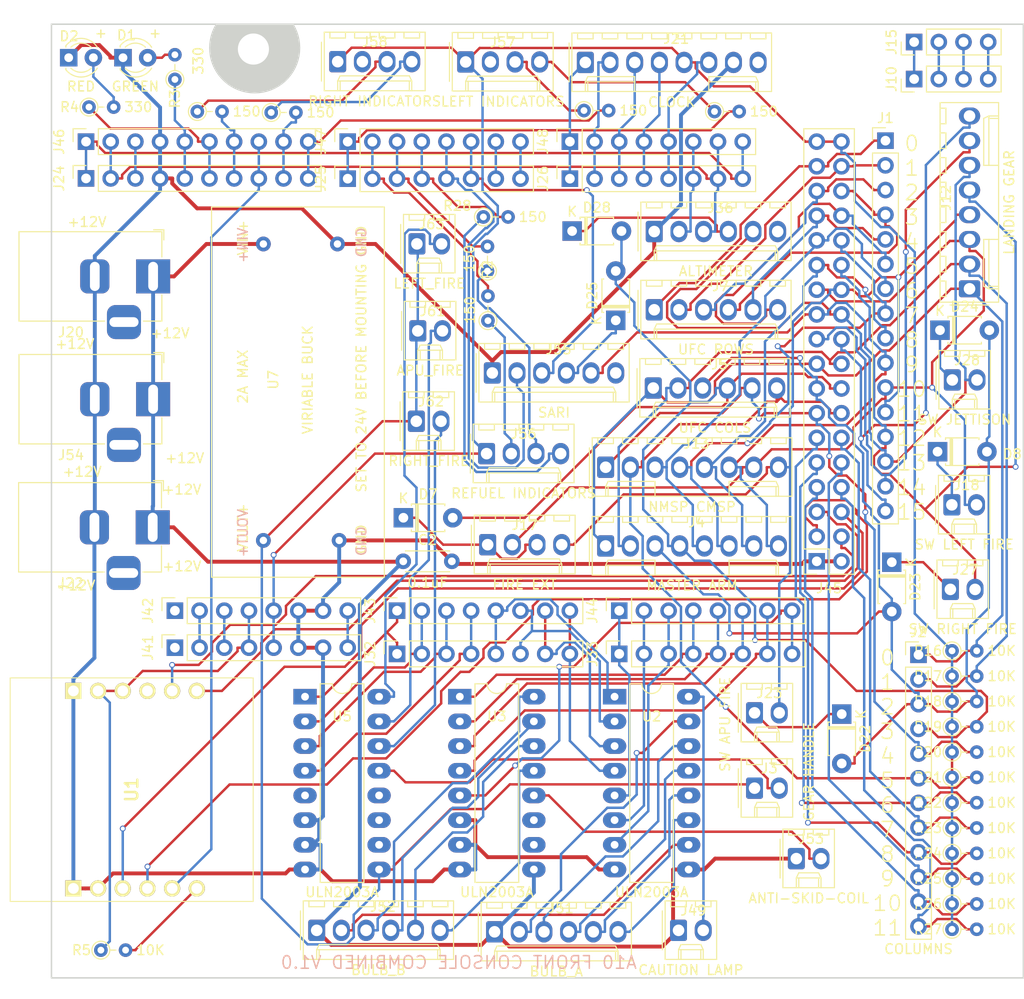
<source format=kicad_pcb>
(kicad_pcb (version 20240108) (generator "pcbnew") (generator_version "8.0")
  (title_block (date "mar. 31 mars 2015"))
  (layers (0 "F.Cu" signal) (31 "B.Cu" signal) (34 "B.Paste" user) (35 "F.Paste" user) (36 "B.SilkS" user "B.Silkscreen") (37 "F.SilkS" user "F.Silkscreen") (38 "B.Mask" user) (39 "F.Mask" user) (44 "Edge.Cuts" user))
  (net 0 "")
  (net 1 "GND")
  (net 2 "SCLK")
  (net 3 "ES1_RST")
  (net 4 "MISO")
  (net 5 "MOSI")
  (net 6 "+5V")
  (net 7 "/IOREF")
  (net 8 "/AREF")
  (net 9 "/*13")
  (net 10 "/*12")
  (net 11 "/COIL AND LAMP DRIVERS/B_GEAR HANDLE")
  (net 12 "D0")
  (net 13 "+3V3")
  (net 14 "Net-(D1-A)")
  (net 15 "+12V")
  (net 16 "Net-(D2-A)")
  (net 17 "VCC")
  (net 18 "/~{RESET}")
  (net 19 "SS")
  (net 20 "Net-(J10-Pin_1)")
  (net 21 "D21 SCL")
  (net 22 "D20 SDA")
  (net 23 "/COIL AND LAMP DRIVERS/CAUTION_LAMP-")
  (net 24 "Net-(J10-Pin_2)")
  (net 25 "Net-(J10-Pin_3)")
  (net 26 "Net-(J10-Pin_4)")
  (net 29 "Net-(U1-INT)")
  (net 30 "D14")
  (net 32 "D17")
  (net 33 "D15")
  (net 34 "D18")
  (net 35 "D16")
  (net 36 "D19")
  (net 37 "D11")
  (net 38 "D9")
  (net 39 "D8")
  (net 40 "/COIL AND LAMP DRIVERS/B_APU_FIRE")
  (net 41 "+24V")
  (net 42 "/COIL AND LAMP DRIVERS/B_RIGHT_FIRE")
  (net 43 "/COIL AND LAMP DRIVERS/B_LEFT_FIRE")
  (net 44 "/COIL AND LAMP DRIVERS/TISL")
  (net 45 "/COIL AND LAMP DRIVERS/EGI")
  (net 46 "/COIL AND LAMP DRIVERS/HARS")
  (net 47 "/COIL AND LAMP DRIVERS/MISSLE LAUNCH")
  (net 48 "/COIL AND LAMP DRIVERS/SEP")
  (net 49 "/COIL AND LAMP DRIVERS/PRI")
  (net 52 "D6")
  (net 53 "/COIL AND LAMP DRIVERS/ILS")
  (net 54 "/COIL AND LAMP DRIVERS/TCN")
  (net 55 "/COIL AND LAMP DRIVERS/ANCHR")
  (net 56 "/COIL AND LAMP DRIVERS/STR PT")
  (net 59 "/COIL AND LAMP DRIVERS/COIL_ANTI_SKID")
  (net 60 "D3")
  (net 61 "D2")
  (net 66 "D1")
  (net 67 "D5")
  (net 70 "D7")
  (net 71 "D4")
  (net 72 "A7 D61")
  (net 73 "A3 D57")
  (net 74 "A6 D60")
  (net 75 "A4 D58")
  (net 76 "A2 D56")
  (net 77 "A0 D54")
  (net 78 "A1 D55")
  (net 79 "A5 D59")
  (net 80 "A14 D68")
  (net 81 "A10 D64")
  (net 82 "A15 D69")
  (net 83 "A13 D67")
  (net 84 "A11 D65")
  (net 85 "A8 D62")
  (net 86 "A9 D63")
  (net 87 "A12 D66")
  (net 88 "D47")
  (net 89 "D30")
  (net 90 "D48")
  (net 91 "D36")
  (net 92 "D31")
  (net 93 "D43")
  (net 94 "D28")
  (net 95 "D29")
  (net 96 "D33")
  (net 97 "D45")
  (net 98 "D46")
  (net 99 "D27")
  (net 100 "D38")
  (net 101 "D23")
  (net 102 "D42")
  (net 103 "D37")
  (net 104 "D49")
  (net 105 "D40")
  (net 106 "D34")
  (net 107 "D39")
  (net 108 "D44")
  (net 109 "D35")
  (net 110 "D25")
  (net 111 "D24")
  (net 112 "D22")
  (net 113 "D32")
  (net 114 "D26")
  (net 115 "D41")
  (net 116 "Net-(D7-K)")
  (net 117 "Net-(D8-K)")
  (net 118 "Net-(D22-K)")
  (net 119 "Net-(D23-K)")
  (net 120 "Net-(D24-K)")
  (net 121 "Net-(J57-Pin_4)")
  (net 122 "Net-(J57-Pin_3)")
  (net 123 "Net-(J58-Pin_4)")
  (net 124 "Net-(J58-Pin_3)")
  (net 125 "Net-(J56-Pin_3)")
  (net 126 "Net-(J56-Pin_4)")
  (net 127 "Net-(J56-Pin_2)")
  (net 129 "Net-(D25-K)")
  (net 130 "Net-(D28-K)")
  (footprint "Connector_PinSocket_2.54mm:PinSocket_2x18_P2.54mm_Vertical" (layer "F.Cu") (at 193.98 92.38 180)
    (property "Reference" "J45")
    (property "Value" "Digital")
  )
  (footprint "Connector_PinSocket_2.54mm:PinSocket_1x08_P2.54mm_Vertical" (layer "F.Cu") (at 127.94 97.46 90)
    (property "Reference" "J42")
    (property "Value" "Power")
  )
  (footprint "Connector_PinSocket_2.54mm:PinSocket_1x08_P2.54mm_Vertical" (layer "F.Cu") (at 150.8 97.46 90)
    (property "Reference" "J43")
    (property "Value" "Analog")
  )
  (footprint "Connector_PinSocket_2.54mm:PinSocket_1x08_P2.54mm_Vertical" (layer "F.Cu") (at 173.66 97.46 90)
    (property "Reference" "J44")
    (property "Value" "Analog")
  )
  (footprint "Connector_PinSocket_2.54mm:PinSocket_1x10_P2.54mm_Vertical" (layer "F.Cu") (at 118.796 49.2 90)
    (property "Reference" "J46")
    (property "Value" "PWM")
  )
  (footprint "Connector_PinSocket_2.54mm:PinSocket_1x08_P2.54mm_Vertical" (layer "F.Cu") (at 145.72 49.2 90)
    (property "Reference" "J47")
    (property "Value" "PWM")
  )
  (footprint "Connector_PinSocket_2.54mm:PinSocket_1x08_P2.54mm_Vertical" (layer "F.Cu") (at 168.58 49.2 90)
    (property "Reference" "J48")
    (property "Value" "Communication")
  )
  (footprint "Connector_Molex:Molex_KK-254_AE-6410-08A_1x08_P2.54mm_Vertical" (layer "F.Cu") (at 172.26 82.7)
    (property "Reference" "J13")
    (property "Value" "NMSP CMSP")
  )
  (footprint "Connector_Molex:Molex_KK-254_AE-6410-04A_1x04_P2.54mm_Vertical" (layer "F.Cu") (at 157.86 41)
    (property "Reference" "J57")
    (property "Value" "LEFT INDICATORS")
  )
  (footprint "Resistor_THT:R_Axial_DIN0204_L3.6mm_D1.6mm_P2.54mm_Vertical" (layer "F.Cu") (at 119.1 45.644)
    (property "Reference" "R4")
    (property "Value" "330")
  )
  (footprint "Resistor_THT:R_Axial_DIN0204_L3.6mm_D1.6mm_P2.54mm_Vertical" (layer "F.Cu") (at 207.9 101.59)
    (property "Reference" "R16")
    (property "Value" "10K")
  )
  (footprint "Package_DIP:DIP-16_W7.62mm_LongPads" (layer "F.Cu") (at 173.18 106.31)
    (property "Reference" "U2")
    (property "Value" "ULN2003A")
  )
  (footprint "Connector_Molex:Molex_KK-254_AE-6410-02A_1x02_P2.54mm_Vertical" (layer "F.Cu") (at 187.58 115.72)
    (property "Reference" "J3")
    (property "Value" "GEAR HANDLE")
  )
  (footprint "Connector_Molex:Molex_KK-254_AE-6410-06A_1x06_P2.54mm_Vertical" (layer "F.Cu") (at 160.6 73)
    (property "Reference" "J55")
    (property "Value" "SARI")
  )
  (footprint "Resistor_THT:R_Axial_DIN0204_L3.6mm_D1.6mm_P2.54mm_Vertical" (layer "F.Cu") (at 137.85 46.2)
    (property "Reference" "R32" (hide yes))
    (property "Value" "150")
  )
  (footprint "Resistor_THT:R_Axial_DIN0204_L3.6mm_D1.6mm_P2.54mm_Vertical" (layer "F.Cu") (at 207.9 109.4036)
    (property "Reference" "R19")
    (property "Value" "10K")
  )
  (footprint "Resistor_THT:R_Axial_DIN0204_L3.6mm_D1.6mm_P2.54mm_Vertical" (layer "F.Cu") (at 120.325 132.385)
    (property "Reference" "R5")
    (property "Value" "10K")
  )
  (footprint "Connector_Molex:Molex_KK-254_AE-6410-06A_1x06_P2.54mm_Vertical" (layer "F.Cu") (at 160.83 130.5)
    (property "Reference" "J51")
    (property "Value" "BULB_A")
  )
  (footprint "Connector_PinSocket_2.54mm:PinSocket_1x08_P2.54mm_Vertical" (layer "F.Cu") (at 173.66 101.905 90)
    (property "Reference" "J33")
    (property "Value" "Analog")
  )
  (footprint "Diode_THT:D_T-1_P5.08mm_Horizontal" (layer "F.Cu") (at 206.66 68.6)
    (property "Reference" "D24")
    (property "Value" "D")
  )
  (footprint "Connector_Molex:Molex_KK-254_AE-6410-04A_1x04_P2.54mm_Vertical" (layer "F.Cu") (at 160.01 81.3)
    (property "Reference" "J56")
    (property "Value" "REFUEL INDICATORS")
  )
  (footprint "Arduino_MountingHole:MountingHole_3.2mm" (layer "F.Cu") (at 196.02 132.385)
    (property "Reference" "H2")
    (property "Value" "MountingHole")
  )
  (footprint "Connector_PinHeader_2.54mm:PinHeader_1x12_P2.54mm_Vertical" (layer "F.Cu") (at 204.45 102)
    (property "Reference" "J2")
    (property "Value" "COLUMNS")
  )
  (footprint "Diode_THT:D_T-1_P5.08mm_Horizontal" (layer "F.Cu") (at 206.41 81.1)
    (property "Reference" "D8")
    (property "Value" "D")
  )
  (footprint "Diode_THT:D_T-1_P5.08mm_Horizontal" (layer "F.Cu") (at 196.55 108.1 -90)
    (property "Reference" "D22")
    (property "Value" "D")
  )
  (footprint "Connector_Molex:Molex_KK-254_AE-6410-02A_1x02_P2.54mm_Vertical" (layer "F.Cu") (at 191.88 122.97)
    (property "Reference" "J53")
    (property "Value" "ANTI-SKID-COIL")
  )
  (footprint "Diode_THT:D_T-1_P5.08mm_Horizontal" (layer "F.Cu") (at 168.81 58.4)
    (property "Reference" "D28")
    (property "Value" "D")
  )
  (footprint "Connector_Molex:Molex_KK-254_AE-6410-06A_1x06_P2.54mm_Vertical" (layer "F.Cu") (at 177.16 74.55)
    (property "Reference" "J5")
    (property "Value" "UFC COLS")
  )
  (footprint "Connector_BarrelJack:BarrelJack_Horizontal" (layer "F.Cu") (at 125.7 75.7)
    (property "Reference" "J54")
    (property "Value" "12VOUT")
  )
  (footprint "Connector_PinSocket_2.54mm:PinSocket_1x08_P2.54mm_Vertical" (layer "F.Cu") (at 127.94 101.27 90)
    (property "Reference" "J41")
    (property "Value" "Power")
  )
  (footprint "Connector_Molex:Molex_KK-254_AE-6410-02A_1x02_P2.54mm_Vertical" (layer "F.Cu") (at 152.84 59.72)
    (property "Reference" "J63")
    (property "Value" "LEFT_FIRE")
  )
  (footprint "Connector_Molex:Molex_KK-254_AE-6410-02A_1x02_P2.54mm_Vertical" (layer "F.Cu") (at 187.58 107.97)
    (property "Reference" "J23")
    (property "Value" "SW APU FIRE")
  )
  (footprint "Resistor_THT:R_Axial_DIN0204_L3.6mm_D1.6mm_P2.54mm_Vertical" (layer "F.Cu") (at 160.15 67.62 90)
    (property "Reference" "R1" (hide yes))
    (property "Value" "150")
  )
  (footprint "Connector_Molex:Molex_KK-254_AE-6410-04A_1x04_P2.54mm_Vertical" (layer "F.Cu") (at 144.69 40.97)
    (property "Reference" "J58")
    (property "Value" "RIGHT INDICATORS")
  )
  (footprint "Connector_PinHeader_2.54mm:PinHeader_1x04_P2.54mm_Vertical" (layer "F.Cu") (at 204 42.76 90)
    (property "Reference" "J10")
    (property "Value" "PATCH")
  )
  (footprint "Resistor_THT:R_Axial_DIN0204_L3.6mm_D1.6mm_P2.54mm_Vertical" (layer "F.Cu") (at 207.9 106.7991)
    (property "Reference" "R18")
    (property "Value" "10K")
  )
  (footprint "Resistor_THT:R_Axial_DIN0204_L3.6mm_D1.6mm_P2.54mm_Vertical" (layer "F.Cu") (at 183.46 46.1)
    (property "Reference" "R30" (hide yes))
    (property "Value" "150")
  )
  (footprint "Connector_Molex:Molex_KK-254_AE-6410-02A_1x02_P2.54mm_Vertical" (layer "F.Cu") (at 207.93 73.72)
    (property "Reference" "J28")
    (property "Value" "SW JETTISON")
  )
  (footprint "Resistor_THT:R_Axial_DIN0204_L3.6mm_D1.6mm_P2.54mm_Vertical" (layer "F.Cu") (at 207.9 112.0082)
    (property "Reference" "R20")
    (property "Value" "10K")
  )
  (footprint "Connector_Molex:Molex_KK-254_AE-6410-06A_1x06_P2.54mm_Vertical" (layer "F.Cu") (at 177.26 58.45)
    (property "Reference" "J36")
    (property "Value" "ALTIMETER")
  )
  (footprint "Connector_Molex:Molex_KK-254_AE-6410-04A_1x04_P2.54mm_Vertical" (layer "F.Cu") (at 160.12 90.67)
    (property "Reference" "J17")
    (property "Value" "FIRE EXT")
  )
  (footprint "Resistor_THT:R_Axial_DIN0204_L3.6mm_D1.6mm_P2.54mm_Vertical" (layer "F.Cu") (at 207.9 114.6127)
    (property "Reference" "R21")
    (property "Value" "10K")
  )
  (footprint "Connector_Molex:Molex_KK-254_AE-6410-02A_1x02_P2.54mm_Vertical" (layer "F.Cu") (at 152.78 77.97)
    (property "Reference" "J62")
    (property "Value" "RIGHT_FIRE")
  )
  (footprint "Connector_Molex:Molex_KK-254_AE-6410-02A_1x02_P2.54mm_Vertical" (layer "F.Cu") (at 207.88 86.57)
    (property "Reference" "J18")
    (property "Value" "SW LEFT FIRE")
  )
  (footprint "Arduino_MountingHole:MountingHole_3.2mm" (layer "F.Cu") (at 196.02 39.675)
    (property "Reference" "H3")
    (property "Value" "MountingHole")
  )
  (footprint "Resistor_THT:R_Axial_DIN0204_L3.6mm_D1.6mm_P2.54mm_Vertical" (layer "F.Cu") (at 207.9 130.24)
    (property "Reference" "R27")
    (property "Value" "10K")
  )
  (footprint "Connector_PinSocket_2.54mm:PinSocket_1x08_P2.54mm_Vertical" (layer "F.Cu") (at 168.58 53.01 90)
    (property "Reference" "J26")
    (property "Value" "Communication")
  )
  (footprint "Resistor_THT:R_Axial_DIN0204_L3.6mm_D1.6mm_P2.54mm_Vertical" (layer "F.Cu") (at 207.9 104.1945)
    (property "Reference" "R17")
    (property "Value" "10K")
  )
  (footprint "Connector_Molex:Molex_KK-254_AE-6410-08A_1x08_P2.54mm_Vertical" (layer "F.Cu") (at 209.7 64.34 90)
    (property "Reference" "J12")
    (property "Value" "LANDING GEAR")
  )
  (footprint "Resistor_THT:R_Axial_DIN0204_L3.6mm_D1.6mm_P2.54mm_Vertical" (layer "F.Cu") (at 207.9 127.6354)
    (property "Reference" "R26")
    (property "Value" "10K")
  )
  (footprint "Connector_Molex:Molex_KK-254_AE-6410-08A_1x08_P2.54mm_Vertical" (layer "F.Cu") (at 170.17 41.05)
    (property "Reference" "J21")
    (property "Value" "CLOCK")
  )
  (footprint "Resistor_THT:R_Axial_DIN0204_L3.6mm_D1.6mm_P2.54mm_Vertical" (layer "F.Cu") (at 207.9 119.8218)
    (property "Reference" "R23")
    (property "Value" "10K")
  )
  (footprint "Package_DIP:DIP-16_W7.62mm_LongPads" (layer "F.Cu") (at 141.33 106.31)
    (property "Reference" "U5")
    (property "Value" "ULN2003A")
  )
  (footprint "Connector_Molex:Molex_KK-254_AE-6410-02A_1x02_P2.54mm_Vertical" (layer "F.Cu") (at 152.93 68.67)
    (property "Reference" "J61")
    (property "Value" "APU_FIRE")
  )
  (footprint "Connector_BarrelJack:BarrelJack_Horizontal" (layer "F.Cu") (at 125.66 88.8825)
    (property "Reference" "J22")
    (property "Value" "12VIN")
  )
  (footprint "Connector_PinHeader_2.54mm:PinHeader_1x16_P2.54mm_Vertical" (layer "F.Cu") (at 201.05 49.1)
    (property "Reference" "J1")
    (property "Value" "ROWS")
  )
  (footprint "Connector_PinSocket_2.54mm:PinSocket_1x08_P2.54mm_Vertical" (layer "F.Cu") (at 145.72 53.01 90)
    (property "Reference" "J25")
    (property "Value" "PWM")
  )
  (footprint "Connector_PinSocket_2.54mm:PinSocket_1x08_P2.54mm_Vertical" (layer "F.Cu") (at 150.8 101.905 90)
    (property "Reference" "J32")
    (property "Value" "Analog")
  )
  (footprint "Resistor_THT:R_Axial_DIN0204_L3.6mm_D1.6mm_P2.54mm_Vertical" (layer "F.Cu") (at 207.9 122.4264)
    (property "Reference" "R24")
    (property "Value" "10K")
  )
  (footprint "Connector_Molex:Molex_KK-254_AE-6410-06A_1x06_P2.54mm_Vertical" (layer "F.Cu") (at 177.26 66.5)
    (property "Reference" "J7")
    (property "Value" "UFC ROWS")
  )
  (footprint "Resistor_THT:R_Axial_DIN0204_L3.6mm_D1.6mm_P2.54mm_Vertical" (layer "F.Cu") (at 170.03 46)
    (property "Reference" "R29" (hide yes))
    (property "Value" "150")
  )
  (footprint "Resistor_THT:R_Axial_DIN0204_L3.6mm_D1.6mm_P2.54mm_Vertical" (layer "F.Cu") (at 207.9 125.0309)
    (property "Reference" "R25")
    (property "Value" "10K")
  )
  (footprint "VARIABLE_BUCK:VARIABLE_BUCK" (layer "F.Cu") (at 140.6 73.7 90)
    (property "Reference" "U7")
    (property "Value" "VIRIABLE BUCK")
  )
  (footprint "Package_DIP:DIP-16_W7.62mm_LongPads" (layer "F.Cu") (at 157.255 106.31)
    (property "Reference" "U3")
    (property "Value" "ULN2003A")
  )
  (footprint "Connector_BarrelJack:BarrelJack_Horizontal" (layer "F.Cu") (at 125.7 63.065)
    (property "Reference" "J20")
    (property "Value" "12Vout")
  )
  (footprint "LED_THT:LED_D3.0mm" (layer "F.Cu") (at 122.601 40.564)
    (property "Reference" "D1")
    (property "Value" "GREEN")
  )
  (footprint "Resistor_THT:R_Axial_DIN0204_L3.6mm_D1.6mm_P2.54mm_Vertical" (layer "F.Cu") (at 130.25 46.1)
    (property "Reference" "R31" (hide yes))
    (property "Value" "150")
  )
  (footprint "Diode_THT:D_T-1_P5.08mm_Horizontal" (layer "F.Cu") (at 173.3 67.59 90)
    (property "Reference" "D25")
    (property "Value" "D")
  )
  (footprint "Diode_THT:D_T-1_P5.08mm_Horizontal" (layer "F.Cu") (at 151.45 87.9)
    (property "Reference" "D7")
    (property "Value" "D")
  )
  (footprint "Connector_PinHeader_2.54mm:PinHeader_1x04_P2.54mm_Vertical" (layer "F.Cu") (at 204 38.95 90)
    (property "Reference" "J15")
    (property "Value" "PATCH")
  )
  (footprint "Resistor_THT:R_Axial_DIN0204_L3.6mm_D1.6mm_P2.54mm_Vertical" (layer "F.Cu") (at 127.94 42.8 90)
    (property "Reference" "R3")
    (property "Value" "330")
  )
  (footprint "Resistor_THT:R_Axial_DIN0204_L3.6mm_D1.6mm_P2.54mm_Vertical" (layer "F.Cu") (at 160.1 62.52 90)
    (property "Reference" "R2")
    (property "Value" "150")
  )
  (footprint "Diode_THT:D_T-1_P5.08mm_Horizontal" (layer "F.Cu") (at 201.7 92.47 -90)
    (property "Reference" "D23")
    (property "Value" "D")
  )
  (footprint "Resistor_THT:R_Axial_DIN0204_L3.6mm_D1.6mm_P2.54mm_Vertical" (layer "F.Cu") (at 159.68 56.95)
    (property "Reference" "R28")
    (property "Value" "150")
  )
  (footprint "Arduino_MountingHole:MountingHole_3.2mm" (layer "F.Cu") (at 166.04 64.44)
    (property "Reference" "MH1" (hide yes))
    (property "Value" "MountingHole_3.2mm" (hide yes))
  )
  (footprint "USR-ES1:USRES1" (layer "F.Cu") (at 117.495 126.035 90)
    (property "Reference" "U1")
    (property "Value" "USR-ES1" (hide yes))
  )
  (footprint "Connector_PinSocket_2.54mm:PinSocket_1x10_P2.54mm_Vertical" (layer "F.Cu") (at 118.796 52.985 90)
    (property "Reference" "J24")
    (property "Value" "PWM")
  )
  (footprint "Arduino_MountingHole:MountingHole_3.2mm" (layer "F.Cu") (at 136.02 132.385)
    (property "Reference" "H1")
    (property "Value" "MountingHole")
  )
  (footprint "Connector_Molex:Molex_KK-254_AE-6410-08A_1x08_P2.54mm_Vertical" (layer "F.Cu") (at 172.26 90.8)
    (property "Reference" "J4")
    (property "Value" "MASTER ARM")
  )
  (footprint "Connector_Molex:Molex_KK-254_AE-6410-02A_1x02_P2.54mm_Vertical" (layer "F.Cu") (at 179.76 130.35)
    (property "Reference" "J49")
    (property "Value" "CAUTION LAMP")
  )
  (footprint "Resistor_THT:R_Axial_DIN0204_L3.6mm_D1.6mm_P2.54mm_Vertical" (layer "F.Cu") (at 207.9 117.2173)
    (property "Reference" "R22")
    (property "Value" "10K")
  )
  (footprint "LED_THT:LED_D3.0mm" (layer "F.Cu") (at 117.013 40.564)
    (property "Reference" "D2")
    (property "Value" "RED")
  )
  (footprint "Connector_Molex:Molex_KK-254_AE-6410-06A_1x06_P2.54mm_Vertical" (layer "F.Cu") (at 142.53 130.35)
    (property "Reference" "J52")
    (property "Value" "BULB_B")
  )
  (footprint "Capacitor_THT:C_Disc_D4.3mm_W1.9mm_P5.00mm" (layer "F.Cu") (at 151.435 92.38)
    (property "Reference" "C2")
    (property "Value" "0.1uF")
  )
  (footprint "Connector_Molex:Molex_KK-254_AE-6410-02A_1x02_P2.54mm_Vertical" (layer "F.Cu") (at 207.73 95.27)
    (property "Reference" "J27")
    (property "Value" "SW RIGHT FIRE")
  )
  (footprint "Arduino_MountingHole:MountingHole_3.2mm" (layer "F.Cu") (at 136.02 39.675)
    (property "Reference" "H4")
    (property "Value" "MountingHole")
  )
  (gr_rect (start 115.24 37.1175) (end 215.24 135.2425) (stroke (width 0.15)) (fill none) (layer "Edge.Cuts"))
  (gr_text "A10 FRONT CONSOLE COMBINED V1.0" (at 157.15 133.655 -0) (layer "B.SilkS") (effects (font (size 1.3 1.3)) (justify mirror)))
  (gr_text "+12V" (at 115.65 95.45 0) (layer "F.SilkS") (effects (font (size 1 1)) (justify left bottom)))
  (gr_text "+12V" (at 115.55 70.6 0) (layer "F.SilkS") (effects (font (size 1 1)) (justify left bottom)))
  (gr_text "+12V" (at 126.56 93.4825 0) (layer "F.SilkS") (effects (font (size 1 1)) (justify left bottom)))
  (gr_text "0\n1\n2\n3\n4\n5\n6\n7\n8\n9\n10\n11" (at 201.25 116.2 0) (layer "F.SilkS") (effects (font (size 1.57 1.6))))
  (gr_text "+" (at 125.908 38.024 0) (layer "F.SilkS") (effects (font (size 1 1))))
  (gr_text "+12V" (at 125.35 69.5 0) (layer "F.SilkS") (effects (font (size 1 1)) (justify left bottom)))
  (gr_text "+12V" (at 116.8 58.05 0) (layer "F.SilkS") (effects (font (size 1 1)) (justify left bottom)))
  (gr_text "0\n1\n2\n3\n4\n5\n6\n7\n8\n9\n10\n11\n12\n13\n14\n15" (at 203.75 68.35 0) (layer "F.SilkS") (effects (font (size 1.57 1.6))))
  (gr_text "+12V" (at 126.56 85.5825 0) (layer "F.SilkS") (effects (font (size 1 1)) (justify left bottom)))
  (gr_text "+12V" (at 116.3 83.75 0) (layer "F.SilkS") (effects (font (size 1 1)) (justify left bottom)))
  (gr_text "+12V" (at 126.85 82.35 0) (layer "F.SilkS") (effects (font (size 1 1)) (justify left bottom)))
  (gr_text "+" (at 120.32 38.024 0) (layer "F.SilkS") (effects (font (size 1 1))))
  (segment (start 143.18 97.46) (end 140.64 97.46) (width 0.4) (layer "F.Cu") (net 1))
  (segment (start 120.035 126.035) (end 118.7276 126.035) (width 0.4) (layer "F.Cu") (net 1))
  (segment (start 192.4582 92.6517) (end 156.7067 92.6517) (width 0.4) (layer "F.Cu") (net 1))
  (segment (start 144.1326 125.2925) (end 142.9301 124.09) (width 0.4) (layer "F.Cu") (net 1))
  (segment (start 141.33 124.09) (end 139.7299 124.09) (width 0.4) (layer "F.Cu") (net 1))
  (segment (start 196.52 92.38) (end 193.98 92.38) (width 0.4) (layer "F.Cu") (net 1))
  (segment (start 143.18 101.27) (end 140.64 101.27) (width 0.4) (layer "F.Cu") (net 1))
  (segment (start 139.3296 124.4903) (end 139.7299 124.09) (width 0.4) (layer "F.Cu") (net 1))
  (segment (start 130.2271 56.064) (end 140.998 56.064) (width 0.4) (layer "F.Cu") (net 1))
  (segment (start 122.601 40.564) (end 121.3009 40.564) (width 0.4) (layer "F.Cu") (net 1))
  (segment (start 160.6 71.7562) (end 160.6 73) (width 0.4) (layer "F.Cu") (net 1))
  (segment (start 170.3099 122.82) (end 171.5799 124.09) (width 0.4) (layer "F.Cu") (net 1))
  (segment (start 156.7067 92.6517) (end 156.435 92.38) (width 0.4) (layer "F.Cu") (net 1))
  (segment (start 157.255 124.09) (end 155.6549 124.09) (width 0.4) (layer "F.Cu") (net 1))
  (segment (start 157.255 121.55) (end 158.0551 121.55) (width 0.4) (layer "F.Cu") (net 1))
  (segment (start 155.6549 124.09) (end 154.4524 125.2925) (width 0.4) (layer "F.Cu") (net 1))
  (segment (start 161.507 70.8492) (end 160.6 71.7562) (width 0.4) (layer "F.Cu") (net 1))
  (segment (start 166.9545 70.8492) (end 161.507 70.8492) (width 0.4) (layer "F.Cu") (net 1))
  (segment (start 156.435 92.38) (end 154.285 90.23) (width 0.4) (layer "F.Cu") (net 1))
  (segment (start 120.1634 39.2639) (end 121.3009 40.4014) (width 0.4) (layer "F.Cu") (net 1))
  (segment (start 144.664 59.73) (end 148.5738 59.73) (width 0.4) (layer "F.Cu") (net 1))
  (segment (start 121.3009 40.4014) (end 121.3009 40.564) (width 0.4) (layer "F.Cu") (net 1))
  (segment (start 118.3131 39.2639) (end 120.1634 39.2639) (width 0.4) (layer "F.Cu") (net 1))
  (segment (start 158.0551 121.55) (end 158.8551 121.55) (width 0.4) (layer "F.Cu") (net 1))
  (segment (start 160.1251 122.82) (end 170.3099 122.82) (width 0.4) (layer "F.Cu") (net 1))
  (segment (start 157.255 119.01) (end 158.8551 119.01) (width 0.4) (layer "F.Cu") (net 1))
  (segment (start 154.4524 125.2925) (end 144.1326 125.2925) (width 0.4) (layer "F.Cu") (net 1))
  (segment (start 117.013 40.564) (end 118.3131 39.2639) (width 0.4) (layer "F.Cu") (net 1))
  (segment (start 158.8551 121.55) (end 160.1251 122.82) (width 0.4) (layer "F.Cu") (net 1))
  (segment (start 127.6661 53.503) (end 130.2271 56.064) (width 0.4) (layer "F.Cu") (net 1))
  (segment (start 140.998 56.064) (end 144.664 59.73) (width 0.4) (layer "F.Cu") (net 1))
  (segment (start 193.98 92.38) (end 192.7299 92.38) (width 0.4) (layer "F.Cu") (net 1))
  (segment (start 177.26 60.5437) (end 166.9545 70.8492) (width 0.4) (layer "F.Cu") (net 1))
  (segment (start 177.26 58.45) (end 177.26 60.5437) (width 0.4) (layer "F.Cu") (net 1))
  (segment (start 120.035 126.035) (end 121.5797 124.4903) (width 0.4) (layer "F.Cu") (net 1))
  (segment (start 121.5797 124.4903) (end 139.3296 124.4903) (width 0.4) (layer "F.Cu") (net 1))
  (segment (start 126.416 52.985) (end 127.6661 52.985) (width 0.4) (layer "F.Cu") (net 1))
  (segment (start 192.7299 92.38) (end 192.4582 92.6517) (width 0.4) (layer "F.Cu") (net 1))
  (segment (start 148.5738 59.73) (end 160.6 71.7562) (width 0.4) (layer "F.Cu") (net 1))
  (segment (start 154.285 90.23) (end 144.844 90.23) (width 0.4) (layer "F.Cu") (net 1))
  (segment (start 127.6661 52.985) (end 127.6661 53.503) (width 0.4) (layer "F.Cu") (net 1))
  (segment (start 117.495 126.035) (end 118.7276 126.035) (width 0.4) (layer "F.Cu") (net 1))
  (segment (start 141.33 124.09) (end 142.9301 124.09) (width 0.4) (layer "F.Cu") (net 1))
  (segment (start 158.8551 121.55) (end 158.8551 119.01) (width 0.4) (layer "F.Cu") (net 1))
  (segment (start 173.18 124.09) (end 171.5799 124.09) (width 0.4) (layer "F.Cu") (net 1))
  (segment (start 119.66 88.8825) (end 119.7 88.8425) (width 0.4) (layer "B.Cu") (net 1))
  (segment (start 126.416 52.985) (end 126.416 54.2351) (width 0.4) (layer "B.Cu") (net 1))
  (segment (start 157.255 121.55) (end 158.8551 121.55) (width 0.4) (layer "B.Cu") (net 1))
  (segment (start 185.41 41.05) (end 180.01 46.45) (width 0.4) (layer "B.Cu") (net 1))
  (segment (start 144.844 90.23) (end 144.844 94.5459) (width 0.4) (layer "B.Cu") (net 1))
  (segment (start 126.416 52.985) (end 126.416 49.2) (width 0.4) (layer "B.Cu") (net 1))
  (segment (start 117.495 126.035) (end 117.495 105.715) (width 0.4) (layer "B.Cu") (net 1))
  (segment (start 143.18 97.46) (end 143.18 96.2099) (width 0.4) (layer "B.Cu") (net 1))
  (segment (start 117.495 105.715) (end 117.495 104.4824) (width 0.4) (layer "B.Cu") (net 1))
  (segment (start 140.64 101.27) (end 140.64 97.46) (width 0.4) (layer "B.Cu") (net 1))
  (segment (start 142.1301 121.55) (end 142.9301 121.55) (width 0.4) (layer "B.Cu") (net 1))
  (segment (start 119.66 102.3174) (end 119.66 88.8825) (width 0.4) (layer "B.Cu") (net 1))
  (segment (start 180.01 55.7) (end 177.26 58.45) (width 0.4) (layer "B.Cu") (net 1))
  (segment (start 141.33 121.55) (end 142.1301 121.55) (width 0.4) (layer "B.Cu") (net 1))
  (segment (start 143.18 118.6101) (end 143.18 102.5201) (width 0.4) (layer "B.Cu") (net 1))
  (segment (start 126.416 45.6791) (end 126.416 49.2) (width 0.4) (layer "B.Cu") (net 1))
  (segment (start 141.33 124.09) (end 142.9301 124.09) (width 0.4) (layer "B.Cu") (net 1))
  (segment (start 119.7 63.065) (end 119.7 60.9511) (width 0.4) (layer "B.Cu") (net 1))
  (segment (start 119.7 88.8425) (end 119.7 75.7) (width 0.4) (layer "B.Cu") (net 1))
  (segment (start 122.601 41.8641) (end 126.416 45.6791) (width 0.4) (layer "B.Cu") (net 1))
  (segment (start 117.495 104.4824) (end 119.66 102.3174) (width 0.4) (layer "B.Cu") (net 1))
  (segment (start 119.7 75.7) (end 119.7 63.065) (width 0.4) (layer "B.Cu") (net 1))
  (segment (start 144.844 94.5459) (end 143.18 96.2099) (width 0.4) (layer "B.Cu") (net 1))
  (segment (start 142.1301 121.55) (end 142.7801 120.9) (width 0.4) (layer "B.Cu") (net 1))
  (segment (start 142.9301 124.09) (end 142.9301 121.55) (width 0.4) (layer "B.Cu") (net 1))
  (segment (start 180.01 46.45) (end 180.01 55.7) (width 0.4) (layer "B.Cu") (net 1))
  (segment (start 122.601 40.564) (end 122.601 41.8641) (width 0.4) (layer "B.Cu") (net 1))
  (segment (start 143.18 101.27) (end 143.18 102.5201) (width 0.4) (layer "B.Cu") (net 1))
  (segment (start 157.255 124.09) (end 158.8551 124.09) (width 0.4) (layer "B.Cu") (net 1))
  (segment (start 119.7 60.9511) (end 126.416 54.2351) (width 0.4) (layer "B.Cu") (net 1))
  (segment (start 142.7801 119.01) (end 143.18 118.6101) (width 0.4) (layer "B.Cu") (net 1))
  (segment (start 158.8551 124.09) (end 158.8551 121.55) (width 0.4) (layer "B.Cu") (net 1))
  (segment (start 141.33 119.01) (end 142.7801 119.01) (width 0.4) (layer "B.Cu") (net 1))
  (segment (start 142.7801 120.9) (end 142.7801 119.01) (width 0.4) (layer "B.Cu") (net 1))
  (segment (start 198.0507 87.4872) (end 198.0507 87.1228) (width 0.25) (layer "F.Cu") (net 2))
  (segment (start 143.5853 115.3448) (end 146.2701 112.66) (width 0.25) (layer "F.Cu") (net 2))
  (segment (start 197.0224 86.0945) (end 193.5237 86.0945) (width 0.25) (layer "F.Cu") (net 2))
  (segment (start 133.5661 115.3448) (end 143.5853 115.3448) (width 0.25) (layer "F.Cu") (net 2))
  (segment (start 192.7855 86.8327) (end 192.7855 87.8357) (width 0.25) (layer "F.Cu") (net 2))
  (segment (start 159.69 102.3016) (end 159.69 101.4174) (width 0.25) (layer "F.Cu") (net 2))
  (segment (start 192.7855 87.8357) (end 193.6147 88.6649) (width 0.25) (layer "F.Cu") (net 2))
  (segment (start 164.77 96.9713) (end 165.4565 96.2848) (width 0.25) (layer "F.Cu") (net 2))
  (segment (start 193.5237 86.0945) (end 192.7855 86.8327) (width 0.25) (layer "F.Cu") (net 2))
  (segment (start 199.1363 93.4419) (end 199.1363 88.5728) (width 0.25) (layer "F.Cu") (net 2))
  (segment (start 158.2362 103.7554) (end 159.69 102.3016) (width 0.25) (layer "F.Cu") (net 2))
  (segment (start 193.6147 88.6649) (end 193.98 88.6649) (width 0.25) (layer "F.Cu") (net 2))
  (segment (start 193.98 89.84) (end 193.98 88.6649) (width 0.25) (layer "F.Cu") (net 2))
  (segment (start 155.3361 106.999) (end 155.3361 105.7442) (width 0.25) (layer "F.Cu") (net 2))
  (segment (start 146.2701 112.66) (end 149.6751 112.66) (width 0.25) (layer "F.Cu") (net 2))
  (segment (start 199.1363 88.5728) (end 198.0507 87.4872) (width 0.25) (layer "F.Cu") (net 2))
  (segment (start 164.77 97.8541) (end 164.77 96.9713) (width 0.25) (layer "F.Cu") (net 2))
  (segment (start 155.3361 105.7442) (end 157.3249 103.7554) (width 0.25) (layer "F.Cu") (net 2))
  (segment (start 159.69 101.4174) (end 160.3776 100.7298) (width 0.25) (layer "F.Cu") (net 2))
  (segment (start 160.3776 100.7298) (end 161.8943 100.7298) (width 0.25) (layer "F.Cu") (net 2))
  (segment (start 125.1207 123.7902) (end 133.5661 115.3448) (width 0.25) (layer "F.Cu") (net 2))
  (segment (start 149.6751 112.66) (end 155.3361 106.999) (width 0.25) (layer "F.Cu") (net 2))
  (segment (start 161.8943 100.7298) (end 164.77 97.8541) (width 0.25) (layer "F.Cu") (net 2))
  (segment (start 196.2934 96.2848) (end 199.1363 93.4419) (width 0.25) (layer "F.Cu") (net 2))
  (segment (start 198.0507 87.1228) (end 197.0224 86.0945) (width 0.25) (layer "F.Cu") (net 2))
  (segment (start 165.4565 96.2848) (end 196.2934 96.2848) (width 0.25) (layer "F.Cu") (net 2))
  (segment (start 157.3249 103.7554) (end 158.2362 103.7554) (width 0.25) (layer "F.Cu") (net 2))
  (via (at 125.1207 123.7902) (size 0.6) (drill 0.4) (layers "F.Cu" "B.Cu") (net 2))
  (segment (start 125.115 126.035) (end 125.1207 126.0293) (width 0.25) (layer "B.Cu") (net 2))
  (segment (start 125.1207 126.0293) (end 125.1207 123.7902) (width 0.25) (layer "B.Cu") (net 2))
  (segment (start 196.52 89.84) (end 196.52 91.0151) (width 0.25) (layer "F.Cu") (net 3))
  (segment (start 139.37 97.8541) (end 138.3093 98.9148) (width 0.25) (layer "F.Cu") (net 3))
  (segment (start 196.8852 91.0151) (end 197.7484 91.8783) (width 0.25) (layer "F.Cu") (net 3))
  (segment (start 131.75 101.6775) (end 130.3898 103.0377) (width 0.25) (layer "F.Cu") (net 3))
  (segment (start 133.6224 98.9148) (end 131.75 100.7872) (width 0.25) (layer "F.Cu") (net 3))
  (segment (start 196.52 91.0151) (end 196.8852 91.0151) (width 0.25) (layer "F.Cu") (net 3))
  (segment (start 197.7484 91.8783) (end 197.7484 92.8581) (width 0.25) (layer "F.Cu") (net 3))
  (segment (start 138.3093 98.9148) (end 133.6224 98.9148) (width 0.25) (layer "F.Cu") (net 3))
  (segment (start 139.37 96.9714) (end 139.37 97.8541) (width 0.25) (layer "F.Cu") (net 3))
  (segment (start 142.4417 93.8997) (end 139.37 96.9714) (width 0.25) (layer "F.Cu") (net 3))
  (segment (start 130.3898 103.0377) (end 127.655 103.0377) (width 0.25) (layer "F.Cu") (net 3))
  (segment (start 196.7068 93.8997) (end 142.4417 93.8997) (width 0.25) (layer "F.Cu") (net 3))
  (segment (start 197.7484 92.8581) (end 196.7068 93.8997) (width 0.25) (layer "F.Cu") (net 3))
  (segment (start 131.75 100.7872) (end 131.75 101.6775) (width 0.25) (layer "F.Cu") (net 3))
  (via (at 127.655 103.0377) (size 0.6) (drill 0.4) (layers "F.Cu" "B.Cu") (net 3))
  (segment (start 127.655 105.715) (end 127.655 103.0377) (width 0.25) (layer "B.Cu") (net 3))
  (segment (start 196.9631 88.57) (end 196.0598 88.57) (width 0.25) (layer "F.Cu") (net 4))
  (segment (start 132.7773 105.715) (end 136.83 101.6623) (width 0.25) (layer "F.Cu") (net 4))
  (segment (start 193.98 87.3) (end 195.1551 87.3) (width 0.25) (layer "F.Cu") (net 4))
  (segment (start 150.7997 94.3761) (end 196.8671 94.3761) (width 0.25) (layer "F.Cu") (net 4))
  (segment (start 145.8108 99.365) (end 150.7997 94.3761) (width 0.25) (layer "F.Cu") (net 4))
  (segment (start 196.0598 88.57) (end 195.1551 87.6653) (width 0.25) (layer "F.Cu") (net 4))
  (segment (start 198.1986 93.0446) (end 198.1986 89.8055) (width 0.25) (layer "F.Cu") (net 4))
  (segment (start 138.2456 99.365) (end 145.8108 99.365) (width 0.25) (layer "F.Cu") (net 4))
  (segment (start 136.83 101.6623) (end 136.83 100.7806) (width 0.25) (layer "F.Cu") (net 4))
  (segment (start 198.1986 89.8055) (end 196.9631 88.57) (width 0.25) (layer "F.Cu") (net 4))
  (segment (start 130.195 105.715) (end 132.7773 105.715) (width 0.25) (layer "F.Cu") (net 4))
  (segment (start 196.8671 94.3761) (end 198.1986 93.0446) (width 0.25) (layer "F.Cu") (net 4))
  (segment (start 195.1551 87.6653) (end 195.1551 87.3) (width 0.25) (layer "F.Cu") (net 4))
  (segment (start 136.83 100.7806) (end 138.2456 99.365) (width 0.25) (layer "F.Cu") (net 4))
  (segment (start 198.6861 89.4661) (end 196.52 87.3) (width 0.25) (layer "F.Cu") (net 5))
  (segment (start 150.8919 95.1711) (end 196.7704 95.1711) (width 0.25) (layer "F.Cu") (net 5))
  (segment (start 147.1001 98.9629) (end 150.8919 95.1711) (width 0.25) (layer "F.Cu") (net 5))
  (segment (start 139.2223 103.2304) (end 145.4286 103.2304) (width 0.25) (layer "F.Cu") (net 5))
  (segment (start 196.7704 95.1711) (end 198.6861 93.2554) (width 0.25) (layer "F.Cu") (net 5))
  (segment (start 145.4286 103.2304) (end 147.1001 101.5589) (width 0.25) (layer "F.Cu") (net 5))
  (segment (start 147.1001 101.5589) (end 147.1001 98.9629) (width 0.25) (layer "F.Cu") (net 5))
  (segment (start 198.6861 93.2554) (end 198.6861 89.4661) (width 0.25) (layer "F.Cu") (net 5))
  (segment (start 122.575 119.8777) (end 139.2223 103.2304) (width 0.25) (layer "F.Cu") (net 5))
  (via (at 122.575 119.8777) (size 0.6) (drill 0.4) (layers "F.Cu" "B.Cu") (net 5))
  (segment (start 122.575 126.035) (end 122.575 119.8777) (width 0.25) (layer "B.Cu") (net 5))
  (segment (start 196.52 49.2) (end 193.98 49.2) (width 0.25) (layer "F.Cu") (net 6))
  (segment (start 148.5219 81.3) (end 160.01 81.3) (width 0.25) (layer "F.Cu") (net 6))
  (segment (start 146.1237 39.5363) (end 156.3963 39.5363) (width 0.25) (layer "F.Cu") (net 6))
  (segment (start 181.5251 41.6476) (end 183.3902 43.5127) (width 0.25) (layer "F.Cu") (net 6))
  (segment (start 187.1176 43.5127) (end 192.8049 49.2) (width 0.25) (layer "F.Cu") (net 6))
  (segment (start 180.8016 41.05) (end 180.5685 41.05) (width 0.25) (layer "F.Cu") (net 6))
  (segment (start 180.5685 41.05) (end 179.0804 39.5619) (width 0.25) (layer "F.Cu") (net 6))
  (segment (start 180.8016 41.05) (end 181.5251 41.05) (width 0.25) (layer "F.Cu") (net 6))
  (segment (start 183.3902 43.5127) (end 187.1176 43.5127) (width 0.25) (layer "F.Cu") (net 6))
  (segment (start 144.69 40.97) (end 146.1237 39.5363) (width 0.25) (layer "F.Cu") (net 6))
  (segment (start 193.98 49.2) (end 192.8049 49.2) (width 0.25) (layer "F.Cu") (net 6))
  (segment (start 207.9 114.6127) (end 207.9 112.0082) (width 0.25) (layer "F.Cu") (net 6))
  (segment (start 181.5251 41.05) (end 181.5251 41.6476) (width 0.25) (layer "F.Cu") (net 6))
  (segment (start 159.2981 39.5619) (end 157.86 41) (width 0.25) (layer "F.Cu") (net 6))
  (segment (start 138.1 91.7219) (end 148.5219 81.3) (width 0.25) (layer "F.Cu") (net 6))
  (segment (start 180.33 41.05) (end 180.5685 41.05) (width 0.25) (layer "F.Cu") (net 6))
  (segment (start 179.0804 39.5619) (end 159.2981 39.5619) (width 0.25) (layer "F.Cu") (net 6))
  (segment (start 156.3963 39.5363) (end 157.86 41) (width 0.25) (layer "F.Cu") (net 6))
  (via (at 138.1 91.7219) (size 0.6) (drill 0.4) (layers "F.Cu" "B.Cu") (net 6))
  (segment (start 207.9 119.8218) (end 207.9 122.4264) (width 0.25) (layer "B.Cu") (net 6))
  (segment (start 207.9 101.59) (end 204.0633 97.7533) (width 0.25) (layer "B.Cu") (net 6))
  (segment (start 207.9 127.6354) (end 207.9 130.24) (width 0.25) (layer "B.Cu") (net 6))
  (segment (start 138.1 101.27) (end 138.1 97.46) (width 0.25) (layer "B.Cu") (net 6))
  (segment (start 204.0633 97.7533) (end 204.0633 60.5723) (width 0.25) (layer "B.Cu") (net 6))
  (segment (start 204.0633 60.5723) (end 201.481 57.99) (width 0.25) (layer "B.Cu") (net 6))
  (segment (start 207.9 104.1945) (end 207.9 101.59) (width 0.25) (layer "B.Cu") (net 6))
  (segment (start 207.9 122.4264) (end 207.9 125.0309) (width 0.25) (layer "B.Cu") (net 6))
  (segment (start 138.1 97.46) (end 138.1 91.7219) (width 0.25) (layer "B.Cu") (net 6))
  (segment (start 200.5722 57.99) (end 197.8848 55.3026) (width 0.25) (layer "B.Cu") (net 6))
  (segment (start 207.9 109.4036) (end 207.9 106.7991) (width 0.25) (layer "B.Cu") (net 6))
  (segment (start 160.0799 58.6954) (end 161.1595 57.6158) (width 0.25) (layer "B.Cu") (net 6))
  (segment (start 161.1595 55.8086) (end 159.5952 54.2443) (width 0.25) (layer "B.Cu") (net 6))
  (segment (start 159.5952 54.2443) (end 159.5952 42.7352) (width 0.25) (layer "B.Cu") (net 6))
  (segment (start 207.9 119.8218) (end 207.9 117.2173) (width 0.25) (layer "B.Cu") (net 6))
  (segment (start 159.5952 42.7352) (end 157.86 41) (width 0.25) (layer "B.Cu") (net 6))
  (segment (start 197.8848 51.3747) (end 196.8852 50.3751) (width 0.25) (layer "B.Cu") (net 6))
  (segment (start 207.9 106.7991) (end 207.9 104.1945) (width 0.25) (layer "B.Cu") (net 6))
  (segment (start 197.8848 55.3026) (end 197.8848 51.3747) (width 0.25) (layer "B.Cu") (net 6))
  (segment (start 161.1595 57.6158) (end 161.1595 55.8086) (width 0.25) (layer "B.Cu") (net 6))
  (segment (start 196.8852 50.3751) (end 196.52 50.3751) (width 0.25) (layer "B.Cu") (net 6))
  (segment (start 159.9207 58.6954) (end 160.0799 58.6954) (width 0.25) (layer "B.Cu") (net 6))
  (segment (start 158.6326 59.9835) (end 159.9207 58.6954) (width 0.25) (layer "B.Cu") (net 6))
  (segment (start 207.9 117.2173) (end 207.9 114.6127) (width 0.25) (layer "B.Cu") (net 6))
  (segment (start 158.6326 79.9226) (end 158.6326 59.9835) (width 0.25) (layer "B.Cu") (net 6))
  (segment (start 207.9 125.0309) (end 207.9 127.6354) (width 0.25) (layer "B.Cu") (net 6))
  (segment (start 196.52 49.2) (end 196.52 50.3751) (width 0.25) (layer "B.Cu") (net 6))
  (segment (start 201.481 57.99) (end 200.5722 57.99) (width 0.25) (layer "B.Cu") (net 6))
  (segment (start 160.01 81.3) (end 158.6326 79.9226) (width 0.25) (layer "B.Cu") (net 6))
  (segment (start 207.9 112.0082) (end 207.9 109.4036) (width 0.25) (layer "B.Cu") (net 6))
  (segment (start 130.48 101.27) (end 130.48 97.46) (width 0.25) (layer "B.Cu") (net 7))
  (segment (start 123.876 52.985) (end 123.876 49.2) (width 0.25) (layer "B.Cu") (net 8))
  (segment (start 127.94 47.0089) (end 128.956 48.0249) (width 0.25) (layer "B.Cu") (net 9))
  (segment (start 127.94 42.8) (end 127.94 47.0089) (width 0.25) (layer "B.Cu") (net 9))
  (segment (start 128.956 49.2) (end 128.956 48.0249) (width 0.25) (layer "B.Cu") (net 9))
  (segment (start 128.956 52.985) (end 128.956 49.2) (width 0.25) (layer "B.Cu") (net 9))
  (segment (start 119.1 45.644) (end 121.3076 47.8516) (width 0.25) (layer "F.Cu") (net 10))
  (segment (start 129.3377 47.8516) (end 130.3209 48.8348) (width 0.25) (layer "F.Cu") (net 10))
  (segment (start 130.3209 48.8348) (end 130.3209 49.2) (width 0.25) (layer "F.Cu") (net 10))
  (segment (start 121.3076 47.8516) (end 129.3377 47.8516) (width 0.25) (layer "F.Cu") (net 10))
  (segment (start 131.496 49.2) (end 130.3209 49.2) (width 0.25) (layer "F.Cu") (net 10))
  (segment (start 131.496 52.985) (end 131.496 49.2) (width 0.25) (layer "B.Cu") (net 10))
  (segment (start 151.6656 115.1205) (end 150.4751 113.93) (width 0.25) (layer "F.Cu") (net 11))
  (segment (start 186.9456 112.7697) (end 160.6154 112.7697) (width 0.25) (layer "F.Cu") (net 11))
  (segment (start 148.95 113.93) (end 150.4751 113.93) (width 0.25) (layer "F.Cu") (net 11))
  (segment (start 160.6154 112.7697) (end 158.2646 115.1205) (width 0.25) (layer "F.Cu") (net 11))
  (segment (start 188.9249 114.749) (end 186.9456 112.7697) (width 0.25) (layer "F.Cu") (net 11))
  (segment (start 158.2646 115.1205) (end 151.6656 115.1205) (width 0.25) (layer "F.Cu") (net 11))
  (segment (start 188.9249 115.72) (end 188.9249 114.749) (width 0.25) (layer "F.Cu") (net 11))
  (segment (start 190.12 115.72) (end 188.9249 115.72) (width 0.25) (layer "F.Cu") (net 11))
  (segment (start 163.5 53.01) (end 163.5 49.2) (width 0.25) (layer "B.Cu") (net 12))
  (segment (start 120.035 105.715) (end 122.575 105.715) (width 0.25) (layer "F.Cu") (net 13))
  (segment (start 134.3849 101.6352) (end 134.3849 101.27) (width 0.25) (layer "F.Cu") (net 13))
  (segment (start 124.6272 103.6628) (end 132.3573 103.6628) (width 0.25) (layer "F.Cu") (net 13))
  (segment (start 132.3573 103.6628) (end 134.3849 101.6352) (width 0.25) (layer "F.Cu") (net 13))
  (segment (start 135.56 101.27) (end 134.3849 101.27) (width 0.25) (layer "F.Cu") (net 13))
  (segment (start 122.575 105.715) (end 124.6272 103.6628) (width 0.25) (layer "F.Cu") (net 13))
  (segment (start 135.56 101.27) (end 135.56 97.46) (width 0.25) (layer "B.Cu") (net 13))
  (segment (start 120.035 105.715) (end 121.2437 106.9237) (width 0.25) (layer "B.Cu") (net 13))
  (segment (start 121.2437 131.4663) (end 120.325 132.385) (width 0.25) (layer "B.Cu") (net 13))
  (segment (start 121.2437 106.9237) (end 121.2437 131.4663) (width 0.25) (layer "B.Cu") (net 13))
  (segment (start 126.6109 40.564) (end 126.9149 40.26) (width 0.25) (layer "F.Cu") (net 14))
  (segment (start 125.141 40.564) (end 126.6109 40.564) (width 0.25) (layer "F.Cu") (net 14))
  (segment (start 127.94 40.26) (end 126.9149 40.26) (width 0.25) (layer "F.Cu") (net 14))
  (segment (start 179.76 130.35) (end 179.1999 129.7899) (width 0.4) (layer "F.Cu") (net 15))
  (segment (start 178.0917 132.0183) (end 162.3483 132.0183) (width 0.4) (layer "F.Cu") (net 15))
  (segment (start 183.5201 122.97) (end 182.4001 124.09) (width 0.4) (layer "F.Cu") (net 15))
  (segment (start 131.3496 92.422) (end 151.393 92.422) (width 0.4) (layer "F.Cu") (net 15))
  (segment (start 144.0251 131.8451) (end 159.4849 131.8451) (width 0.4) (layer "F.Cu") (net 15))
  (segment (start 125.66 88.8825) (end 127.8101 88.8825) (width 0.4) (layer "F.Cu") (net 15))
  (segment (start 142.53 130.35) (end 144.0251 131.8451) (width 0.4) (layer "F.Cu") (net 15))
  (segment (start 127.8101 88.8825) (end 131.3496 92.422) (width 0.4) (layer "F.Cu") (net 15))
  (segment (start 180.8 124.09) (end 179.1999 124.09) (width 0.4) (layer "F.Cu") (net 15))
  (segment (start 125.7 63.065) (end 127.8501 63.065) (width 0.4) (layer "F.Cu") (net 15))
  (segment (start 191.88 122.97) (end 183.5201 122.97) (width 0.4) (layer "F.Cu") (net 15))
  (segment (start 151.393 92.422) (end 151.435 92.38) (width 0.4) (layer "F.Cu") (net 15))
  (segment (start 159.4849 131.8451) (end 160.83 130.5) (width 0.4) (layer "F.Cu") (net 15))
  (segment (start 179.1999 129.7899) (end 179.1999 124.09) (width 0.4) (layer "F.Cu") (net 15))
  (segment (start 131.1851 59.73) (end 127.8501 63.065) (width 0.4) (layer "F.Cu") (net 15))
  (segment (start 137.044 59.73) (end 131.1851 59.73) (width 0.4) (layer "F.Cu") (net 15))
  (segment (start 180.8 124.09) (end 182.4001 124.09) (width 0.4) (layer "F.Cu") (net 15))
  (segment (start 179.76 130.35) (end 178.0917 132.0183) (width 0.4) (layer "F.Cu") (net 15))
  (segment (start 162.3483 132.0183) (end 160.83 130.5) (width 0.4) (layer "F.Cu") (net 15))
  (segment (start 125.7 86.6924) (end 125.7 75.7) (width 0.4) (layer "B.Cu") (net 15))
  (segment (start 125.7 63.065) (end 125.7 75.7) (width 0.4) (layer "B.Cu") (net 15))
  (segment (start 164.875 126.455) (end 160.83 130.5) (width 0.4) (layer "B.Cu") (net 15))
  (segment (start 164.875 124.09) (end 164.875 126.455) (width 0.4) (layer "B.Cu") (net 15))
  (segment (start 125.66 86.7324) (end 125.7 86.6924) (width 0.4) (layer "B.Cu") (net 15))
  (segment (start 125.66 88.8825) (end 125.66 86.7324) (width 0.4) (layer "B.Cu") (net 15))
  (segment (start 146.9702 125.9098) (end 146.9702 96.8448) (width 0.4) (layer "B.Cu") (net 15))
  (segment (start 142.53 130.35) (end 146.9702 125.9098) (width 0.4) (layer "B.Cu") (net 15))
  (segment (start 146.9702 96.8448) (end 151.435 92.38) (width 0.4) (layer "B.Cu") (net 15))
  (segment (start 119.553 40.564) (end 119.553 42.5319) (width 0.25) (layer "B.Cu") (net 16))
  (segment (start 121.64 45.644) (end 121.64 44.6189) (width 0.25) (layer "B.Cu") (net 16))
  (segment (start 119.553 42.5319) (end 121.64 44.6189) (width 0.25) (layer "B.Cu") (net 16))
  (segment (start 145.72 101.27) (end 145.72 97.46) (width 0.25) (layer "B.Cu") (net 17))
  (segment (start 133.02 101.27) (end 133.02 97.46) (width 0.25) (layer "B.Cu") (net 18))
  (segment (start 127.655 126.035) (end 131.6899 122.0001) (width 0.25) (layer "B.Cu") (net 19))
  (segment (start 136.576 52.985) (end 136.576 49.2) (width 0.25) (layer "B.Cu") (net 19))
  (segment (start 136.576 52.985) (end 136.576 54.1601) (width 0.25) (layer "B.Cu") (net 19))
  (segment (start 131.6899 59.0462) (end 136.576 54.1601) (width 0.25) (layer "B.Cu") (net 19))
  (segment (start 131.6899 122.0001) (end 131.6899 59.0462) (width 0.25) (layer "B.Cu") (net 19))
  (segment (start 204 38.95) (end 204 42.76) (width 0.25) (layer "B.Cu") (net 20))
  (segment (start 186.36 53.01) (end 185.1849 53.01) (width 0.25) (layer "F.Cu") (net 21))
  (segment (start 119.9711 49.5673) (end 120.7789 50.3751) (width 0.25) (layer "F.Cu") (net 21))
  (segment (start 185.1849 52.6448) (end 185.1849 53.01) (width 0.25) (layer "F.Cu") (net 21))
  (segment (start 182.9152 50.3751) (end 185.1849 52.6448) (width 0.25) (layer "F.Cu") (net 21))
  (segment (start 119.9711 49.2) (end 119.9711 49.5673) (width 0.25) (layer "F.Cu") (net 21))
  (segment (start 118.796 49.2) (end 119.9711 49.2) (width 0.25) (layer "F.Cu") (net 21))
  (segment (start 120.7789 50.3751) (end 182.9152 50.3751) (width 0.25) (layer "F.Cu") (net 21))
  (segment (start 186.36 53.01) (end 186.36 49.2) (width 0.25) (layer "B.Cu") (net 21))
  (segment (start 118.796 52.985) (end 118.796 49.2) (width 0.25) (layer "B.Cu") (net 21))
  (segment (start 182.6449 52.6448) (end 182.6449 53.01) (width 0.25) (layer "F.Cu") (net 22))
  (segment (start 121.336 52.985) (end 122.5111 52.985) (width 0.25) (layer "F.Cu") (net 22))
  (segment (start 181.7875 51.7874) (end 182.6449 52.6448) (width 0.25) (layer "F.Cu") (net 22))
  (segment (start 123.3415 51.7874) (end 181.7875 51.7874) (width 0.25) (layer "F.Cu") (net 22))
  (segment (start 122.5111 52.6178) (end 123.3415 51.7874) (width 0.25) (layer "F.Cu") (net 22))
  (segment (start 183.82 53.01) (end 182.6449 53.01) (width 0.25) (layer "F.Cu") (net 22))
  (segment (start 122.5111 52.985) (end 122.5111 52.6178) (width 0.25) (layer "F.Cu") (net 22))
  (segment (start 182.34 58.45) (end 183.5351 58.45) (width 0.25) (layer "B.Cu") (net 22))
  (segment (start 183.82 54.1851) (end 183.5351 54.47) (width 0.25) (layer "B.Cu") (net 22))
  (segment (start 183.82 49.2) (end 183.82 53.01) (width 0.25) (layer "B.Cu") (net 22))
  (segment (start 121.336 52.985) (end 121.336 49.2) (width 0.25) (layer "B.Cu") (net 22))
  (segment (start 183.82 53.01) (end 183.82 54.1851) (width 0.25) (layer "B.Cu") (net 22))
  (segment (start 183.5351 54.47) (end 183.5351 58.45) (width 0.25) (layer "B.Cu") (net 22))
  (segment (start 182.3251 128.9048) (end 182.3251 106.31) (width 0.25) (layer "B.Cu") (net 23))
  (segment (start 182.3 130.35) (end 182.3 128.9299) (width 0.25) (layer "B.Cu") (net 23))
  (segment (start 182.3 128.9299) (end 182.3251 128.9048) (width 0.25) (layer "B.Cu") (net 23))
  (segment (start 180.8 106.31) (end 182.3251 106.31) (width 0.25) (layer "B.Cu") (net 23))
  (segment (start 206.54 38.95) (end 206.54 42.76) (width 0.25) (layer "B.Cu") (net 24))
  (segment (start 209.08 38.95) (end 209.08 42.76) (width 0.25) (layer "B.Cu") (net 25))
  (segment (start 211.62 38.95) (end 211.62 42.76) (width 0.25) (layer "B.Cu") (net 26))
  (segment (start 122.865 132.385) (end 123.8901 132.385) (width 0.25) (layer "F.Cu") (net 29))
  (segment (start 130.195 126.035) (end 123.8901 132.3399) (width 0.25) (layer "F.Cu") (net 29))
  (segment (start 123.8901 132.3399) (end 123.8901 132.385) (width 0.25) (layer "F.Cu") (net 29))
  (segment (start 170.17 41.05) (end 168.58 42.64) (width 0.25) (layer "B.Cu") (net 30))
  (segment (start 168.58 53.01) (end 168.58 49.2) (width 0.25) (layer "B.Cu") (net 30))
  (segment (start 168.58 42.64) (end 168.58 49.2) (width 0.25) (layer "B.Cu") (net 30))
  (segment (start 177.79 46.4349) (end 176.2 48.0249) (width 0.25) (layer "B.Cu") (net 32))
  (segment (start 176.2 49.2) (end 176.2 48.0249) (width 0.25) (layer "B.Cu") (net 32))
  (segment (start 176.2 53.01) (end 176.2 49.2) (width 0.25) (layer "B.Cu") (net 32))
  (segment (start 177.79 41.05) (end 177.79 46.4349) (width 0.25) (layer "B.Cu") (net 32))
  (segment (start 171.5149 47.63) (end 171.12 48.0249) (width 0.25) (layer "B.Cu") (net 33))
  (segment (start 172.71 41.05) (end 171.5149 41.05) (width 0.25) (layer "B.Cu") (net 33))
  (segment (start 171.5149 41.05) (end 171.5149 47.63) (width 0.25) (layer "B.Cu") (net 33))
  (segment (start 171.12 49.2) (end 171.12 48.0249) (width 0.25) (layer "B.Cu") (net 33))
  (segment (start 171.12 53.01) (end 171.12 49.2) (width 0.25) (layer "B.Cu") (net 33))
  (segment (start 178.74 45.18) (end 178.74 49.2) (width 0.25) (layer "B.Cu") (net 34))
  (segment (start 178.74 53.01) (end 178.74 49.2) (width 0.25) (layer "B.Cu") (net 34))
  (segment (start 181.6749 42.2451) (end 178.74 45.18) (width 0.25) (layer "B.Cu") (net 34))
  (segment (start 181.6749 41.05) (end 181.6749 42.2451) (width 0.25) (layer "B.Cu") (net 34))
  (segment (start 182.87 41.05) (end 181.6749 41.05) (width 0.25) (layer "B.Cu") (net 34))
  (segment (start 175.25 41.05) (end 175.25 46.4349) (width 0.25) (layer "B.Cu") (net 35))
  (segment (start 175.25 46.4349) (end 173.66 48.0249) (width 0.25) (layer "B.Cu") (net 35))
  (segment (start 173.66 53.01) (end 173.66 49.2) (width 0.25) (layer "B.Cu") (net 35))
  (segment (start 173.66 49.2) (end 173.66 48.0249) (width 0.25) (layer "B.Cu") (net 35))
  (segment (start 180.9951 54.47) (end 180.9951 58.45) (width 0.25) (layer "B.Cu") (net 36))
  (segment (start 181.28 54.1851) (end 180.9951 54.47) (width 0.25) (layer "B.Cu") (net 36))
  (segment (start 181.28 53.01) (end 181.28 54.1851) (width 0.25) (layer "B.Cu") (net 36))
  (segment (start 179.8 58.45) (end 180.9951 58.45) (width 0.25) (layer "B.Cu") (net 36))
  (segment (start 181.28 49.2) (end 181.28 53.01) (width 0.25) (layer "B.Cu") (net 36))
  (segment (start 132.79 46.1) (end 132.79 47.1251) (width 0.25) (layer "B.Cu") (net 37))
  (segment (start 132.79 47.1251) (end 133.6898 48.0249) (width 0.25) (layer "B.Cu") (net 37))
  (segment (start 133.6898 48.0249) (end 134.036 48.0249) (width 0.25) (layer "B.Cu") (net 37))
  (segment (start 134.036 49.2) (end 134.036 48.0249) (width 0.25) (layer "B.Cu") (net 37))
  (segment (start 134.036 52.985) (end 134.036 49.2) (width 0.25) (layer "B.Cu") (net 37))
  (segment (start 140.39 47.2251) (end 139.9158 47.2251) (width 0.25) (layer "B.Cu") (net 38))
  (segment (start 139.9158 47.2251) (end 139.116 48.0249) (width 0.25) (layer "B.Cu") (net 38))
  (segment (start 139.116 49.2) (end 139.116 48.0249) (width 0.25) (layer "B.Cu") (net 38))
  (segment (start 140.39 46.2) (end 140.39 47.2251) (width 0.25) (layer "B.Cu") (net 38))
  (segment (start 139.116 52.985) (end 139.116 49.2) (width 0.25) (layer "B.Cu") (net 38))
  (segment (start 145.006 47.0251) (end 142.8311 49.2) (width 0.25) (layer "F.Cu") (net 39))
  (segment (start 171.5449 46) (end 170.5198 47.0251) (width 0.25) (layer "F.Cu") (net 39))
  (segment (start 170.5198 47.0251) (end 145.006 47.0251) (width 0.25) (layer "F.Cu") (net 39))
  (segment (start 141.656 49.2) (end 142.8311 49.2) (width 0.25) (layer "F.Cu") (net 39))
  (segment (start 172.57 46) (end 171.5449 46) (width 0.25) (layer "F.Cu") (net 39))
  (segment (start 141.656 52.985) (end 141.656 49.2) (width 0.25) (layer "B.Cu") (net 39))
  (segment (start 154.0648 70.0752) (end 154.2749 69.8651) (width 0.25) (layer "B.Cu") (net 40))
  (segment (start 154.0648 92.2418) (end 154.0648 70.0752) (width 0.25) (layer "B.Cu") (net 40))
  (segment (start 154.2749 69.8651) (end 154.2749 68.67) (width 0.25) (layer "B.Cu") (net 40))
  (segment (start 150.4751 108.85) (end 152.1623 107.1628) (width 0.25) (layer "B.Cu") (net 40))
  (segment (start 155.47 68.67) (end 154.2749 68.67) (width 0.25) (layer "B.Cu") (net 40))
  (segment (start 148.95 108.85) (end 150.4751 108.85) (width 0.25) (layer "B.Cu") (net 40))
  (segment (start 152.1623 94.1443) (end 154.0648 92.2418) (width 0.25) (layer "B.Cu") (net 40))
  (segment (start 152.1623 107.1628) (end 152.1623 94.1443) (width 0.25) (layer "B.Cu") (net 40))
  (segment (start 156.3129 117.8709) (end 159.8616 117.8709) (width 0.25) (layer "F.Cu") (net 41))
  (segment (start 137.044 90.23) (end 149.304 77.97) (width 0.25) (layer "F.Cu") (net 41))
  (segment (start 149.304 77.97) (end 152.78 77.97) (width 0.25) (layer "F.Cu") (net 41))
  (segment (start 148.95 124.09) (end 150.4751 124.09) (width 0.25) (layer "F.Cu") (net 41))
  (segment (start 150.4751 123.7087) (end 156.3129 117.8709) (width 0.25) (layer "F.Cu") (net 41))
  (segment (start 150.4751 124.09) (end 150.4751 123.7087) (width 0.25) (layer "F.Cu") (net 41))
  (segment (start 187.19 115.33) (end 187.58 115.72) (width 0.25) (layer "F.Cu") (net 41))
  (segment (start 159.8616 117.8709) (end 162.4025 115.33) (width 0.25) (layer "F.Cu") (net 41))
  (segment (start 162.4025 115.33) (end 187.19 115.33) (width 0.25) (layer "F.Cu") (net 41))
  (segment (start 136.8835 90.3905) (end 136.8835 127.0791) (width 0.25) (layer "B.Cu") (net 41))
  (segment (start 152.78 77.97) (end 152.78 68.82) (width 0.25) (layer "B.Cu") (net 41))
  (segment (start 148.95 126.1399) (end 148.95 124.09) (width 0.25) (layer "B.Cu") (net 41))
  (segment (start 152.78 68.82) (end 152.93 68.67) (width 0.25) (layer "B.Cu") (net 41))
  (segment (start 152.93 68.67) (end 152.93 59.81) (width 0.25) (layer "B.Cu") (net 41))
  (segment (start 136.8835 127.0791) (end 141.5968 131.7924) (width 0.25) (layer "B.Cu") (net 41))
  (segment (start 152.93 59.81) (end 152.84 59.72) (width 0.25) (layer "B.Cu") (net 41))
  (segment (start 145.5971 131.7924) (end 146.34 131.0495) (width 0.25) (layer "B.Cu") (net 41))
  (segment (start 141.5968 131.7924) (end 145.5971 131.7924) (width 0.25) (layer "B.Cu") (net 41))
  (segment (start 146.34 131.0495) (end 146.34 128.7499) (width 0.25) (layer "B.Cu") (net 41))
  (segment (start 137.044 90.23) (end 136.8835 90.3905) (width 0.25) (layer "B.Cu") (net 41))
  (segment (start 146.34 128.7499) (end 148.95 126.1399) (width 0.25) (layer "B.Cu") (net 41))
  (segment (start 148.95 111.39) (end 150.4751 111.39) (width 0.25) (layer "B.Cu") (net 42))
  (segment (start 154.6988 80.0113) (end 154.6988 107.1663) (width 0.25) (layer "B.Cu") (net 42))
  (segment (start 154.6988 107.1663) (end 150.4751 111.39) (width 0.25) (layer "B.Cu") (net 42))
  (segment (start 155.32 77.97) (end 155.32 79.3901) (width 0.25) (layer "B.Cu") (net 42))
  (segment (start 155.32 79.3901) (end 154.6988 80.0113) (width 0.25) (layer "B.Cu") (net 42))
  (segment (start 148.95 106.31) (end 150.4751 106.31) (width 0.25) (layer "B.Cu") (net 43))
  (segment (start 153.6987 58.2628) (end 152.0044 58.2628) (width 0.25) (layer "B.Cu") (net 43))
  (segment (start 154.1849 58.749) (end 153.6987 58.2628) (width 0.25) (layer "B.Cu") (net 43))
  (segment (start 154.1849 59.72) (end 154.1849 58.749) (width 0.25) (layer "B.Cu") (net 43))
  (segment (start 149.5995 104.9683) (end 150.4751 105.8439) (width 0.25) (layer "B.Cu") (net 43))
  (segment (start 151.5632 58.704) (end 151.5632 83.5669) (width 0.25) (layer "B.Cu") (net 43))
  (segment (start 155.38 59.72) (end 154.1849 59.72) (width 0.25) (layer "B.Cu") (net 43))
  (segment (start 150.4751 105.8439) (end 150.4751 106.31) (width 0.25) (layer "B.Cu") (net 43))
  (segment (start 149.5995 95.8832) (end 149.5995 104.9683) (width 0.25) (layer "B.Cu") (net 43))
  (segment (start 151.5632 83.5669) (end 152.7978 84.8015) (width 0.25) (layer "B.Cu") (net 43))
  (segment (start 152.0044 58.2628) (end 151.5632 58.704) (width 0.25) (layer "B.Cu") (net 43))
  (segment (start 152.7978 84.8015) (end 152.7978 92.6849) (width 0.25) (layer "B.Cu") (net 43))
  (segment (start 152.7978 92.6849) (end 149.5995 95.8832) (width 0.25) (layer "B.Cu") (net 43))
  (segment (start 147.2319 128.7529) (end 146.2651 129.7197) (width 0.25) (layer "F.Cu") (net 44))
  (segment (start 172.072 128.7529) (end 147.2319 128.7529) (width 0.25) (layer "F.Cu") (net 44))
  (segment (start 180.8 121.55) (end 179.2749 121.55) (width 0.25) (layer "F.Cu") (net 44))
  (segment (start 146.2651 129.7197) (end 146.2651 130.35) (width 0.25) (layer "F.Cu") (net 44))
  (segment (start 145.07 130.35) (end 146.2651 130.35) (width 0.25) (layer "F.Cu") (net 44))
  (segment (start 179.2749 121.55) (end 172.072 128.7529) (width 0.25) (layer "F.Cu") (net 44))
  (segment (start 179.2749 119.01) (end 179.2749 125.9502) (width 0.25) (layer "B.Cu") (net 45))
  (segment (start 173.53 130.5) (end 174.7251 130.5) (width 0.25) (layer "B.Cu") (net 45))
  (segment (start 180.8 119.01) (end 179.2749 119.01) (width 0.25) (layer "B.Cu") (net 45))
  (segment (start 179.2749 125.9502) (end 174.7251 130.5) (width 0.25) (layer "B.Cu") (net 45))
  (segment (start 180.8 116.47) (end 179.2749 116.47) (width 0.25) (layer "B.Cu") (net 46))
  (segment (start 178.8248 116.9201) (end 178.8248 122.6652) (width 0.25) (layer "B.Cu") (net 46))
  (segment (start 172.1851 129.3049) (end 172.1851 130.5) (width 0.25) (layer "B.Cu") (net 46))
  (segment (start 170.99 130.5) (end 172.1851 130.5) (width 0.25) (layer "B.Cu") (net 46))
  (segment (start 179.2749 116.47) (end 178.8248 116.9201) (width 0.25) (layer "B.Cu") (net 46))
  (segment (start 178.8248 122.6652) (end 172.1851 129.3049) (width 0.25) (layer "B.Cu") (net 46))
  (segment (start 169.6451 129.6926) (end 169.6451 130.5) (width 0.25) (layer "B.Cu") (net 47))
  (segment (start 179.2749 113.93) (end 178.3747 114.8302) (width 0.25) (layer "B.Cu") (net 47))
  (segment (start 178.3747 120.963) (end 169.6451 129.6926) (width 0.25) (layer "B.Cu") (net 47))
  (segment (start 178.3747 114.8302) (end 178.3747 120.963) (width 0.25) (layer "B.Cu") (net 47))
  (segment (start 168.45 130.5) (end 169.6451 130.5) (width 0.25) (layer "B.Cu") (net 47))
  (segment (start 180.8 113.93) (end 179.2749 113.93) (width 0.25) (layer "B.Cu") (net 47))
  (segment (start 172.2438 122.7461) (end 174.0369 122.7461) (width 0.25) (layer "B.Cu") (net 48))
  (segment (start 174.0369 122.7461) (end 177.6707 119.1123) (width 0.25) (layer "B.Cu") (net 48))
  (segment (start 165.91 130.5) (end 165.91 129.0799) (width 0.25) (layer "B.Cu") (net 48))
  (segment (start 177.6707 119.1123) (end 177.6707 112.9942) (width 0.25) (layer "B.Cu") (net 48))
  (segment (start 180.8 111.39) (end 179.2749 111.39) (width 0.25) (layer "B.Cu") (net 48))
  (segment (start 177.6707 112.9942) (end 179.2749 111.39) (width 0.25) (layer "B.Cu") (net 48))
  (segment (start 165.91 129.0799) (end 172.2438 122.7461) (width 0.25) (layer "B.Cu") (net 48))
  (segment (start 179.2749 108.85) (end 176.0324 112.0925) (width 0.25) (layer "F.Cu") (net 49))
  (segment (start 180.8 108.85) (end 179.2749 108.85) (width 0.25) (layer "F.Cu") (net 49))
  (segment (start 176.0324 112.0925) (end 175.4526 112.0925) (width 0.25) (layer "F.Cu") (net 49))
  (via (at 175.4526 112.0925) (size 0.6) (drill 0.4) (layers "F.Cu" "B.Cu") (net 49))
  (segment (start 175.4526 112.0925) (end 175.4526 116.3839) (width 0.25) (layer "B.Cu") (net 49))
  (segment (start 172.4356 117.74) (end 167.6648 122.5108) (width 0.25) (layer "B.Cu") (net 49))
  (segment (start 164.5651 129.3049) (end 164.5651 130.5) (width 0.25) (layer "B.Cu") (net 49))
  (segment (start 174.0965 117.74) (end 172.4356 117.74) (width 0.25) (layer "B.Cu") (net 49))
  (segment (start 175.4526 116.3839) (end 174.0965 117.74) (width 0.25) (layer "B.Cu") (net 49))
  (segment (start 167.6648 122.5108) (end 167.6648 126.2052) (width 0.25) (layer "B.Cu") (net 49))
  (segment (start 167.6648 126.2052) (end 164.5651 129.3049) (width 0.25) (layer "B.Cu") (net 49))
  (segment (start 163.37 130.5) (end 164.5651 130.5) (width 0.25) (layer "B.Cu") (net 49))
  (segment (start 160.15 64.0549) (end 159.0701 62.975) (width 0.25) (layer "F.Cu") (net 52))
  (segment (start 159.0701 61.4942) (end 152.0117 54.4358) (width 0.25) (layer "F.Cu") (net 52))
  (segment (start 160.15 65.08) (end 160.15 64.0549) (width 0.25) (layer "F.Cu") (net 52))
  (segment (start 150.4956 54.4358) (end 149.4351 53.3753) (width 0.25) (layer "F.Cu") (net 52))
  (segment (start 148.26 53.01) (end 149.4351 53.01) (width 0.25) (layer "F.Cu") (net 52))
  (segment (start 159.0701 62.975) (end 159.0701 61.4942) (width 0.25) (layer "F.Cu") (net 52))
  (segment (start 149.4351 53.3753) (end 149.4351 53.01) (width 0.25) (layer "F.Cu") (net 52))
  (segment (start 152.0117 54.4358) (end 150.4956 54.4358) (width 0.25) (layer "F.Cu") (net 52))
  (segment (start 148.26 53.01) (end 148.26 49.2) (width 0.25) (layer "B.Cu") (net 52))
  (segment (start 163.3499 113.93) (end 163.3499 123.4252) (width 0.25) (layer "B.Cu") (net 53))
  (segment (start 164.875 113.93) (end 163.3499 113.93) (width 0.25) (layer "B.Cu") (net 53))
  (segment (start 155.23 130.35) (end 156.4251 130.35) (width 0.25) (layer "B.Cu") (net 53))
  (segment (start 163.3499 123.4252) (end 156.4251 130.35) (width 0.25) (layer "B.Cu") (net 53))
  (segment (start 159.6571 118.6426) (end 158.0197 120.28) (width 0.25) (layer "B.Cu") (net 54))
  (segment (start 158.0197 120.28) (end 156.5169 120.28) (width 0.25) (layer "B.Cu") (net 54))
  (segment (start 152.69 124.1069) (end 152.69 130.35) (width 0.25) (layer "B.Cu") (net 54))
  (segment (start 164.875 111.39) (end 163.3499 111.39) (width 0.25) (layer "B.Cu") (net 54))
  (segment (start 159.6571 115.0828) (end 159.6571 118.6426) (width 0.25) (layer "B.Cu") (net 54))
  (segment (start 156.5169 120.28) (end 152.69 124.1069) (width 0.25) (layer "B.Cu") (net 54))
  (segment (start 163.3499 111.39) (end 159.6571 115.0828) (width 0.25) (layer "B.Cu") (net 54))
  (segment (start 158.0251 117.74) (end 156.5188 117.74) (width 0.25) (layer "B.Cu") (net 55))
  (segment (start 151.3451 122.9137) (end 151.3451 130.35) (width 0.25) (layer "B.Cu") (net 55))
  (segment (start 164.875 108.85) (end 164.875 108.9867) (width 0.25) (layer "B.Cu") (net 55))
  (segment (start 156.5188 117.74) (end 151.3451 122.9137) (width 0.25) (layer "B.Cu") (net 55))
  (segment (start 159.153 114.7087) (end 159.153 116.6121) (width 0.25) (layer "B.Cu") (net 55))
  (segment (start 150.15 130.35) (end 151.3451 130.35) (width 0.25) (layer "B.Cu") (net 55))
  (segment (start 159.153 116.6121) (end 158.0251 117.74) (width 0.25) (layer "B.Cu") (net 55))
  (segment (start 164.875 108.9867) (end 159.153 114.7087) (width 0.25) (layer "B.Cu") (net 55))
  (segment (start 158.0251 115.2) (end 156.5188 115.2) (width 0.25) (layer "B.Cu") (net 56))
  (segment (start 148.8051 129.1549) (end 148.8051 130.35) (width 0.25) (layer "B.Cu") (net 56))
  (segment (start 156.5188 115.2) (end 150.4876 121.2312) (width 0.25) (layer "B.Cu") (net 56))
  (segment (start 163.3499 106.31) (end 163.3499 109.8752) (width 0.25) (layer "B.Cu") (net 56))
  (segment (start 150.4876 127.4724) (end 148.8051 129.1549) (width 0.25) (layer "B.Cu") (net 56))
  (segment (start 163.3499 109.8752) (end 158.0251 115.2) (width 0.25) (layer "B.Cu") (net 56))
  (segment (start 164.875 106.31) (end 163.3499 106.31) (width 0.25) (layer "B.Cu") (net 56))
  (segment (start 147.61 130.35) (end 148.8051 130.35) (width 0.25) (layer "B.Cu") (net 56))
  (segment (start 150.4876 121.2312) (end 150.4876 127.4724) (width 0.25) (layer "B.Cu") (net 56))
  (segment (start 166.4001 116.47) (end 170.1327 120.2026) (width 0.25) (layer "F.Cu") (net 59))
  (segment (start 191.4152 120.2026) (end 193.2249 122.0123) (width 0.25) (layer "F.Cu") (net 59))
  (segment (start 170.1327 120.2026) (end 191.4152 120.2026) (width 0.25) (layer "F.Cu") (net 59))
  (segment (start 193.2249 122.0123) (end 193.2249 122.97) (width 0.25) (layer "F.Cu") (net 59))
  (segment (start 164.875 116.47) (end 166.4001 116.47) (width 0.25) (layer "F.Cu") (net 59))
  (segment (start 194.42 122.97) (end 193.2249 122.97) (width 0.25) (layer "F.Cu") (net 59))
  (segment (start 159.1496 82.7387) (end 163.0317 82.7387) (width 0.25) (layer "B.Cu") (net 60))
  (segment (start 157.0551 53.3773) (end 157.8629 54.1851) (width 0.25) (layer "B.Cu") (net 60))
  (segment (start 157.0551 53.01) (end 157.0551 53.3773) (width 0.25) (layer "B.Cu") (net 60))
  (segment (start 160.7094 57.4293) (end 160.0527 58.086) (width 0.25) (layer "B.Cu") (net 60))
  (segment (start 155.88 53.01) (end 157.0551 53.01) (width 0.25) (layer "B.Cu") (net 60))
  (segment (start 158.1825 81.7716) (end 159.1496 82.7387) (width 0.25) (layer "B.Cu") (net 60))
  (segment (start 155.88 53.01) (end 155.88 49.2) (width 0.25) (layer "B.Cu") (net 60))
  (segment (start 163.0317 82.7387) (end 163.82 81.9504) (width 0.25) (layer "B.Cu") (net 60))
  (segment (start 163.14 73) (end 163.14 74.4201) (width 0.25) (layer "B.Cu") (net 60))
  (segment (start 158.1825 59.797) (end 158.1825 81.7716) (width 0.25) (layer "B.Cu") (net 60))
  (segment (start 160.7094 56.4753) (end 160.7094 57.4293) (width 0.25) (layer "B.Cu") (net 60))
  (segment (start 160.0527 58.086) (end 159.8935 58.086) (width 0.25) (layer "B.Cu") (net 60))
  (segment (start 158.4192 54.1851) (end 160.7094 56.4753) (width 0.25) (layer "B.Cu") (net 60))
  (segment (start 159.8935 58.086) (end 158.1825 59.797) (width 0.25) (layer "B.Cu") (net 60))
  (segment (start 163.82 75.1001) (end 163.14 74.4201) (width 0.25) (layer "B.Cu") (net 60))
  (segment (start 163.82 81.9504) (end 163.82 75.1001) (width 0.25) (layer "B.Cu") (net 60))
  (segment (start 157.8629 54.1851) (end 158.4192 54.1851) (width 0.25) (layer "B.Cu") (net 60))
  (segment (start 159.5951 53.3773) (end 160.4029 54.1851) (width 0.25) (layer "F.Cu") (net 61))
  (segment (start 159.5951 53.01) (end 159.5951 53.3773) (width 0.25) (layer "F.Cu") (net 61))
  (segment (start 158.42 53.01) (end 159.5951 53.01) (width 0.25) (layer "F.Cu") (net 61))
  (segment (start 160.4029 54.1851) (end 170.3251 54.1851) (width 0.25) (layer "F.Cu") (net 61))
  (via (at 170.3251 54.1851) (size 0.6) (drill 0.4) (layers "F.Cu" "B.Cu") (net 61))
  (segment (start 170.9437 54.8037) (end 170.3251 54.1851) (width 0.25) (layer "B.Cu") (net 61))
  (segment (start 166.8751 71.8049) (end 170.9437 67.7363) (width 0.25) (layer "B.Cu") (net 61))
  (segment (start 165.68 73) (end 166.8751 73) (width 0.25) (layer "B.Cu") (net 61))
  (segment (start 166.8751 73) (end 166.8751 71.8049) (width 0.25) (layer "B.Cu") (net 61))
  (segment (start 170.9437 67.7363) (end 170.9437 54.8037) (width 0.25) (layer "B.Cu") (net 61))
  (segment (start 158.42 49.2) (end 158.42 53.01) (width 0.25) (layer "B.Cu") (net 61))
  (segment (start 160.96 53.01) (end 160.96 49.2) (width 0.25) (layer "B.Cu") (net 66))
  (segment (start 151.9751 53.3753) (end 151.9751 53.01) (width 0.25) (layer "F.Cu") (net 67))
  (segment (start 150.8 53.01) (end 151.9751 53.01) (width 0.25) (layer "F.Cu") (net 67))
  (segment (start 158.5798 59.98) (end 151.9751 53.3753) (width 0.25) (layer "F.Cu") (net 67))
  (segment (start 160.1 59.98) (end 158.5798 59.98) (width 0.25) (layer "F.Cu") (net 67))
  (segment (start 150.8 53.01) (end 150.8 49.2) (width 0.25) (layer "B.Cu") (net 67))
  (segment (start 146.8951 48.8327) (end 146.8951 49.2) (width 0.25) (layer "F.Cu") (net 70))
  (segment (start 145.72 49.2) (end 146.8951 49.2) (width 0.25) (layer "F.Cu") (net 70))
  (segment (start 186 46.1) (end 184.9749 46.1) (width 0.25) (layer "F.Cu") (net 70))
  (segment (start 184.9749 46.1) (end 183.05 48.0249) (width 0.25) (layer "F.Cu") (net 70))
  (segment (start 183.05 48.0249) (end 147.7029 48.0249) (width 0.25) (layer "F.Cu") (net 70))
  (segment (start 147.7029 48.0249) (end 146.8951 48.8327) (width 0.25) (layer "F.Cu") (net 70))
  (segment (start 145.72 53.01) (end 145.72 49.2) (width 0.25) (layer "B.Cu") (net 70))
  (segment (start 153.34 53.01) (end 154.5151 53.01) (width 0.25) (layer "F.Cu") (net 71))
  (segment (start 154.5151 53.3753) (end 154.5151 53.01) (width 0.25) (layer "F.Cu") (net 71))
  (segment (start 157.0647 55.9249) (end 154.5151 53.3753) (width 0.25) (layer "F.Cu") (net 71))
  (segment (start 160.1698 55.9249) (end 157.0647 55.9249) (width 0.25) (layer "F.Cu") (net 71))
  (segment (start 162.22 56.95) (end 161.1949 56.95) (width 0.25) (layer "F.Cu") (net 71))
  (segment (start 161.1949 56.95) (end 160.1698 55.9249) (width 0.25) (layer "F.Cu") (net 71))
  (segment (start 153.34 53.01) (end 153.34 49.2) (width 0.25) (layer "B.Cu") (net 71))
  (segment (start 168.58 101.905) (end 168.58 97.46) (width 0.25) (layer "F.Cu") (net 72))
  (segment (start 168.58 103.0801) (end 168.58 110.8551) (width 0.25) (layer "B.Cu") (net 72))
  (segment (start 168.58 110.8551) (end 171.6549 113.93) (width 0.25) (layer "B.Cu") (net 72))
  (segment (start 168.58 101.905) (end 168.58 103.0801) (width 0.25) (layer "B.Cu") (net 72))
  (segment (start 173.18 113.93) (end 171.6549 113.93) (width 0.25) (layer "B.Cu") (net 72))
  (segment (start 157.2449 102.564) (end 157.2449 101.905) (width 0.25) (layer "F.Cu") (net 73))
  (segment (start 149.6889 110.12) (end 157.2449 102.564) (width 0.25) (layer "F.Cu") (net 73))
  (segment (start 142.8551 113.93) (end 146.6651 110.12) (width 0.25) (layer "F.Cu") (net 73))
  (segment (start 146.6651 110.12) (end 149.6889 110.12) (width 0.25) (layer "F.Cu") (net 73))
  (segment (start 141.33 113.93) (end 142.8551 113.93) (width 0.25) (layer "F.Cu") (net 73))
  (segment (start 158.42 101.905) (end 157.2449 101.905) (width 0.25) (layer "F.Cu") (net 73))
  (segment (start 158.42 101.905) (end 158.42 97.46) (width 0.25) (layer "B.Cu") (net 73))
  (segment (start 166.04 101.905) (end 166.04 97.46) (width 0.25) (layer "F.Cu") (net 74))
  (segment (start 168.036 100.7188) (end 167.2151 101.5397) (width 0.25) (layer "B.Cu") (net 74))
  (segment (start 170.6392 102.2836) (end 169.0744 100.7188) (width 0.25) (layer "B.Cu") (net 74))
  (segment (start 173.18 111.39) (end 171.6549 111.39) (width 0.25) (layer "B.Cu") (net 74))
  (segment (start 169.0744 100.7188) (end 168.036 100.7188) (width 0.25) (layer "B.Cu") (net 74))
  (segment (start 171.6549 111.39) (end 170.6392 110.3743) (width 0.25) (layer "B.Cu") (net 74))
  (segment (start 170.6392 110.3743) (end 170.6392 102.2836) (width 0.25) (layer "B.Cu") (net 74))
  (segment (start 167.2151 101.5397) (end 167.2151 101.905) (width 0.25) (layer "B.Cu") (net 74))
  (segment (start 166.04 101.905) (end 167.2151 101.905) (width 0.25) (layer "B.Cu") (net 74))
  (segment (start 166.5415 96.2824) (end 162.9474 96.2824) (width 0.25) (layer "B.Cu") (net 75))
  (segment (start 172.4542 102.8252) (end 168.722 99.093) (width 0.25) (layer "B.Cu") (net 75))
  (segment (start 168.722 99.093) (end 168.5175 99.093) (width 0.25) (layer "B.Cu") (net 75))
  (segment (start 162.1351 97.0947) (end 162.1351 97.46) (width 0.25) (layer "B.Cu") (net 75))
  (segment (start 168.5175 99.093) (end 167.31 97.8855) (width 0.25) (layer "B.Cu") (net 75))
  (segment (start 172.4542 105.5842) (end 172.4542 102.8252) (width 0.25) (layer "B.Cu") (net 75))
  (segment (start 162.9474 96.2824) (end 162.1351 97.0947) (width 0.25) (layer "B.Cu") (net 75))
  (segment (start 160.96 97.46) (end 162.1351 97.46) (width 0.25) (layer "B.Cu") (net 75))
  (segment (start 167.31 97.8855) (end 167.31 97.0509) (width 0.25) (layer "B.Cu") (net 75))
  (segment (start 167.31 97.0509) (end 166.5415 96.2824) (width 0.25) (layer "B.Cu") (net 75))
  (segment (start 173.18 106.31) (end 172.4542 105.5842) (width 0.25) (layer "B.Cu") (net 75))
  (segment (start 160.96 101.905) (end 160.96 97.46) (width 0.25) (layer "B.Cu") (net 75))
  (segment (start 153.2255 103.7496) (end 154.7049 102.2702) (width 0.25) (layer "F.Cu") (net 76))
  (segment (start 154.7049 102.2702) (end 154.7049 101.905) (width 0.25) (layer "F.Cu") (net 76))
  (segment (start 155.88 101.905) (end 154.7049 101.905) (width 0.25) (layer "F.Cu") (net 76))
  (segment (start 142.8551 110.3415) (end 149.447 103.7496) (width 0.25) (layer "F.Cu") (net 76))
  (segment (start 142.8551 111.39) (end 142.8551 110.3415) (width 0.25) (layer "F.Cu") (net 76))
  (segment (start 141.33 111.39) (end 142.8551 111.39) (width 0.25) (layer "F.Cu") (net 76))
  (segment (start 149.447 103.7496) (end 153.2255 103.7496) (width 0.25) (layer "F.Cu") (net 76))
  (segment (start 155.88 101.905) (end 155.88 97.46) (width 0.25) (layer "B.Cu") (net 76))
  (segment (start 141.33 106.31) (end 142.8551 106.31) (width 0.25) (layer "F.Cu") (net 77))
  (segment (start 150.8 97.46) (end 150.8 98.6351) (width 0.25) (layer "F.Cu") (net 77))
  (segment (start 142.8551 106.31) (end 143.1251 106.31) (width 0.25) (layer "F.Cu") (net 77))
  (segment (start 143.1251 106.31) (end 149.7526 99.6825) (width 0.25) (layer "F.Cu") (net 77))
  (segment (start 150.8 100.7299) (end 149.7526 99.6825) (width 0.25) (layer "F.Cu") (net 77))
  (segment (start 150.8 101.905) (end 150.8 100.7299) (width 0.25) (layer "F.Cu") (net 77))
  (segment (start 149.7526 99.6825) (end 150.8 98.6351) (width 0.25) (layer "F.Cu") (net 77))
  (segment (start 151.6015 103.2994) (end 152.1649 102.736) (width 0.25) (layer "F.Cu") (net 78))
  (segment (start 142.8551 108.85) (end 148.4057 103.2994) (width 0.25) (layer "F.Cu") (net 78))
  (segment (start 153.34 101.905) (end 152.1649 101.905) (width 0.25) (layer "F.Cu") (net 78))
  (segment (start 152.1649 102.736) (end 152.1649 101.905) (width 0.25) (layer "F.Cu") (net 78))
  (segment (start 141.33 108.85) (end 142.8551 108.85) (width 0.25) (layer "F.Cu") (net 78))
  (segment (start 148.4057 103.2994) (end 151.6015 103.2994) (width 0.25) (layer "F.Cu") (net 78))
  (segment (start 153.34 101.905) (end 153.34 97.46) (width 0.25) (layer "B.Cu") (net 78))
  (segment (start 163.5 97.46) (end 164.6751 97.46) (width 0.25) (layer "B.Cu") (net 79))
  (segment (start 164.6751 99.5548) (end 163.5 100.7299) (width 0.25) (layer "B.Cu") (net 79))
  (segment (start 164.6751 97.46) (end 164.6751 99.5548) (width 0.25) (layer "B.Cu") (net 79))
  (segment (start 171.6549 102.6626) (end 168.5471 99.5548) (width 0.25) (layer "B.Cu") (net 79))
  (segment (start 163.5 101.905) (end 163.5 100.7299) (width 0.25) (layer "B.Cu") (net 79))
  (segment (start 168.5471 99.5548) (end 164.6751 99.5548) (width 0.25) (layer "B.Cu") (net 79))
  (segment (start 171.6549 108.85) (end 171.6549 102.6626) (width 0.25) (layer "B.Cu") (net 79))
  (segment (start 173.18 108.85) (end 171.6549 108.85) (width 0.25) (layer "B.Cu") (net 79))
  (segment (start 182.2703 107.7248) (end 187.7249 102.2702) (width 0.25) (layer "F.Cu") (net 80))
  (segment (start 158.7801 113.93) (end 158.7801 112.8815) (width 0.25) (layer "F.Cu") (net 80))
  (segment (start 188.9 101.905) (end 187.7249 101.905) (width 0.25) (layer "F.Cu") (net 80))
  (segment (start 158.7801 112.8815) (end 163.9368 107.7248) (width 0.25) (layer "F.Cu") (net 80))
  (segment (start 163.9368 107.7248) (end 182.2703 107.7248) (width 0.25) (layer "F.Cu") (net 80))
  (segment (start 157.255 113.93) (end 158.7801 113.93) (width 0.25) (layer "F.Cu") (net 80))
  (segment (start 187.7249 102.2702) (end 187.7249 101.905) (width 0.25) (layer "F.Cu") (net 80))
  (segment (start 188.9 101.905) (end 188.9 97.46) (width 0.25) (layer "B.Cu") (net 80))
  (segment (start 178.74 101.905) (end 178.74 97.46) (width 0.25) (layer "B.Cu") (net 81))
  (segment (start 173.18 121.55) (end 176.6502 118.0798) (width 0.25) (layer "B.Cu") (net 81))
  (segment (start 176.6502 118.0798) (end 176.6502 105.1699) (width 0.25) (layer "B.Cu") (net 81))
  (segment (start 176.6502 105.1699) (end 178.74 103.0801) (width 0.25) (layer "B.Cu") (net 81))
  (segment (start 178.74 101.905) (end 178.74 103.0801) (width 0.25) (layer "B.Cu") (net 81))
  (segment (start 190.2649 97.7577) (end 189.3059 98.7167) (width 0.25) (layer "F.Cu") (net 82))
  (segment (start 190.2649 97.46) (end 190.2649 97.7577) (width 0.25) (layer "F.Cu") (net 82))
  (segment (start 173.4929 98.7167) (end 168.9836 103.226) (width 0.25) (layer "F.Cu") (net 82))
  (segment (start 159.8789 116.47) (end 162.9541 113.3948) (width 0.25) (layer "F.Cu") (net 82))
  (segment (start 189.3059 98.7167) (end 173.4929 98.7167) (width 0.25) (layer "F.Cu") (net 82))
  (segment (start 191.44 97.46) (end 190.2649 97.46) (width 0.25) (layer "F.Cu") (net 82))
  (segment (start 157.255 116.47) (end 159.8789 116.47) (width 0.25) (layer "F.Cu") (net 82))
  (segment (start 168.9836 103.226) (end 167.4877 103.226) (width 0.25) (layer "F.Cu") (net 82))
  (via (at 162.9541 113.3948) (size 0.6) (drill 0.4) (layers "F.Cu" "B.Cu") (net 82))
  (via (at 167.4877 103.226) (size 0.6) (drill 0.4) (layers "F.Cu" "B.Cu") (net 82))
  (segment (start 165.6377 112.66) (end 167.4877 110.81) (width 0.25) (layer "B.Cu") (net 82))
  (segment (start 191.44 101.905) (end 191.44 97.46) (width 0.25) (layer "B.Cu") (net 82))
  (segment (start 162.9541 113.3948) (end 163.6889 112.66) (width 0.25) (layer "B.Cu") (net 82))
  (segment (start 163.6889 112.66) (end 165.6377 112.66) (width 0.25) (layer "B.Cu") (net 82))
  (segment (start 167.4877 110.81) (end 167.4877 103.226) (width 0.25) (layer "B.Cu") (net 82))
  (segment (start 182.5022 104.9529) (end 185.1849 102.2702) (width 0.25) (layer "F.Cu") (net 83))
  (segment (start 186.36 101.905) (end 185.1849 101.905) (width 0.25) (layer "F.Cu") (net 83))
  (segment (start 185.1849 102.2702) (end 185.1849 101.905) (width 0.25) (layer "F.Cu") (net 83))
  (segment (start 158.7801 111.39) (end 158.7801 110.3415) (width 0.25) (layer "F.Cu") (net 83))
  (segment (start 157.255 111.39) (end 158.7801 111.39) (width 0.25) (layer "F.Cu") (net 83))
  (segment (start 158.7801 110.3415) (end 164.1687 104.9529) (width 0.25) (layer "F.Cu") (net 83))
  (segment (start 164.1687 104.9529) (end 182.5022 104.9529) (width 0.25) (layer "F.Cu") (net 83))
  (segment (start 186.36 101.905) (end 186.36 97.46) (width 0.25) (layer "B.Cu") (net 83))
  (segment (start 180.1049 102.2702) (end 180.1049 101.905) (width 0.25) (layer "F.Cu") (net 84))
  (segment (start 161.0374 104.0527) (end 178.3224 104.0527) (width 0.25) (layer "F.Cu") (net 84))
  (segment (start 158.7801 106.31) (end 161.0374 104.0527) (width 0.25) (layer "F.Cu") (net 84))
  (segment (start 181.28 101.905) (end 180.1049 101.905) (width 0.25) (layer "F.Cu") (net 84))
  (segment (start 178.3224 104.0527) (end 180.1049 102.2702) (width 0.25) (layer "F.Cu") (net 84))
  (segment (start 157.255 106.31) (end 158.7801 106.31) (width 0.25) (layer "F.Cu") (net 84))
  (segment (start 181.28 101.905) (end 181.28 97.46) (width 0.25) (layer "B.Cu") (net 84))
  (segment (start 174.7051 116.47) (end 174.7051 104.1252) (width 0.25) (layer "B.Cu") (net 85))
  (segment (start 173.18 116.47) (end 174.7051 116.47) (width 0.25) (layer "B.Cu") (net 85))
  (segment (start 174.7051 104.1252) (end 173.66 103.0801) (width 0.25) (layer "B.Cu") (net 85))
  (segment (start 173.66 101.905) (end 173.66 103.0801) (width 0.25) (layer "B.Cu") (net 85))
  (segment (start 173.66 101.905) (end 173.66 97.46) (width 0.25) (layer "B.Cu") (net 85))
  (segment (start 176.2 117.5151) (end 176.2 103.0801) (width 0.25) (layer "B.Cu") (net 86))
  (segment (start 173.18 119.01) (end 174.7051 119.01) (width 0.25) (layer "B.Cu") (net 86))
  (segment (start 176.2 102.225) (end 176.2 103.0801) (width 0.25) (layer "B.Cu") (net 86))
  (segment (start 176.2 101.905) (end 176.2 97.46) (width 0.25) (layer "B.Cu") (net 86))
  (segment (start 174.7051 119.01) (end 176.2 117.5151) (width 0.25) (layer "B.Cu") (net 86))
  (segment (start 176.2 102.225) (end 176.2 101.905) (width 0.25) (layer "B.Cu") (net 86))
  (segment (start 182.6449 102.2702) (end 182.6449 101.905) (width 0.25) (layer "F.Cu") (net 87))
  (segment (start 157.255 108.85) (end 158.7801 108.85) (width 0.25) (layer "F.Cu") (net 87))
  (segment (start 180.4123 104.5028) (end 182.6449 102.2702) (width 0.25) (layer "F.Cu") (net 87))
  (segment (start 158.7801 108.85) (end 163.1273 104.5028) (width 0.25) (layer "F.Cu") (net 87))
  (segment (start 183.82 101.905) (end 182.6449 101.905) (width 0.25) (layer "F.Cu") (net 87))
  (segment (start 163.1273 104.5028) (end 180.4123 104.5028) (width 0.25) (layer "F.Cu") (net 87))
  (segment (start 183.82 101.905) (end 183.82 97.46) (width 0.25) (layer "B.Cu") (net 87))
  (segment (start 206.4869 123.9982) (end 208.3822 123.9982) (width 0.25) (layer "F.Cu") (net 88))
  (segment (start 204.45 124.86) (end 205.6251 124.86) (width 0.25) (layer "F.Cu") (net 88))
  (segment (start 208.3822 123.9982) (end 209.4149 125.0309) (width 0.25) (layer "F.Cu") (net 88))
  (segment (start 205.6251 124.86) (end 206.4869 123.9982) (width 0.25) (layer "F.Cu") (net 88))
  (segment (start 210.44 125.0309) (end 209.4149 125.0309) (width 0.25) (layer "F.Cu") (net 88))
  (segment (start 204.45 124.86) (end 204.45 123.6849) (width 0.25) (layer "B.Cu") (net 88))
  (segment (start 195.2201 114.8203) (end 204.0847 123.6849) (width 0.25) (layer "B.Cu") (net 88))
  (segment (start 196.52 82.22) (end 196.52 83.3951) (width 0.25) (layer "B.Cu") (net 88))
  (segment (start 196.52 83.3951) (end 196.1528 83.3951) (width 0.25) (layer "B.Cu") (net 88))
  (segment (start 204.0847 123.6849) (end 204.45 123.6849) (width 0.25) (layer "B.Cu") (net 88))
  (segment (start 195.2201 84.3278) (end 195.2201 114.8203) (width 0.25) (layer "B.Cu") (net 88))
  (segment (start 196.1528 83.3951) (end 195.2201 84.3278) (width 0.25) (layer "B.Cu") (net 88))
  (segment (start 196.0598 63.17) (end 195.1551 62.2653) (width 0.25) (layer "F.Cu") (net 89))
  (segment (start 193.98 61.9) (end 195.1551 61.9) (width 0.25) (layer "F.Cu") (net 89))
  (segment (start 198.9844 64.4324) (end 197.722 63.17) (width 0.25) (layer "F.Cu") (net 89))
  (segment (start 195.1551 62.2653) (end 195.1551 61.9) (width 0.25) (layer "F.Cu") (net 89))
  (segment (start 197.722 63.17) (end 196.0598 63.17) (width 0.25) (layer "F.Cu") (net 89))
  (via (at 198.9844 64.4324) (size 0.6) (drill 0.4) (layers "F.Cu" "B.Cu") (net 89))
  (segment (start 193.98 63.0751) (end 193.6147 63.0751) (width 0.25) (layer "B.Cu") (net 89))
  (segment (start 198.9844 64.8561) (end 198.9844 64.4324) (width 0.25) (layer "B.Cu") (net 89))
  (segment (start 199.8749 65.7466) (end 198.9844 64.8561) (width 0.25) (layer "B.Cu") (net 89))
  (segment (start 182.42 82.7) (end 182.8916 82.7) (width 0.25) (layer "B.Cu") (net 89))
  (segment (start 183.6151 83.8951) (end 183.6151 82.7) (width 0.25) (layer "B.Cu") (net 89))
  (segment (start 187.5 90.8) (end 186.3049 90.8) (width 0.25) (layer "B.Cu") (net 89))
  (segment (start 199.8749 67.4371) (end 199.8749 65.7466) (width 0.25) (layer "B.Cu") (net 89))
  (segment (start 188.6539 77.9528) (end 187.1144 79.4923) (width 0.25) (layer "B.Cu") (net 89))
  (segment (start 188.6539 69.7661) (end 188.6539 77.9528) (width 0.25) (layer "B.Cu") (net 89))
  (segment (start 186.3049 86.5849) (end 183.6151 83.8951) (width 0.25) (layer "B.Cu") (net 89))
  (segment (start 182.8916 82.7) (end 183.6151 82.7) (width 0.25) (layer "B.Cu") (net 89))
  (segment (start 192.6152 65.8048) (end 188.6539 69.7661) (width 0.25) (layer "B.Cu") (net 89))
  (segment (start 200.6827 68.2449) (end 199.8749 67.4371) (width 0.25) (layer "B.Cu") (net 89))
  (segment (start 193.98 61.9) (end 193.98 63.0751) (width 0.25) (layer "B.Cu") (net 89))
  (segment (start 201.05 68.2449) (end 200.6827 68.2449) (width 0.25) (layer "B.Cu") (net 89))
  (segment (start 193.6147 63.0751) (end 192.6152 64.0746) (width 0.25) (layer "B.Cu") (net 89))
  (segment (start 186.0993 79.4923) (end 182.8916 82.7) (width 0.25) (layer "B.Cu") (net 89))
  (segment (start 187.1144 79.4923) (end 186.0993 79.4923) (width 0.25) (layer "B.Cu") (net 89))
  (segment (start 201.05 69.42) (end 201.05 68.2449) (width 0.25) (layer "B.Cu") (net 89))
  (segment (start 186.3049 90.8) (end 186.3049 86.5849) (width 0.25) (layer "B.Cu") (net 89))
  (segment (start 192.6152 64.0746) (end 192.6152 65.8048) (width 0.25) (layer "B.Cu") (net 89))
  (segment (start 204.45 127.4) (end 205.6251 127.4) (width 0.25) (layer "F.Cu") (net 90))
  (segment (start 210.44 127.6354) (end 209.4149 127.6354) (width 0.25) (layer "F.Cu") (net 90))
  (segment (start 208.351 128.6993) (end 209.4149 127.6354) (width 0.25) (layer "F.Cu") (net 90))
  (segment (start 206.9244 128.6993) (end 208.351 128.6993) (width 0.25) (layer "F.Cu") (net 90))
  (segment (start 205.6251 127.4) (end 206.9244 128.6993) (width 0.25) (layer "F.Cu") (net 90))
  (segment (start 204.45 127.4) (end 204.45 126.2249) (width 0.25) (layer "B.Cu") (net 90))
  (segment (start 193.527 96.203) (end 192.7858 95.4618) (width 0.25) (layer "B.Cu") (net 90))
  (segment (start 193.527 115.6691) (end 193.527 96.203) (width 0.25) (layer "B.Cu") (net 90))
  (segment (start 193.98 84.76) (end 193.98 85.9351) (width 0.25) (layer "B.Cu") (net 90))
  (segment (start 204.0828 126.2249) (end 193.527 115.6691) (width 0.25) (layer "B.Cu") (net 90))
  (segment (start 193.6147 85.9351) (end 193.98 85.9351) (width 0.25) (layer "B.Cu") (net 90))
  (segment (start 192.7858 86.764) (end 193.6147 85.9351) (width 0.25) (layer "B.Cu") (net 90))
  (segment (start 204.45 126.2249) (end 204.0828 126.2249) (width 0.25) (layer "B.Cu") (net 90))
  (segment (start 192.7858 95.4618) (end 192.7858 86.764) (width 0.25) (layer "B.Cu") (net 90))
  (segment (start 209.7 50.2951) (end 209.0697 50.2951) (width 0.25) (layer "F.Cu") (net 91))
  (segment (start 203.1443 56.2205) (end 203.1443 60.5451) (width 0.25) (layer "F.Cu") (net 91))
  (segment (start 209.0697 50.2951) (end 203.1443 56.2205) (width 0.25) (layer "F.Cu") (net 91))
  (segment (start 209.7 49.1) (end 209.7 50.2951) (width 0.25) (layer "F.Cu") (net 91))
  (via (at 203.1443 60.5451) (size 0.6) (drill 0.4) (layers "F.Cu" "B.Cu") (net 91))
  (segment (start 199.6499 80.8726) (end 199.6499 82.4521) (width 0.25) (layer "B.Cu") (net 91))
  (segment (start 198.9747 71.6233) (end 198.9747 79.3092) (width 0.25) (layer "B.Cu") (net 91))
  (segment (start 201.05 83.4849) (end 201.4172 83.4849) (width 0.25) (layer "B.Cu") (net 91))
  (segment (start 197.0465 68.3294) (end 198.0745 69.3574) (width 0.25) (layer "B.Cu") (net 91))
  (segment (start 199.6499 82.4521) (end 200.6933 83.4955) (width 0.25) (layer "B.Cu") (net 91))
  (segment (start 200.6933 83.4955) (end 201.05 83.4955) (width 0.25) (layer "B.Cu") (net 91))
  (segment (start 201.05 83.4955) (end 201.05 83.4849) (width 0.25) (layer "B.Cu") (net 91))
  (segment (start 199.1598 79.4943) (end 199.1598 80.3825) (width 0.25) (layer "B.Cu") (net 91))
  (segment (start 198.9747 79.3092) (end 199.1598 79.4943) (width 0.25) (layer "B.Cu") (net 91))
  (segment (start 195.9804 68.3294) (end 197.0465 68.3294) (width 0.25) (layer "B.Cu") (net 91))
  (segment (start 201.05 84.66) (end 201.05 83.4955) (width 0.25) (layer "B.Cu") (net 91))
  (segment (start 203.1443 81.7578) (end 203.1443 60.5451) (width 0.25) (layer "B.Cu") (net 91))
  (segment (start 195.1551 69.1547) (end 195.9804 68.3294) (width 0.25) (layer "B.Cu") (net 91))
  (segment (start 198.0745 69.3574) (end 198.0745 70.7231) (width 0.25) (layer "B.Cu") (net 91))
  (segment (start 198.0745 70.7231) (end 198.9747 71.6233) (width 0.25) (layer "B.Cu") (net 91))
  (segment (start 199.1598 80.3825) (end 199.6499 80.8726) (width 0.25) (layer "B.Cu") (net 91))
  (segment (start 195.1551 69.52) (end 195.1551 69.1547) (width 0.25) (layer "B.Cu") (net 91))
  (segment (start 201.4172 83.4849) (end 203.1443 81.7578) (width 0.25) (layer "B.Cu") (net 91))
  (segment (start 193.98 69.52) (end 195.1551 69.52) (width 0.25) (layer "B.Cu") (net 91))
  (segment (start 189.5897 78.3671) (end 197.0109 78.3671) (width 0.25) (layer "F.Cu") (net 92))
  (segment (start 185.2568 82.7) (end 189.5897 78.3671) (width 0.25) (layer "F.Cu") (net 92))
  (segment (start 184.96 82.7) (end 185.2568 82.7) (width 0.25) (layer "F.Cu") (net 92))
  (segment (start 200.6827 73.1351) (end 201.05 73.1351) (width 0.25) (layer "F.Cu") (net 92))
  (segment (start 199.8749 73.9429) (end 200.6827 73.1351) (width 0.25) (layer "F.Cu") (net 92))
  (segment (start 199.8749 75.5031) (end 199.8749 73.9429) (width 0.25) (layer "F.Cu") (net 92))
  (segment (start 197.0109 78.3671) (end 199.8749 75.5031) (width 0.25) (layer "F.Cu") (net 92))
  (segment (start 201.05 71.96) (end 201.05 73.1351) (width 0.25) (layer "F.Cu") (net 92))
  (segment (start 196.52 61.9) (end 196.52 63.0751) (width 0.25) (layer "B.Cu") (net 92))
  (segment (start 186.1551 83.8951) (end 186.1551 82.7) (width 0.25) (layer "B.Cu") (net 92))
  (segment (start 201.05 71.96) (end 201.05 70.7849) (width 0.25) (layer "B.Cu") (net 92))
  (segment (start 188.8449 90.8) (end 188.8449 86.5849) (width 0.25) (layer "B.Cu") (net 92))
  (segment (start 184.96 82.7) (end 186.1551 82.7) (width 0.25) (layer "B.Cu") (net 92))
  (segment (start 196.52 63.0751) (end 196.8852 63.0751) (width 0.25) (layer "B.Cu") (net 92))
  (segment (start 200.7346 70.7849) (end 201.05 70.7849) (width 0.25) (layer "B.Cu") (net 92))
  (segment (start 199.4248 66.2513) (end 199.4248 69.4751) (width 0.25) (layer "B.Cu") (net 92))
  (segment (start 198.3593 65.1858) (end 199.4248 66.2513) (width 0.25) (layer "B.Cu") (net 92))
  (segment (start 188.8449 86.5849) (end 186.1551 83.8951) (width 0.25) (layer "B.Cu") (net 92))
  (segment (start 190.04 90.8) (end 188.8449 90.8) (width 0.25) (layer "B.Cu") (net 92))
  (segment (start 196.8852 63.0751) (end 198.3593 64.5492) (width 0.25) (layer "B.Cu") (net 92))
  (segment (start 198.3593 64.5492) (end 198.3593 65.1858) (width 0.25) (layer "B.Cu") (net 92))
  (segment (start 199.4248 69.4751) (end 200.7346 70.7849) (width 0.25) (layer "B.Cu") (net 92))
  (segment (start 195.3449 77.14) (end 195.3449 76.7727) (width 0.25) (layer "F.Cu") (net 93))
  (segment (start 186.5628 78.2757) (end 179.8218 78.2757) (width 0.25) (layer "F.Cu") (net 93))
  (segment (start 189.86 75.9701) (end 188.8684 75.9701) (width 0.25) (layer "F.Cu") (net 93))
  (segment (start 189.86 74.55) (end 189.86 75.9701) (width 0.25) (layer "F.Cu") (net 93))
  (segment (start 206.5985 115.6734) (end 208.3542 115.6734) (width 0.25) (layer "F.Cu") (net 93))
  (segment (start 208.3542 115.6734) (end 209.4149 114.6127) (width 0.25) (layer "F.Cu") (net 93))
  (segment (start 210.44 114.6127) (end 209.4149 114.6127) (width 0.25) (layer "F.Cu") (net 93))
  (segment (start 190.3302 75.6033) (end 190.2268 75.6033) (width 0.25) (layer "F.Cu") (net 93))
  (segment (start 205.0376 114.7) (end 204.45 114.7) (width 0.25) (layer "F.Cu") (net 93))
  (segment (start 190.6918 75.9649) (end 190.3302 75.6033) (width 0.25) (layer "F.Cu") (net 93))
  (segment (start 195.3449 76.7727) (end 194.5371 75.9649) (width 0.25) (layer "F.Cu") (net 93))
  (segment (start 196.52 77.14) (end 195.3449 77.14) (width 0.25) (layer "F.Cu") (net 93))
  (segment (start 175.9951 82.1024) (end 175.9951 82.7) (width 0.25) (layer "F.Cu") (net 93))
  (segment (start 174.8 82.7) (end 175.9951 82.7) (width 0.25) (layer "F.Cu") (net 93))
  (segment (start 205.6251 114.7) (end 206.5985 115.6734) (width 0.25) (layer "F.Cu") (net 93))
  (segment (start 190.2268 75.6033) (end 189.86 75.9701) (width 0.25) (layer "F.Cu") (net 93))
  (segment (start 179.8218 78.2757) (end 175.9951 82.1024) (width 0.25) (layer "F.Cu") (net 93))
  (segment (start 205.0376 114.7) (end 205.6251 114.7) (width 0.25) (layer "F.Cu") (net 93))
  (segment (start 204.45 114.7) (end 191.9568 114.7) (width 0.25) (layer "F.Cu") (net 93))
  (segment (start 188.8684 75.9701) (end 186.5628 78.2757) (width 0.25) (layer "F.Cu") (net 93))
  (segment (start 194.5371 75.9649) (end 190.6918 75.9649) (width 0.25) (layer "F.Cu") (net 93))
  (segment (start 191.9568 114.7) (end 184.6097 107.3529) (width 0.25) (layer "F.Cu") (net 93))
  (via (at 184.6097 107.3529) (size 0.6) (drill 0.4) (layers "F.Cu" "B.Cu") (net 93))
  (segment (start 180.01 102.7532) (end 184.6097 107.3529) (width 0.25) (layer "B.Cu") (net 93))
  (segment (start 174.8 82.7) (end 174.8 88.5052) (width 0.25) (layer "B.Cu") (net 93))
  (segment (start 176.07 89.7752) (end 176.07 93.1215) (width 0.25) (layer "B.Cu") (net 93))
  (segment (start 176.07 93.1215) (end 180.01 97.0615) (width 0.25) (layer "B.Cu") (net 93))
  (segment (start 180.01 97.0615) (end 180.01 102.7532) (width 0.25) (layer "B.Cu") (net 93))
  (segment (start 174.8 88.5052) (end 176.07 89.7752) (width 0.25) (layer "B.Cu") (net 93))
  (segment (start 200.6847 63.1649) (end 201.05 63.1649) (width 0.25) (layer "B.Cu") (net 94))
  (segment (start 186.05 69.7881) (end 186.05 75.2134) (width 0.25) (layer "B.Cu") (net 94))
  (segment (start 177.34 82.7) (end 178.5351 82.7) (width 0.25) (layer "B.Cu") (net 94))
  (segment (start 182.42 90.8) (end 181.2249 90.8) (width 0.25) (layer "B.Cu") (net 94))
  (segment (start 195.1551 58.9928) (end 195.9916 58.1563) (width 0.25) (layer "B.Cu") (net 94))
  (segment (start 198.6258 59.7338) (end 198.6258 61.106) (width 0.25) (layer "B.Cu") (net 94))
  (segment (start 197.0483 58.1563) (end 198.6258 59.7338) (width 0.25) (layer "B.Cu") (net 94))
  (segment (start 181.2249 90.8) (end 181.2249 86.5849) (width 0.25) (layer "B.Cu") (net 94))
  (segment (start 178.5351 82.1156) (end 178.5351 82.7) (width 0.25) (layer "B.Cu") (net 94))
  (segment (start 195.1551 59.36) (end 195.1551 58.9928) (width 0.25) (layer "B.Cu") (net 94))
  (segment (start 178.5351 83.8951) (end 178.5351 82.7) (width 0.25) (layer "B.Cu") (net 94))
  (segment (start 188.6935 67.1446) (end 186.05 69.7881) (width 0.25) (layer "B.Cu") (net 94))
  (segment (start 186.05 75.2134) (end 180.9007 80.3627) (width 0.25) (layer "B.Cu") (net 94))
  (segment (start 193.98 59.36) (end 194.4145 59.36) (width 0.25) (layer "B.Cu") (net 94))
  (segment (start 195.9916 58.1563) (end 197.0483 58.1563) (width 0.25) (layer "B.Cu") (net 94))
  (segment (start 194.4145 59.36) (end 195.1551 59.36) (width 0.25) (layer "B.Cu") (net 94))
  (segment (start 198.6258 61.106) (end 200.6847 63.1649) (width 0.25) (layer "B.Cu") (net 94))
  (segment (start 181.2249 86.5849) (end 178.5351 83.8951) (width 0.25) (layer "B.Cu") (net 94))
  (segment (start 180.288 80.3627) (end 178.5351 82.1156) (width 0.25) (layer "B.Cu") (net 94))
  (segment (start 180.9007 80.3627) (end 180.288 80.3627) (width 0.25) (layer "B.Cu") (net 94))
  (segment (start 201.05 64.34) (end 201.05 63.1649) (width 0.25) (layer "B.Cu") (net 94))
  (segment (start 188.6935 65.081) (end 188.6935 67.1446) (width 0.25) (layer "B.Cu") (net 94))
  (segment (start 194.4145 59.36) (end 188.6935 65.081) (width 0.25) (layer "B.Cu") (net 94))
  (segment (start 198.4101 68.3448) (end 199.8749 66.88) (width 0.25) (layer "F.Cu") (net 95))
  (segment (start 189.9638 70.2517) (end 190.6529 70.2517) (width 0.25) (layer "F.Cu") (net 95))
  (segment (start 201.05 66.88) (end 199.8749 66.88) (width 0.25) (layer "F.Cu") (net 95))
  (segment (start 179.88 82.7) (end 181.0751 82.7) (width 0.25) (layer "F.Cu") (net 95))
  (segment (start 190.6529 70.2517) (end 192.5598 68.3448) (width 0.25) (layer "F.Cu") (net 95))
  (segment (start 192.5598 68.3448) (end 198.4101 68.3448) (width 0.25) (layer "F.Cu") (net 95))
  (segment (start 182.9446 80.2329) (end 186.8399 80.2329) (width 0.25) (layer "F.Cu") (net 95))
  (segment (start 181.0751 82.7) (end 181.0751 82.1024) (width 0.25) (layer "F.Cu") (net 95))
  (segment (start 181.0751 82.1024) (end 182.9446 80.2329) (width 0.25) (layer "F.Cu") (net 95))
  (via (at 186.8399 80.2329) (size 0.6) (drill 0.4) (layers "F.Cu" "B.Cu") (net 95))
  (via (at 189.9638 70.2517) (size 0.6) (drill 0.4) (layers "F.Cu" "B.Cu") (net 95))
  (segment (start 181.0751 83.8951) (end 181.0751 82.7) (width 0.25) (layer "B.Cu") (net 95))
  (segment (start 183.7649 86.5849) (end 181.0751 83.8951) (width 0.25) (layer "B.Cu") (net 95))
  (segment (start 189.1816 78.1727) (end 189.1816 78.037) (width 0.25) (layer "B.Cu") (net 95))
  (segment (start 201.05 65.7049) (end 200.7449 65.7049) (width 0.25) (layer "B.Cu") (net 95))
  (segment (start 196.8852 60.5351) (end 196.52 60.5351) (width 0.25) (layer "B.Cu") (net 95))
  (segment (start 201.05 66.88) (end 201.05 65.7049) (width 0.25) (layer "B.Cu") (net 95))
  (segment (start 196.52 59.36) (end 196.52 60.5351) (width 0.25) (layer "B.Cu") (net 95))
  (segment (start 189.1816 78.037) (end 191.0663 76.1523) (width 0.25) (layer "B.Cu") (net 95))
  (segment (start 184.96 90.8) (end 183.7649 90.8) (width 0.25) (layer "B.Cu") (net 95))
  (segment (start 199.8748 63.5247) (end 196.8852 60.5351) (width 0.25) (layer "B.Cu") (net 95))
  (segment (start 191.0663 76.1523) (end 191.0663 71.3542) (width 0.25) (layer "B.Cu") (net 95))
  (segment (start 183.7649 90.8) (end 183.7649 86.5849) (width 0.25) (layer "B.Cu") (net 95))
  (segment (start 187.1214 80.2329) (end 189.1816 78.1727) (width 0.25) (layer "B.Cu") (net 95))
  (segment (start 186.8399 80.2329) (end 187.1214 80.2329) (width 0.25) (layer "B.Cu") (net 95))
  (segment (start 200.7449 65.7049) (end 199.8748 64.8348) (width 0.25) (layer "B.Cu") (net 95))
  (segment (start 199.8748 64.8348) (end 199.8748 63.5247) (width 0.25) (layer "B.Cu") (net 95))
  (segment (start 179.88 82.7) (end 181.0751 82.7) (width 0.25) (layer "B.Cu") (net 95))
  (segment (start 191.0663 71.3542) (end 189.9638 70.2517) (width 0.25) (layer "B.Cu") (net 95))
  (segment (start 196.52 64.44) (end 197.6951 64.44) (width 0.25) (layer "F.Cu") (net 96))
  (segment (start 199.7422 64.5667) (end 199.7422 63.9218) (width 0.25) (layer "F.Cu") (net 96))
  (segment (start 190.04 82.7) (end 188.8449 82.7) (width 0.25) (layer "F.Cu") (net 96))
  (segment (start 199.2019 65.107) (end 199.7422 64.5667) (width 0.25) (layer "F.Cu") (net 96))
  (segment (start 167.74 90.67) (end 168.9351 90.67) (width 0.25) (layer "F.Cu") (net 96))
  (segment (start 200.516 63.148) (end 202.3815 63.148) (width 0.25) (layer "F.Cu") (net 96))
  (segment (start 208.2799 57.2496) (end 202.3815 63.148) (width 0.25) (layer "F.Cu") (net 96))
  (segment (start 188.8449 83.3304) (end 188.8449 82.7) (width 0.25) (layer "F.Cu") (net 96))
  (segment (start 186.6805 85.4948) (end 188.8449 83.3304) (width 0.25) (layer "F.Cu") (net 96))
  (segment (start 199.7422 63.9218) (end 200.516 63.148) (width 0.25) (layer "F.Cu") (net 96))
  (segment (start 174.1103 85.4948) (end 186.6805 85.4948) (width 0.25) (layer "F.Cu") (net 96))
  (segment (start 208.2799 56.72) (end 208.2799 57.2496) (width 0.25) (layer "F.Cu") (net 96))
  (segment (start 198.3621 65.107) (end 199.2019 65.107) (width 0.25) (layer "F.Cu") (net 96))
  (segment (start 209.7 56.72) (end 208.2799 56.72) (width 0.25) (layer "F.Cu") (net 96))
  (segment (start 197.6951 64.44) (end 198.3621 65.107) (width 0.25) (layer "F.Cu") (net 96))
  (segment (start 168.9351 90.67) (end 174.1103 85.4948) (width 0.25) (layer "F.Cu") (net 96))
  (via (at 202.3815 63.148) (size 0.6) (drill 0.4) (layers "F.Cu" "B.Cu") (net 96))
  (segment (start 193.4272 65.8048) (end 194.3453 65.8048) (width 0.25) (layer "B.Cu") (net 96))
  (segment (start 191.5164 67.7156) (end 193.4272 65.8048) (width 0.25) (layer "B.Cu") (net 96))
  (segment (start 201.05 75.8649) (end 201.4172 75.8649) (width 0.25) (layer "B.Cu") (net 96))
  (segment (start 201.4172 75.8649) (end 202.3815 74.9006) (width 0.25) (layer "B.Cu") (net 96))
  (segment (start 195.3449 64.8052) (end 195.3449 64.44) (width 0.25) (layer "B.Cu") (net 96))
  (segment (start 191.2351 93.5544) (end 190.12 94.6695) (width 0.25) (layer "B.Cu") (net 96))
  (segment (start 191.2351 82.7) (end 191.2351 93.5544) (width 0.25) (layer "B.Cu") (net 96))
  (segment (start 191.2351 76.6779) (end 191.5164 76.3966) (width 0.25) (layer "B.Cu") (net 96))
  (segment (start 191.2351 82.7) (end 191.2351 76.6779) (width 0.25) (layer "B.Cu") (net 96))
  (segment (start 190.12 94.6695) (end 190.12 107.97) (width 0.25) (layer "B.Cu") (net 96))
  (segment (start 196.52 64.44) (end 195.3449 64.44) (width 0.25) (layer "B.Cu") (net 96))
  (segment (start 202.3815 74.9006) (end 202.3815 63.148) (width 0.25) (layer "B.Cu") (net 96))
  (segment (start 190.04 82.7) (end 191.2351 82.7) (width 0.25) (layer "B.Cu") (net 96))
  (segment (start 194.3453 65.8048) (end 195.3449 64.8052) (width 0.25) (layer "B.Cu") (net 96))
  (segment (start 201.05 77.04) (end 201.05 75.8649) (width 0.25) (layer "B.Cu") (net 96))
  (segment (start 191.5164 76.3966) (end 191.5164 67.7156) (width 0.25) (layer "B.Cu") (net 96))
  (segment (start 204.45 119.78) (end 205.6251 119.78) (width 0.25) (layer "F.Cu") (net 97))
  (segment (start 208.349 118.7559) (end 209.4149 119.8218) (width 0.25) (layer "F.Cu") (net 97))
  (segment (start 210.44 119.8218) (end 209.4149 119.8218) (width 0.25) (layer "F.Cu") (net 97))
  (segment (start 206.6492 118.7559) (end 208.349 118.7559) (width 0.25) (layer "F.Cu") (net 97))
  (segment (start 205.6251 119.78) (end 206.6492 118.7559) (width 0.25) (layer "F.Cu") (net 97))
  (segment (start 204.0828 118.6049) (end 204.45 118.6049) (width 0.25) (layer "B.Cu") (net 97))
  (segment (start 198.2995 93.088) (end 199.4746 94.2631) (width 0.25) (layer "B.Cu") (net 97))
  (segment (start 198.2995 82.2694) (end 198.2995 93.088) (width 0.25) (layer "B.Cu") (net 97))
  (segment (start 196.52 80.8551) (end 196.8852 80.8551) (width 0.25) (layer "B.Cu") (net 97))
  (segment (start 196.52 79.68) (end 196.52 80.8551) (width 0.25) (layer "B.Cu") (net 97))
  (segment (start 196.8852 80.8551) (end 198.2995 82.2694) (width 0.25) (layer "B.Cu") (net 97))
  (segment (start 199.4746 113.9967) (end 204.0828 118.6049) (width 0.25) (layer "B.Cu") (net 97))
  (segment (start 204.45 119.78) (end 204.45 118.6049) (width 0.25) (layer "B.Cu") (net 97))
  (segment (start 199.4746 94.2631) (end 199.4746 113.9967) (width 0.25) (layer "B.Cu") (net 97))
  (segment (start 205.0376 122.32) (end 205.6251 122.32) (width 0.25) (layer "F.Cu") (net 98))
  (segment (start 205.6251 122.32) (end 206.8049 123.4998) (width 0.25) (layer "F.Cu") (net 98))
  (segment (start 205.0376 122.32) (end 204.45 122.32) (width 0.25) (layer "F.Cu") (net 98))
  (segment (start 208.3415 123.4998) (end 209.4149 122.4264) (width 0.25) (layer "F.Cu") (net 98))
  (segment (start 204.45 122.32) (end 203.2749 122.32) (width 0.25) (layer "F.Cu") (net 98))
  (segment (start 203.2749 122.32) (end 200.2233 119.2684) (width 0.25) (layer "F.Cu") (net 98))
  (segment (start 200.2233 119.2684) (end 193.0769 119.2684) (width 0.25) (layer "F.Cu") (net 98))
  (segment (start 210.44 122.4264) (end 209.4149 122.4264) (width 0.25) (layer "F.Cu") (net 98))
  (segment (start 206.8049 123.4998) (end 208.3415 123.4998) (width 0.25) (layer "F.Cu") (net 98))
  (via (at 193.0769 119.2684) (size 0.6) (drill 0.4) (layers "F.Cu" "B.Cu") (net 98))
  (segment (start 192.2843 84.7236) (end 192.2843 95.597) (width 0.25) (layer "B.Cu") (net 98))
  (segment (start 193.6128 83.3951) (end 192.2843 84.7236) (width 0.25) (layer "B.Cu") (net 98))
  (segment (start 193.98 83.3951) (end 193.6128 83.3951) (width 0.25) (layer "B.Cu") (net 98))
  (segment (start 192.2843 95.597) (end 193.0769 96.3896) (width 0.25) (layer "B.Cu") (net 98))
  (segment (start 193.0769 96.3896) (end 193.0769 119.2684) (width 0.25) (layer "B.Cu") (net 98))
  (segment (start 193.98 82.22) (end 193.98 83.3951) (width 0.25) (layer "B.Cu") (net 98))
  (segment (start 192.1393 56.9382) (end 192.1393 58.2149) (width 0.25) (layer "F.Cu") (net 99))
  (segment (start 183.61 67.1555) (end 184.3846 67.9301) (width 0.25) (layer "F.Cu") (net 99))
  (segment (start 185.3762 64.978) (end 184.3827 64.978) (width 0.25) (layer "F.Cu") (net 99))
  (segment (start 187.9651 67.9301) (end 188.7649 67.1303) (width 0.25) (layer "F.Cu") (net 99))
  (segment (start 196.52 56.82) (end 195.3015 55.6015) (width 0.25) (layer "F.Cu") (net 99))
  (segment (start 195.3015 55.6015) (end 193.476 55.6015) (width 0.25) (layer "F.Cu") (net 99))
  (segment (start 189.96 66.5) (end 188.7649 66.5) (width 0.25) (layer "F.Cu") (net 99))
  (segment (start 184.3827 64.978) (end 183.61 65.7507) (width 0.25) (layer "F.Cu") (net 99))
  (segment (start 183.61 65.7507) (end 183.61 67.1555) (width 0.25) (layer "F.Cu") (net 99))
  (segment (start 192.1393 58.2149) (end 185.3762 64.978) (width 0.25) (layer "F.Cu") (net 99))
  (segment (start 193.476 55.6015) (end 192.1393 56.9382) (width 0.25) (layer "F.Cu") (net 99))
  (segment (start 188.7649 67.1303) (end 188.7649 66.5) (width 0.25) (layer "F.Cu") (net 99))
  (segment (start 184.3846 67.9301) (end 187.9651 67.9301) (width 0.25) (layer "F.Cu") (net 99))
  (segment (start 196.52 56.82) (end 197.6951 56.82) (width 0.25) (layer "B.Cu") (net 99))
  (segment (start 200.6689 60.6249) (end 197.6951 57.6511) (width 0.25) (layer "B.Cu") (net 99))
  (segment (start 197.6951 57.6511) (end 197.6951 56.82) (width 0.25) (layer "B.Cu") (net 99))
  (segment (start 201.05 60.6249) (end 200.6689 60.6249) (width 0.25) (layer "B.Cu") (net 99))
  (segment (start 201.05 61.8) (end 201.05 60.6249) (width 0.25) (layer "B.Cu") (net 99))
  (segment (start 208.3358 102.6691) (end 209.4149 101.59) (width 0.25) (layer "F.Cu") (net 100))
  (segment (start 201.4463 70.69) (end 200.5863 70.69) (width 0.25) (layer "F.Cu") (net 100))
  (segment (start 207.7963 64.34) (end 201.4463 70.69) (width 0.25) (layer "F.Cu") (net 100))
  (segment (start 183.51 73.8359) (end 185.2581 72.0878) (width 0.25) (layer "F.Cu") (net 100))
  (segment (start 200.5863 70.69) (end 198.0203 73.256) (width 0.25) (layer "F.Cu") (net 100))
  (segment (start 198.0203 73.256) (end 195.176 73.256) (width 0.25) (layer "F.Cu") (net 100))
  (segment (start 209.7 64.34) (end 207.7963 64.34) (width 0.25) (layer "F.Cu") (net 100))
  (segment (start 185.2581 72.0878) (end 192.7771 72.0878) (width 0.25) (layer "F.Cu") (net 100))
  (segment (start 210.44 101.59) (end 209.4149 101.59) (width 0.25) (layer "F.Cu") (net 100))
  (segment (start 206.2942 102.6691) (end 208.3358 102.6691) (width 0.25) (layer "F.Cu") (net 100))
  (segment (start 193.98 72.06) (end 192.8049 72.06) (width 0.25) (layer "F.Cu") (net 100))
  (segment (start 177.16 74.55) (end 178.6348 76.0248) (width 0.25) (layer "F.Cu") (net 100))
  (segment (start 204.45 102) (end 205.6251 102) (width 0.25) (layer "F.Cu") (net 100))
  (segment (start 192.7771 72.0878) (end 192.8049 72.06) (width 0.25) (layer "F.Cu") (net 100))
  (segment (start 205.6251 102) (end 206.2942 102.6691) (width 0.25) (layer "F.Cu") (net 100))
  (segment (start 182.7443 76.0248) (end 183.51 75.2591) (width 0.25) (layer "F.Cu") (net 100))
  (segment (start 178.6348 76.0248) (end 182.7443 76.0248) (width 0.25) (layer "F.Cu") (net 100))
  (segment (start 195.176 73.256) (end 193.98 72.06) (width 0.25) (layer "F.Cu") (net 100))
  (segment (start 183.51 75.2591) (end 183.51 73.8359) (width 0.25) (layer "F.Cu") (net 100))
  (segment (start 213.073 67.713) (end 213.073 97.9319) (width 0.25) (layer "B.Cu") (net 100))
  (segment (start 213.073 97.9319) (end 210.44 100.5649) (width 0.25) (layer "B.Cu") (net 100))
  (segment (start 209.7 64.34) (end 213.073 67.713) (width 0.25) (layer "B.Cu") (net 100))
  (segment (start 210.44 101.59) (end 210.44 100.5649) (width 0.25) (layer "B.Cu") (net 100))
  (segment (start 171.0596 89.5996) (end 172.26 90.8) (width 0.25) (layer "B.Cu") (net 100))
  (segment (start 171.0596 80.6504) (end 171.0596 89.5996) (width 0.25) (layer "B.Cu") (net 100))
  (segment (start 177.16 74.55) (end 171.0596 80.6504) (width 0.25) (layer "B.Cu") (net 100))
  (segment (start 193.5489 52.9152) (end 188.69 57.7741) (width 0.25) (layer "F.Cu") (net 101))
  (segment (start 188.69 59.1547) (end 184.0249 63.8198) (width 0.25) (layer "F.Cu") (net 101))
  (segment (start 197.7951 51.64) (end 197.6951 51.74) (width 0.25) (layer "F.Cu") (net 101))
  (segment (start 201.05 51.64) (end 197.7951 51.64) (width 0.25) (layer "F.Cu") (net 101))
  (segment (start 183.045 63.8198) (end 180.9951 65.8697) (width 0.25) (layer "F.Cu") (net 101))
  (segment (start 197.1076 51.74) (end 197.6951 51.74) (width 0.25) (layer "F.Cu") (net 101))
  (segment (start 179.8 66.5) (end 180.9951 66.5) (width 0.25) (layer "F.Cu") (net 101))
  (segment (start 196.52 51.74) (end 195.3448 52.9152) (width 0.25) (layer "F.Cu") (net 101))
  (segment (start 197.1076 51.74) (end 196.52 51.74) (width 0.25) (layer "F.Cu") (net 101))
  (segment (start 188.69 57.7741) (end 188.69 59.1547) (width 0.25) (layer "F.Cu") (net 101))
  (segment (start 195.3448 52.9152) (end 193.5489 52.9152) (width 0.25) (layer "F.Cu") (net 101))
  (segment (start 180.9951 65.8697) (end 180.9951 66.5) (width 0.25) (layer "F.Cu") (net 101))
  (segment (start 184.0249 63.8198) (end 183.045 63.8198) (width 0.25) (layer "F.Cu") (net 101))
  (segment (start 210.44 112.0082) (end 209.4149 112.0082) (width 0.25) (layer "F.Cu") (net 102))
  (segment (start 195.2702 81.5528) (end 195.2702 82.6781) (width 0.25) (layer "F.Cu") (net 102))
  (segment (start 193.98 77.14) (end 188.5824 77.14) (width 0.25) (layer "F.Cu") (net 102))
  (segment (start 208.3568 110.9501) (end 209.4149 112.0082) (width 0.25) (layer "F.Cu") (net 102))
  (segment (start 177.838 77.122) (end 184.27 77.122) (width 0.25) (layer "F.Cu") (net 102))
  (segment (start 188.5824 77.14) (end 188.0268 77.6956) (width 0.25) (layer "F.Cu") (net 102))
  (segment (start 196.1464 83.5543) (end 197.0303 83.5543) (width 0.25) (layer "F.Cu") (net 102))
  (segment (start 172.26 82.7) (end 177.838 77.122) (width 0.25) (layer "F.Cu") (net 102))
  (segment (start 197.0303 83.5543) (end 198.9753 85.4993) (width 0.25) (layer "F.Cu") (net 102))
  (segment (start 186.1249 75.2671) (end 186.1249 74.55) (width 0.25) (layer "F.Cu") (net 102))
  (segment (start 195.2702 82.6781) (end 196.1464 83.5543) (width 0.25) (layer "F.Cu") (net 102))
  (segment (start 206.835 110.9501) (end 208.3568 110.9501) (width 0.25) (layer "F.Cu") (net 102))
  (segment (start 187.32 74.55) (end 186.1249 74.55) (width 0.25) (layer "F.Cu") (net 102))
  (segment (start 184.27 77.122) (end 186.1249 75.2671) (width 0.25) (layer "F.Cu") (net 102))
  (segment (start 204.45 112.16) (end 205.6251 112.16) (width 0.25) (layer "F.Cu") (net 102))
  (segment (start 205.6251 112.16) (end 206.835 110.9501) (width 0.25) (layer "F.Cu") (net 102))
  (segment (start 198.9753 85.4993) (end 198.9753 87.3178) (width 0.25) (layer "F.Cu") (net 102))
  (via (at 198.9753 87.3178) (size 0.6) (drill 0.4) (layers "F.Cu" "B.Cu") (net 102))
  (via (at 188.0268 77.6956) (size 0.6) (drill 0.4) (layers "F.Cu" "B.Cu") (net 102))
  (via (at 195.2702 81.5528) (size 0.6) (drill 0.4) (layers "F.Cu" "B.Cu") (net 102))
  (segment (start 194.3472 78.3151) (end 195.2702 79.2381) (width 0.25) (layer "B.Cu") (net 102))
  (segment (start 193.98 78.3151) (end 194.3472 78.3151) (width 0.25) (layer "B.Cu") (net 102))
  (segment (start 188.0267 77.6956) (end 188.0268 77.6956) (width 0.25) (layer "B.Cu") (net 102))
  (segment (start 198.9753 88.1904) (end 199.9247 89.1398) (width 0.25) (layer "B.Cu") (net 102))
  (segment (start 187.32 75.9701) (end 188.0267 76.6768) (width 0.25) (layer "B.Cu") (net 102))
  (segment (start 195.2702 79.2381) (end 195.2702 81.5528) (width 0.25) (layer "B.Cu") (net 102))
  (segment (start 199.9247 89.1398) (end 199.9247 106.8249) (width 0.25) (layer "B.Cu") (net 102))
  (segment (start 199.9247 106.8249) (end 204.0847 110.9849) (width 0.25) (layer "B.Cu") (net 102))
  (segment (start 204.0847 110.9849) (end 204.45 110.9849) (width 0.25) (layer "B.Cu") (net 102))
  (segment (start 188.0267 76.6768) (end 188.0267 77.6956) (width 0.25) (layer "B.Cu") (net 102))
  (segment (start 193.98 77.14) (end 193.98 78.3151) (width 0.25) (layer "B.Cu") (net 102))
  (segment (start 204.45 112.16) (end 204.45 110.9849) (width 0.25) (layer "B.Cu") (net 102))
  (segment (start 198.9753 87.3178) (end 198.9753 88.1904) (width 0.25) (layer "B.Cu") (net 102))
  (segment (start 187.32 74.55) (end 187.32 75.9701) (width 0.25) (layer "B.Cu") (net 102))
  (segment (start 203.9563 78.3623) (end 205.2115 77.1071) (width 0.25) (layer "F.Cu") (net 103))
  (segment (start 198.5347 79.7533) (end 199.9257 78.3623) (width 0.25) (layer "F.Cu") (net 103))
  (segment (start 199.9257 78.3623) (end 203.9563 78.3623) (width 0.25) (layer "F.Cu") (net 103))
  (via (at 205.2115 77.1071) (size 0.6) (drill 0.4) (layers "F.Cu" "B.Cu") (net 103))
  (via (at 198.5347 79.7533) (size 0.6) (drill 0.4) (layers "F.Cu" "B.Cu") (net 103))
  (segment (start 198.5246 79.7432) (end 198.5246 72.3345) (width 0.25) (layer "B.Cu") (net 103))
  (segment (start 198.5246 72.3345) (end 196.8852 70.6951) (width 0.25) (layer "B.Cu") (net 103))
  (segment (start 199.1998 84.542) (end 199.1998 81.0866) (width 0.25) (layer "B.Cu") (net 103))
  (segment (start 200.6933 86.0355) (end 199.1998 84.542) (width 0.25) (layer "B.Cu") (net 103))
  (segment (start 201.05 87.2) (end 201.05 86.0355) (width 0.25) (layer "B.Cu") (net 103))
  (segment (start 205.2115 77.1071) (end 205.2115 51.6133) (width 0.25) (layer "B.Cu") (net 103))
  (segment (start 198.5347 79.7533) (end 198.5246 79.7432) (width 0.25) (layer "B.Cu") (net 103))
  (segment (start 196.8852 70.6951) (end 196.52 70.6951) (width 0.25) (layer "B.Cu") (net 103))
  (segment (start 201.05 86.0355) (end 200.6933 86.0355) (width 0.25) (layer "B.Cu") (net 103))
  (segment (start 198.5347 80.4215) (end 198.5347 79.7533) (width 0.25) (layer "B.Cu") (net 103))
  (segment (start 209.7 46.56) (end 209.7 47.7551) (width 0.25) (layer "B.Cu") (net 103))
  (segment (start 196.52 69.52) (end 196.52 70.6951) (width 0.25) (layer "B.Cu") (net 103))
  (segment (start 205.2115 51.6133) (end 209.0697 47.7551) (width 0.25) (layer "B.Cu") (net 103))
  (segment (start 209.0697 47.7551) (end 209.7 47.7551) (width 0.25) (layer "B.Cu") (net 103))
  (segment (start 199.1998 81.0866) (end 198.5347 80.4215) (width 0.25) (layer "B.Cu") (net 103))
  (segment (start 205.6251 129.94) (end 206.3768 129.1883) (width 0.25) (layer "F.Cu") (net 104))
  (segment (start 210.44 130.24) (end 209.4149 130.24) (width 0.25) (layer "F.Cu") (net 104))
  (segment (start 208.3632 129.1883) (end 209.4149 130.24) (width 0.25) (layer "F.Cu") (net 104))
  (segment (start 204.45 129.94) (end 205.6251 129.94) (width 0.25) (layer "F.Cu") (net 104))
  (segment (start 206.3768 129.1883) (end 208.3632 129.1883) (width 0.25) (layer "F.Cu") (net 104))
  (segment (start 197.7 86.7499) (end 197.7 95.0016) (width 0.25) (layer "B.Cu") (net 104))
  (segment (start 196.52 84.76) (end 196.52 85.9351) (width 0.25) (layer "B.Cu") (net 104))
  (segment (start 197.7 95.0016) (end 198.8615 96.1631) (width 0.25) (layer "B.Cu") (net 104))
  (segment (start 196.52 85.9351) (end 196.8852 85.9351) (width 0.25) (layer "B.Cu") (net 104))
  (segment (start 198.8615 115.927) (end 203.9845 121.05) (width 0.25) (layer "B.Cu") (net 104))
  (segment (start 198.8615 96.1631) (end 198.8615 115.927) (width 0.25) (layer "B.Cu") (net 104))
  (segment (start 205.6892 121.8421) (end 205.6892 127.8929) (width 0.25) (layer "B.Cu") (net 104))
  (segment (start 204.8172 128.7649) (end 204.45 128.7649) (width 0.25) (layer "B.Cu") (net 104))
  (segment (start 204.45 129.94) (end 204.45 128.7649) (width 0.25) (layer "B.Cu") (net 104))
  (segment (start 203.9845 121.05) (end 204.8971 121.05) (width 0.25) (layer "B.Cu") (net 104))
  (segment (start 204.8971 121.05) (end 205.6892 121.8421) (width 0.25) (layer "B.Cu") (net 104))
  (segment (start 196.8852 85.9351) (end 197.7 86.7499) (width 0.25) (layer "B.Cu") (net 104))
  (segment (start 205.6892 127.8929) (end 204.8172 128.7649) (width 0.25) (layer "B.Cu") (net 104))
  (segment (start 182.24 74.4352) (end 185.2125 71.4627) (width 0.25) (layer "F.Cu") (net 105))
  (segment (start 182.24 74.55) (end 182.24 74.4352) (width 0.25) (layer "F.Cu") (net 105))
  (segment (start 205.6251 107.08) (end 206.3911 107.846) (width 0.25) (layer "F.Cu") (net 105))
  (segment (start 184.9952 99.792) (end 198.1329 99.792) (width 0.25) (layer "F.Cu") (net 105))
  (segment (start 208.368 107.846) (end 209.4149 106.7991) (width 0.25) (layer "F.Cu") (net 105))
  (segment (start 201.7 97.55) (end 200.3749 97.55) (width 0.25) (layer "F.Cu") (net 105))
  (segment (start 185.2125 71.4627) (end 192.2589 71.4627) (width 0.25) (layer "F.Cu") (net 105))
  (segment (start 204.45 107.08) (end 205.6251 107.08) (width 0.25) (layer "F.Cu") (net 105))
  (segment (start 196.55 113.18) (end 197.8751 113.18) (width 0.25) (layer "F.Cu") (net 105))
  (segment (start 206.3911 107.846) (end 208.368 107.846) (width 0.25) (layer "F.Cu") (net 105))
  (segment (start 203.8625 107.08) (end 203.2749 107.08) (width 0.25) (layer "F.Cu") (net 105))
  (segment (start 198.1329 99.792) (end 200.3749 97.55) (width 0.25) (layer "F.Cu") (net 105))
  (segment (start 197.8751 113.18) (end 197.8751 112.4798) (width 0.25) (layer "F.Cu") (net 105))
  (segment (start 210.44 106.7991) (end 209.4149 106.7991) (width 0.25) (layer "F.Cu") (net 105))
  (segment (start 197.8751 112.4798) (end 203.2749 107.08) (width 0.25) (layer "F.Cu") (net 105))
  (segment (start 203.8625 107.08) (end 204.45 107.08) (width 0.25) (layer "F.Cu") (net 105))
  (via (at 192.2589 71.4627) (size 0.6) (drill 0.4) (layers "F.Cu" "B.Cu") (net 105))
  (via (at 184.9952 99.792) (size 0.6) (drill 0.4) (layers "F.Cu" "B.Cu") (net 105))
  (segment (start 192.2589 72.071) (end 192.2589 71.4627) (width 0.25) (layer "B.Cu") (net 105))
  (segment (start 204.45 107.08) (end 204.45 105.9049) (width 0.25) (layer "B.Cu") (net 105))
  (segment (start 198.7497 86.2082) (end 198.7497 81.2732) (width 0.25) (layer "B.Cu") (net 105))
  (segment (start 204.45 105.9049) (end 204.0847 105.9049) (width 0.25) (layer "B.Cu") (net 105))
  (segment (start 199.6004 87.0589) (end 198.7497 86.2082) (width 0.25) (layer "B.Cu") (net 105))
  (segment (start 182.3202 95.7802) (end 183.8447 95.7802) (width 0.25) (layer "B.Cu") (net 105))
  (segment (start 211.49 79.7749) (end 211.74 79.5249) (width 0.25) (layer "B.Cu") (net 105))
  (segment (start 211.49 80.4374) (end 211.49 79.7749) (width 0.25) (layer "B.Cu") (net 105))
  (segment (start 209.4081 104.7421) (end 210.44 105.774) (width 0.25) (layer "B.Cu") (net 105))
  (segment (start 210.44 106.7991) (end 210.44 105.774) (width 0.25) (layer "B.Cu") (net 105))
  (segment (start 196.9749 78.3766) (end 196.0725 78.3766) (width 0.25) (layer "B.Cu") (net 105))
  (segment (start 200.3749 94.8998) (end 200.3749 88.3636) (width 0.25) (layer "B.Cu") (net 105))
  (segment (start 177.34 90.8) (end 182.3202 95.7802) (width 0.25) (layer "B.Cu") (net 105))
  (segment (start 184.9952 96.9307) (end 184.9952 99.792) (width 0.25) (layer "B.Cu") (net 105))
  (segment (start 211.49 80.4374) (end 211.6784 80.6258) (width 0.25) (layer "B.Cu") (net 105))
  (segment (start 193.6128 73.4249) (end 192.2589 72.071) (width 0.25) (layer "B.Cu") (net 105))
  (segment (start 211.6784 97.1693) (end 209.4081 99.4396) (width 0.25) (layer "B.Cu") (net 105))
  (segment (start 198.7497 81.2732) (end 197.8206 80.3441) (width 0.25) (layer "B.Cu") (net 105))
  (segment (start 196.0725 78.3766) (end 195.25 77.5541) (width 0.25) (layer "B.Cu") (net 105))
  (segment (start 204.0847 105.9049) (end 201.7 103.5202) (width 0.25) (layer "B.Cu") (net 105))
  (segment (start 183.8447 95.7802) (end 184.9952 96.9307) (width 0.25) (layer "B.Cu") (net 105))
  (segment (start 200.3749 88.3636) (end 199.6004 87.5891) (width 0.25) (layer "B.Cu") (net 105))
  (segment (start 209.4081 99.4396) (end 209.4081 104.7421) (width 0.25) (layer "B.Cu") (net 105))
  (segment (start 193.98 74.6) (end 193.98 75.7751) (width 0.25) (layer "B.Cu") (net 105))
  (segment (start 201.7 103.5202) (end 201.7 97.55) (width 0.25) (layer "B.Cu") (net 105))
  (segment (start 197.8206 80.3441) (end 197.8206 79.2223) (width 0.25) (layer "B.Cu") (net 105))
  (segment (start 211.49 81.1) (end 211.49 80.4374) (width 0.25) (layer "B.Cu") (net 105))
  (segment (start 211.6784 80.6258) (end 211.6784 97.1693) (width 0.25) (layer "B.Cu") (net 105))
  (segment (start 195.25 76.6799) (end 194.3452 75.7751) (width 0.25) (layer "B.Cu") (net 105))
  (segment (start 211.74 79.5249) (end 211.74 68.6) (width 0.25) (layer "B.Cu") (net 105))
  (segment (start 201.7 97.55) (end 201.7 96.2249) (width 0.25) (layer "B.Cu") (net 105))
  (segment (start 201.7 96.2249) (end 200.3749 94.8998) (width 0.25) (layer "B.Cu") (net 105))
  (segment (start 193.98 73.4249) (end 193.6128 73.4249) (width 0.25) (layer "B.Cu") (net 105))
  (segment (start 195.25 77.5541) (end 195.25 76.6799) (width 0.25) (layer "B.Cu") (net 105))
  (segment (start 194.3452 75.7751) (end 193.98 75.7751) (width 0.25) (layer "B.Cu") (net 105))
  (segment (start 193.98 74.6) (end 193.98 73.4249) (width 0.25) (layer "B.Cu") (net 105))
  (segment (start 199.6004 87.5891) (end 199.6004 87.0589) (width 0.25) (layer "B.Cu") (net 105))
  (segment (start 197.8206 79.2223) (end 196.9749 78.3766) (width 0.25) (layer "B.Cu") (net 105))
  (segment (start 209.5143 82.656) (end 214.4391 82.656) (width 0.25) (layer "F.Cu") (net 106))
  (segment (start 200.6294 83.39) (end 199.8622 82.6228) (width 0.25) (layer "F.Cu") (net 106))
  (segment (start 210.27 95.27) (end 210.27 92.2159) (width 0.25) (layer "F.Cu") (net 106))
  (segment (start 175.4945 68.8303) (end 190.9546 68.8303) (width 0.25) (layer "F.Cu") (net 106))
  (segment (start 199.8622 82.6228) (end 199.8622 81.5776) (width 0.25) (layer "F.Cu") (net 106))
  (segment (start 199.8622 81.5776) (end 200.6847 80.7551) (width 0.25) (layer "F.Cu") (net 106))
  (segment (start 201.05 79.58) (end 201.05 80.7551) (width 0.25) (layer "F.Cu") (net 106))
  (segment (start 171.9551 73) (end 171.9551 72.3697) (width 0.25) (layer "F.Cu") (net 106))
  (segment (start 200.6847 80.7551) (end 201.05 80.7551) (width 0.25) (layer "F.Cu") (net 106))
  (segment (start 201.4441 83.39) (end 200.6294 83.39) (width 0.25) (layer "F.Cu") (net 106))
  (segment (start 190.9546 68.8303) (end 192.8049 66.98) (width 0.25) (layer "F.Cu") (net 106))
  (segment (start 205.1122 87.0581) (end 209.5143 82.656) (width 0.25) (layer "F.Cu") (net 106))
  (segment (start 205.1122 87.0581) (end 201.4441 83.39) (width 0.25) (layer "F.Cu") (net 106))
  (segment (start 193.98 66.98) (end 192.8049 66.98) (width 0.25) (layer "F.Cu") (net 106))
  (segment (start 210.27 92.2159) (end 205.1122 87.0581) (width 0.25) (layer "F.Cu") (net 106))
  (segment (start 170.76 73) (end 171.9551 73) (width 0.25) (layer "F.Cu") (net 106))
  (segment (start 171.9551 72.3697) (end 175.4945 68.8303) (width 0.25) (layer "F.Cu") (net 106))
  (via (at 214.4391 82.656) (size 0.6) (drill 0.4) (layers "F.Cu" "B.Cu") (net 106))
  (segment (start 209.7 55.3751) (end 210.2975 55.3751) (width 0.25) (layer "B.Cu") (net 106))
  (segment (start 199.8749 77.5681) (end 200.7117 78.4049) (width 0.25) (layer "B.Cu") (net 106))
  (segment (start 195.9804 65.7894) (end 197.0145 65.7894) (width 0.25) (layer "B.Cu") (net 106))
  (segment (start 198.9747 67.7496) (end 198.9747 70.3501) (width 0.25) (layer "B.Cu") (net 106))
  (segment (start 209.7 54.18) (end 209.7 55.3751) (width 0.25) (layer "B.Cu") (net 106))
  (segment (start 201.05 79.58) (end 201.05 78.4049) (width 0.25) (layer "B.Cu") (net 106))
  (segment (start 195.1551 66.98) (end 195.1551 66.6147) (width 0.25) (layer "B.Cu") (net 106))
  (segment (start 214.4391 59.5167) (end 214.4391 82.656) (width 0.25) (layer "B.Cu") (net 106))
  (segment (start 198.9747 70.3501) (end 199.8749 71.2503) (width 0.25) (layer "B.Cu") (net 106))
  (segment (start 197.0145 65.7894) (end 198.9747 67.7496) (width 0.25) (layer "B.Cu") (net 106))
  (segment (start 193.98 66.98) (end 195.1551 66.98) (width 0.25) (layer "B.Cu") (net 106))
  (segment (start 200.7117 78.4049) (end 201.05 78.4049) (width 0.25) (layer "B.Cu") (net 106))
  (segment (start 199.8749 71.2503) (end 199.8749 77.5681) (width 0.25) (layer "B.Cu") (net 106))
  (segment (start 195.1551 66.6147) (end 195.9804 65.7894) (width 0.25) (layer "B.Cu") (net 106))
  (segment (start 210.2975 55.3751) (end 214.4391 59.5167) (width 0.25) (layer "B.Cu") (net 106))
  (segment (start 206.3427 105.2576) (end 208.3518 105.2576) (width 0.25) (layer "F.Cu") (net 107))
  (segment (start 194.4877 70.8376) (end 195.3449 71.6948) (width 0.25) (layer "F.Cu") (net 107))
  (segment (start 195.3449 72.06) (end 195.3449 71.6948) (width 0.25) (layer "F.Cu") (net 107))
  (segment (start 209.7 61.8) (end 207.7991 61.8) (width 0.25) (layer "F.Cu") (net 107))
  (segment (start 190.262 70.8376) (end 194.4877 70.8376) (width 0.25) (layer "F.Cu") (net 107))
  (segment (start 180.8951 74.55) (end 180.8951 73.9525) (width 0.25) (layer "F.Cu") (net 107))
  (segment (start 205.0376 104.54) (end 204.45 104.54) (width 0.25) (layer "F.Cu") (net 107))
  (segment (start 208.3518 105.2576) (end 209.4149 104.1945) (width 0.25) (layer "F.Cu") (net 107))
  (segment (start 200.7047 68.0866) (end 197.9164 70.8749) (width 0.25) (layer "F.Cu") (net 107))
  (segment (start 210.44 104.1945) (end 209.4149 104.1945) (width 0.25) (layer "F.Cu") (net 107))
  (segment (start 207.7991 61.8) (end 201.5125 68.0866) (width 0.25) (layer "F.Cu") (net 107))
  (segment (start 197.9164 70.8749) (end 196.1648 70.8749) (width 0.25) (layer "F.Cu") (net 107))
  (segment (start 196.52 72.06) (end 195.3449 72.06) (width 0.25) (layer "F.Cu") (net 107))
  (segment (start 179.7 74.55) (end 180.8951 74.55) (width 0.25) (layer "F.Cu") (net 107))
  (segment (start 205.6251 104.54) (end 206.3427 105.2576) (width 0.25) (layer "F.Cu") (net 107))
  (segment (start 183.9708 70.8768) (end 190.2228 70.8768) (width 0.25) (layer "F.Cu") (net 107))
  (segment (start 190.2228 70.8768) (end 190.262 70.8376) (width 0.25) (layer "F.Cu") (net 107))
  (segment (start 180.8951 73.9525) (end 183.9708 70.8768) (width 0.25) (layer "F.Cu") (net 107))
  (segment (start 201.5125 68.0866) (end 200.7047 68.0866) (width 0.25) (layer "F.Cu") (net 107))
  (segment (start 196.1648 70.8749) (end 195.3449 71.6948) (width 0.25) (layer "F.Cu") (net 107))
  (segment (start 205.0376 104.54) (end 205.6251 104.54) (width 0.25) (layer "F.Cu") (net 107))
  (segment (start 178.5049 75.7451) (end 178.5049 74.55) (width 0.25) (layer "B.Cu") (net 107))
  (segment (start 210.671 62.9951) (end 209.7 62.9951) (width 0.25) (layer "B.Cu") (net 107))
  (segment (start 210.44 104.1945) (end 210.44 103.1694) (width 0.25) (layer "B.Cu") (net 107))
  (segment (start 179.7 74.55) (end 178.5049 74.55) (width 0.25) (layer "B.Cu") (net 107))
  (segment (start 213.5231 65.8472) (end 210.671 62.9951) (width 0.25) (layer "B.Cu") (net 107))
  (segment (start 173.6049 80.6451) (end 178.5049 75.7451) (width 0.25) (layer "B.Cu") (net 107))
  (segment (start 209.7 61.8) (end 209.7 62.9951) (width 0.25) (layer "B.Cu") (net 107))
  (segment (start 173.6049 90.8) (end 173.6049 80.6451) (width 0.25) (layer "B.Cu") (net 107))
  (segment (start 210.44 103.1694) (end 213.5231 100.0863) (width 0.25) (layer "B.Cu") (net 107))
  (segment (start 174.8 90.8) (end 173.6049 90.8) (width 0.25) (layer "B.Cu") (net 107))
  (segment (start 213.5231 100.0863) (end 213.5231 65.8472) (width 0.25) (layer "B.Cu") (net 107))
  (segment (start 210.44 117.2173) (end 209.4149 117.2173) (width 0.25) (layer "F.Cu") (net 108))
  (segment (start 205.0376 117.24) (end 204.45 117.24) (width 0.25) (layer "F.Cu") (net 108))
  (segment (start 206.7059 116.1592) (end 208.3568 116.1592) (width 0.25) (layer "F.Cu") (net 108))
  (segment (start 205.6251 117.24) (end 206.7059 116.1592) (width 0.25) (layer "F.Cu") (net 108))
  (segment (start 204.45 117.24) (end 192.4417 117.24) (width 0.25) (layer "F.Cu") (net 108))
  (segment (start 208.3568 116.1592) (end 209.4149 117.2173) (width 0.25) (layer "F.Cu") (net 108))
  (segment (start 205.0376 117.24) (end 205.6251 117.24) (width 0.25) (layer "F.Cu") (net 108))
  (via (at 192.4417 117.24) (size 0.6) (drill 0.4) (layers "F.Cu" "B.Cu") (net 108))
  (segment (start 192.6268 117.0549) (end 192.4417 117.24) (width 0.25) (layer "B.Cu") (net 108))
  (segment (start 193.98 80.8551) (end 193.6147 80.8551) (width 0.25) (layer "B.Cu") (net 108))
  (segment (start 193.6147 80.8551) (end 191.8252 82.6446) (width 0.25) (layer "B.Cu") (net 108))
  (segment (start 191.8252 82.6446) (end 191.8252 96.0926) (width 0.25) (layer "B.Cu") (net 108))
  (segment (start 193.98 79.68) (end 193.98 80.8551) (width 0.25) (layer "B.Cu") (net 108))
  (segment (start 191.8252 96.0926) (end 192.6268 96.8942) (width 0.25) (layer "B.Cu") (net 108))
  (segment (start 192.6268 96.8942) (end 192.6268 117.0549) (width 0.25) (layer "B.Cu") (net 108))
  (segment (start 195.3449 66.6148) (end 195.3449 66.98) (width 0.25) (layer "F.Cu") (net 109))
  (segment (start 192.6409 65.7894) (end 194.5195 65.7894) (width 0.25) (layer "F.Cu") (net 109))
  (segment (start 202.2251 82.12) (end 209.2749 75.0702) (width 0.25) (layer "F.Cu") (net 109))
  (segment (start 179.6828 68.3802) (end 190.0501 68.3802) (width 0.25) (layer "F.Cu") (net 109))
  (segment (start 187.42 58.5395) (end 181.5972 64.3623) (width 0.25) (layer "F.Cu") (net 109))
  (segment (start 187.42 58.45) (end 187.42 58.5395) (width 0.25) (layer "F.Cu") (net 109))
  (segment (start 178.588 65.7238) (end 178.588 67.2854) (width 0.25) (layer "F.Cu") (net 109))
  (segment (start 201.05 82.12) (end 202.2251 82.12) (width 0.25) (layer "F.Cu") (net 109))
  (segment (start 178.588 67.2854) (end 179.6828 68.3802) (width 0.25) (layer "F.Cu") (net 109))
  (segment (start 194.5195 65.7894) (end 195.3449 66.6148) (width 0.25) (layer "F.Cu") (net 109))
  (segment (start 209.2749 75.0702) (end 209.2749 73.72) (width 0.25) (layer "F.Cu") (net 109))
  (segment (start 190.0501 68.3802) (end 192.6409 65.7894) (width 0.25) (layer "F.Cu") (net 109))
  (segment (start 210.47 73.72) (end 209.2749 73.72) (width 0.25) (layer "F.Cu") (net 109))
  (segment (start 196.52 66.98) (end 195.3449 66.98) (width 0.25) (layer "F.Cu") (net 109))
  (segment (start 179.9495 64.3623) (end 178.588 65.7238) (width 0.25) (layer "F.Cu") (net 109))
  (segment (start 181.5972 64.3623) (end 179.9495 64.3623) (width 0.25) (layer "F.Cu") (net 109))
  (segment (start 209.7 52.8351) (end 209.1024 52.8351) (width 0.25) (layer "B.Cu") (net 109))
  (segment (start 209.2749 72.5249) (end 209.2749 73.72) (width 0.25) (layer "B.Cu") (net 109))
  (segment (start 199.4248 79.1227) (end 199.6099 79.3078) (width 0.25) (layer "B.Cu") (net 109))
  (segment (start 198.5246 70.5366) (end 199.4248 71.4368) (width 0.25) (layer "B.Cu") (net 109))
  (segment (start 201.05 82.12) (end 201.05 80.9449) (width 0.25) (layer "B.Cu") (net 109))
  (segment (start 200.6827 80.9449) (end 201.05 80.9449) (width 0.25) (layer "B.Cu") (net 109))
  (segment (start 196.52 66.98) (end 198.5246 68.9846) (width 0.25) (layer "B.Cu") (net 109))
  (segment (start 199.6099 79.3078) (end 199.6099 79.8721) (width 0.25) (layer "B.Cu") (net 109))
  (segment (start 210.47 73.72) (end 209.2749 73.72) (width 0.25) (layer "B.Cu") (net 109))
  (segment (start 208.2704 53.6671) (end 208.2704 71.5204) (width 0.25) (layer "B.Cu") (net 109))
  (segment (start 209.1024 52.8351) (end 208.2704 53.6671) (width 0.25) (layer "B.Cu") (net 109))
  (segment (start 199.4248 71.4368) (end 199.4248 79.1227) (width 0.25) (layer "B.Cu") (net 109))
  (segment (start 209.7 51.64) (end 209.7 52.8351) (width 0.25) (layer "B.Cu") (net 109))
  (segment (start 198.5246 68.9846) (end 198.5246 70.5366) (width 0.25) (layer "B.Cu") (net 109))
  (segment (start 199.6099 79.8721) (end 200.6827 80.9449) (width 0.25) (layer "B.Cu") (net 109))
  (segment (start 208.2704 71.5204) (end 209.2749 72.5249) (width 0.25) (layer "B.Cu") (net 109))
  (segment (start 201.05 56.72) (end 199.8749 56.72) (width 0.25) (layer "F.Cu") (net 110))
  (segment (start 199.8749 56.72) (end 199.8749 56.4598) (width 0.25) (layer "F.Cu") (net 110))
  (segment (start 191.3527 60.6248) (end 201.3757 60.6248) (width 0.25) (layer "F.Cu") (net 110))
  (segment (start 196.52 54.28) (end 197.6951 54.28) (width 0.25) (layer "F.Cu") (net 110))
  (segment (start 202.2569 59.7436) (end 202.2569 58.7368) (width 0.25) (layer "F.Cu") (net 110))
  (segment (start 186.0751 65.9024) (end 191.3527 60.6248) (width 0.25) (layer "F.Cu") (net 110))
  (segment (start 199.8749 56.4598) (end 197.6951 54.28) (width 0.25) (layer "F.Cu") (net 110))
  (segment (start 202.2569 58.7368) (end 201.4152 57.8951) (width 0.25) (layer "F.Cu") (net 110))
  (segment (start 186.0751 66.5) (end 186.0751 65.9024) (width 0.25) (layer "F.Cu") (net 110))
  (segment (start 184.88 66.5) (end 186.0751 66.5) (width 0.25) (layer "F.Cu") (net 110))
  (segment (start 201.05 56.72) (end 201.05 57.8951) (width 0.25) (layer "F.Cu") (net 110))
  (segment (start 201.3757 60.6248) (end 202.2569 59.7436) (width 0.25) (layer "F.Cu") (net 110))
  (segment (start 201.4152 57.8951) (end 201.05 57.8951) (width 0.25) (layer "F.Cu") (net 110))
  (segment (start 199.8749 54.18) (end 198.778 53.0831) (width 0.25) (layer "F.Cu") (net 111))
  (segment (start 198.778 53.0831) (end 195.9867 53.0831) (width 0.25) (layer "F.Cu") (net 111))
  (segment (start 195.9867 53.0831) (end 195.1551 53.9147) (width 0.25) (layer "F.Cu") (net 111))
  (segment (start 195.1551 53.9147) (end 195.1551 54.28) (width 0.25) (layer "F.Cu") (net 111))
  (segment (start 193.98 54.28) (end 195.1551 54.28) (width 0.25) (layer "F.Cu") (net 111))
  (segment (start 201.05 54.18) (end 199.8749 54.18) (width 0.25) (layer "F.Cu") (net 111))
  (segment (start 185.585 63.8198) (end 183.5351 65.8697) (width 0.25) (layer "B.Cu") (net 111))
  (segment (start 193.6127 55.4551) (end 192.8049 56.2629) (width 0.25) (layer "B.Cu") (net 111))
  (segment (start 193.98 55.4551) (end 193.6127 55.4551) (width 0.25) (layer "B.Cu") (net 111))
  (segment (start 183.5351 65.8697) (end 183.5351 66.5) (width 0.25) (layer "B.Cu") (net 111))
  (segment (start 186.5283 63.8198) (end 185.585 63.8198) (width 0.25) (layer "B.Cu") (net 111))
  (segment (start 182.34 66.5) (end 183.5351 66.5) (width 0.25) (layer "B.Cu") (net 111))
  (segment (start 192.8049 56.2629) (end 192.8049 57.5432) (width 0.25) (layer "B.Cu") (net 111))
  (segment (start 192.8049 57.5432) (end 186.5283 63.8198) (width 0.25) (layer "B.Cu") (net 111))
  (segment (start 193.98 54.28) (end 193.98 55.4551) (width 0.25) (layer "B.Cu") (net 111))
  (segment (start 192.1787 51.74) (end 186.15 57.7687) (width 0.25) (layer "F.Cu") (net 112))
  (segment (start 198.5049 50.47) (end 196.0598 50.47) (width 0.25) (layer "F.Cu") (net 112))
  (segment (start 181.5514 63.7533) (end 179.8475 63.7533) (width 0.25) (layer "F.Cu") (net 112))
  (segment (start 194.193 51.74) (end 193.98 51.74) (width 0.25) (layer "F.Cu") (net 112))
  (segment (start 179.8475 63.7533) (end 177.26 66.3408) (width 0.25) (layer "F.Cu") (net 112))
  (segment (start 201.05 49.1) (end 199.8749 49.1) (width 0.25) (layer "F.Cu") (net 112))
  (segment (start 177.26 66.3408) (end 177.26 66.5) (width 0.25) (layer "F.Cu") (net 112))
  (segment (start 195.1551 51.3747) (end 195.1551 51.74) (width 0.25) (layer "F.Cu") (net 112))
  (segment (start 193.98 51.74) (end 192.1787 51.74) (width 0.25) (layer "F.Cu") (net 112))
  (segment (start 196.0598 50.47) (end 195.1551 51.3747) (width 0.25) (layer "F.Cu") (net 112))
  (segment (start 186.15 59.1547) (end 181.5514 63.7533) (width 0.25) (layer "F.Cu") (net 112))
  (segment (start 194.193 51.74) (end 195.1551 51.74) (width 0.25) (layer "F.Cu") (net 112))
  (segment (start 199.8749 49.1) (end 198.5049 50.47) (width 0.25) (layer "F.Cu") (net 112))
  (segment (start 186.15 57.7687) (end 186.15 59.1547) (width 0.25) (layer "F.Cu") (net 112))
  (segment (start 193.98 64.44) (end 195.1551 64.44) (width 0.25) (layer "F.Cu") (net 113))
  (segment (start 209.7 59.26) (end 209.7 59.4204) (width 0.25) (layer "F.Cu") (net 113))
  (segment (start 186.9025 82.7) (end 187.5 82.7) (width 0.25) (layer "F.Cu") (net 113))
  (segment (start 197.7641 80.1056) (end 197.7641 78.5957) (width 0.25) (layer "F.Cu") (net 113))
  (segment (start 211.1646 61.2894) (end 210.3303 60.4551) (width 0.25) (layer "F.Cu") (net 113))
  (segment (start 207.6685 59.4204) (end 201.4545 65.6344) (width 0.25) (layer "F.Cu") (net 113))
  (segment (start 200.6847 75.6751) (end 201.05 75.6751) (width 0.25) (layer "F.Cu") (net 113))
  (segment (start 201.05 74.5) (end 201.05 75.6751) (width 0.25) (layer "F.Cu") (net 113))
  (segment (start 209.7 59.4204) (end 209.7 60.4551) (width 0.25) (layer "F.Cu") (net 113))
  (segment (start 205.8532 74.5) (end 205.8532 71.8957) (width 0.25) (layer "F.Cu") (net 113))
  (segment (start 210.3303 60.4551) (end 209.7 60.4551) (width 0.25) (layer "F.Cu") (net 113))
  (segment (start 186.3049 83.3303) (end 186.3049 82.7) (width 0.25) (layer "F.Cu") (net 113))
  (segment (start 195.1551 64.8053) (end 195.1551 64.44) (width 0.25) (layer "F.Cu") (net 113))
  (segment (start 197.7641 78.5957) (end 200.6847 75.6751) (width 0.25) (layer "F.Cu") (net 113))
  (segment (start 189.3416 80.8584) (end 197.0113 80.8584) (width 0.25) (layer "F.Cu") (net 113))
  (segment (start 195.9842 65.6344) (end 195.1551 64.8053) (width 0.25) (layer "F.Cu") (net 113))
  (segment (start 197.0113 80.8584) (end 197.7641 80.1056) (width 0.25) (layer "F.Cu") (net 113))
  (segment (start 211.1646 66.5843) (end 211.1646 61.2894) (width 0.25) (layer "F.Cu") (net 113))
  (segment (start 187.5 82.7) (end 189.3416 80.8584) (width 0.25) (layer "F.Cu") (net 113))
  (segment (start 186.9025 82.7) (end 186.3049 82.7) (width 0.25) (layer "F.Cu") (net 113))
  (segment (start 201.05 74.5) (end 205.8532 74.5) (width 0.25) (layer "F.Cu") (net 113))
  (segment (start 201.4545 65.6344) (end 195.9842 65.6344) (width 0.25) (layer "F.Cu") (net 113))
  (segment (start 162.66 90.67) (end 168.5489 84.7811) (width 0.25) (layer "F.Cu") (net 113))
  (segment (start 184.8541 84.7811) (end 186.3049 83.3303) (width 0.25) (layer "F.Cu") (net 113))
  (segment (start 205.8532 71.8957) (end 211.1646 66.5843) (width 0.25) (layer "F.Cu") (net 113))
  (segment (start 209.7 59.4204) (end 207.6685 59.4204) (width 0.25) (layer "F.Cu") (net 113))
  (segment (start 168.5489 84.7811) (end 184.8541 84.7811) (width 0.25) (layer "F.Cu") (net 113))
  (via (at 205.8532 74.5) (size 0.6) (drill 0.4) (layers "F.Cu" "B.Cu") (net 113))
  (segment (start 210.42 86.57) (end 209.2249 86.57) (width 0.25) (layer "B.Cu") (net 113))
  (segment (start 209.2249 77.8717) (end 205.8532 74.5) (width 0.25) (layer "B.Cu") (net 113))
  (segment (start 209.2249 86.57) (end 209.2249 77.8717) (width 0.25) (layer "B.Cu") (net 113))
  (segment (start 195.1551 57.1853) (end 195.1551 56.82) (width 0.25) (layer "F.Cu") (net 114))
  (segment (start 199.8749 59.26) (end 198.7097 58.0948) (width 0.25) (layer "F.Cu") (net 114))
  (segment (start 193.98 56.82) (end 195.1551 56.82) (width 0.25) (layer "F.Cu") (net 114))
  (segment (start 198.7097 58.0948) (end 196.0646 58.0948) (width 0.25) (layer "F.Cu") (net 114))
  (segment (start 196.0646 58.0948) (end 195.1551 57.1853) (width 0.25) (layer "F.Cu") (net 114))
  (segment (start 201.05 59.26) (end 199.8749 59.26) (width 0.25) (layer "F.Cu") (net 114))
  (segment (start 193.98 57.9951) (end 193.6223 57.9951) (width 0.25) (layer "B.Cu") (net 114))
  (segment (start 193.98 56.82) (end 193.98 57.9951) (width 0.25) (layer "B.Cu") (net 114))
  (segment (start 193.6223 57.9951) (end 187.42 64.1974) (width 0.25) (layer "B.Cu") (net 114))
  (segment (start 187.42 64.1974) (end 187.42 66.5) (width 0.25) (layer "B.Cu") (net 114))
  (segment (start 204.45 109.62) (end 205.6251 109.62) (width 0.25) (layer "F.Cu") (net 115))
  (segment (start 193.0999 73.4249) (end 192.754 73.079) (width 0.25) (layer "F.Cu") (net 115))
  (segment (start 186.251 73.079) (end 184.78 74.55) (width 0.25) (layer "F.Cu") (net 115))
  (segment (start 184.78 74.55) (end 184.78 75.9701) (width 0.25) (layer "F.Cu") (net 115))
  (segment (start 209.9275 109.4036) (end 209.4149 109.4036) (width 0.25) (layer "F.Cu") (net 115))
  (segment (start 163.9415 87.9) (end 175.3286 76.5129) (width 0.25) (layer "F.Cu") (net 115))
  (segment (start 209.9275 109.4036) (end 211.4857 107.8454) (width 0.25) (layer "F.Cu") (net 115))
  (segment (start 156.53 87.9) (end 163.9415 87.9) (width 0.25) (layer "F.Cu") (net 115))
  (segment (start 210.8709 105.7153) (end 198.066 105.7153) (width 0.25) (layer "F.Cu") (net 115))
  (segment (start 192.8367 100.486) (end 187.63 100.486) (width 0.25) (layer "F.Cu") (net 115))
  (segment (start 211.4857 106.3301) (end 210.8709 105.7153) (width 0.25) (layer "F.Cu") (net 115))
  (segment (start 210.44 109.4036) (end 209.9275 109.4036) (width 0.25) (layer "F.Cu") (net 115))
  (segment (start 195.3449 74.2327) (end 194.5371 73.4249) (width 0.25) (layer "F.Cu") (net 115))
  (segment (start 206.4694 110.4643) (end 208.3542 110.4643) (width 0.25) (layer "F.Cu") (net 115))
  (segment (start 205.6251 109.62) (end 206.4694 110.4643) (width 0.25) (layer "F.Cu") (net 115))
  (segment (start 194.5371 73.4249) (end 193.0999 73.4249) (width 0.25) (layer "F.Cu") (net 115))
  (segment (start 211.4857 107.8454) (end 211.4857 106.3301) (width 0.25) (layer "F.Cu") (net 115))
  (segment (start 192.754 73.079) (end 186.251 73.079) (width 0.25) (layer "F.Cu") (net 115))
  (segment (start 195.3449 74.6) (end 195.3449 74.2327) (width 0.25) (layer "F.Cu") (net 115))
  (segment (start 175.3286 76.5129) (end 184.2372 76.5129) (width 0.25) (layer "F.Cu") (net 115))
  (segment (start 184.2372 76.5129) (end 184.78 75.9701) (width 0.25) (layer "F.Cu") (net 115))
  (segment (start 208.3542 110.4643) (end 209.4149 109.4036) (width 0.25) (layer "F.Cu") (net 115))
  (segment (start 198.066 105.7153) (end 192.8367 100.486) (width 0.25) (layer "F.Cu") (net 115))
  (segment (start 196.52 74.6) (end 195.3449 74.6) (width 0.25) (layer "F.Cu") (net 115))
  (via (at 187.63 100.486) (size 0.6) (drill 0.4) (layers "F.Cu" "B.Cu") (net 115))
  (segment (start 182.788 75.9931) (end 181.045 75.9931) (width 0.25) (layer "B.Cu") (net 115))
  (segment (start 187.63 97.0025) (end 187.63 100.486) (width 0.25) (layer "B.Cu") (net 115))
  (segment (start 176.1248 87.0448) (end 178.6849 89.6049) (width 0.25) (layer "B.Cu") (net 115))
  (segment (start 180.97 75.9181) (end 180.97 73.9011) (width 0.25) (layer "B.Cu") (net 115))
  (segment (start 175.2154 65.7505) (end 173.3 63.8351) (width 0.25) (layer "B.Cu") (net 115))
  (segment (start 184.78 74.55) (end 183.5849 74.55) (width 0.25) (layer "B.Cu") (net 115))
  (segment (start 181.3994 92.3194) (end 182.9469 92.3194) (width 0.25) (layer "B.Cu") (net 115))
  (segment (start 176.1248 80.9133) (end 176.1248 87.0448) (width 0.25) (layer "B.Cu") (net 115))
  (segment (start 179.88 90.8) (end 181.3994 92.3194) (width 0.25) (layer "B.Cu") (net 115))
  (segment (start 173.3 62.51) (end 173.3 63.1725) (width 0.25) (layer "B.Cu") (net 115))
  (segment (start 183.5849 75.1962) (end 182.788 75.9931) (width 0.25) (layer "B.Cu") (net 115))
  (segment (start 178.6849 89.6049) (end 178.6849 90.8) (width 0.25) (layer "B.Cu") (net 115))
  (segment (start 183.5849 74.55) (end 183.5849 75.1962) (width 0.25) (layer "B.Cu") (net 115))
  (segment (start 173.3 63.1725) (end 173.3 63.8351) (width 0.25) (layer "B.Cu") (net 115))
  (segment (start 181.045 75.9931) (end 180.97 75.9181) (width 0.25) (layer "B.Cu") (net 115))
  (segment (start 182.9469 92.3194) (end 187.63 97.0025) (width 0.25) (layer "B.Cu") (net 115))
  (segment (start 173.3 63.1725) (end 173.89 62.5825) (width 0.25) (layer "B.Cu") (net 115))
  (segment (start 181.045 75.9931) (end 176.1248 80.9133) (width 0.25) (layer "B.Cu") (net 115))
  (segment (start 173.89 62.5825) (end 173.89 58.4) (width 0.25) (layer "B.Cu") (net 115))
  (segment (start 175.2154 68.1465) (end 175.2154 65.7505) (width 0.25) (layer "B.Cu") (net 115))
  (segment (start 179.88 90.8) (end 178.6849 90.8) (width 0.25) (layer "B.Cu") (net 115))
  (segment (start 180.97 73.9011) (end 175.2154 68.1465) (width 0.25) (layer "B.Cu") (net 115))
  (segment (start 163.1544 92.118) (end 161.568 92.118) (width 0.25) (layer "F.Cu") (net 116))
  (segment (start 165.2 90.67) (end 164.0049 90.67) (width 0.25) (layer "F.Cu") (net 116))
  (segment (start 161.568 92.118) (end 160.12 90.67) (width 0.25) (layer "F.Cu") (net 116))
  (segment (start 164.0049 90.67) (end 164.0049 91.2675) (width 0.25) (layer "F.Cu") (net 116))
  (segment (start 160.12 90.67) (end 155.5451 90.67) (width 0.25) (layer "F.Cu") (net 116))
  (segment (start 151.45 87.9) (end 152.7751 87.9) (width 0.25) (layer "F.Cu") (net 116))
  (segment (start 164.0049 91.2675) (end 163.1544 92.118) (width 0.25) (layer "F.Cu") (net 116))
  (segment (start 155.5451 90.67) (end 152.7751 87.9) (width 0.25) (layer "F.Cu") (net 116))
  (segment (start 207.88 86.57) (end 207.88 83.8951) (width 0.25) (layer "B.Cu") (net 117))
  (segment (start 206.41 81.1) (end 206.41 82.4251) (width 0.25) (layer "B.Cu") (net 117))
  (segment (start 207.88 83.8951) (end 206.41 82.4251) (width 0.25) (layer "B.Cu") (net 117))
  (segment (start 189.0532 109.4432) (end 187.58 107.97) (width 0.25) (layer "F.Cu") (net 118))
  (segment (start 195.2249 108.1) (end 193.8817 109.4432) (width 0.25) (layer "F.Cu") (net 118))
  (segment (start 193.8817 109.4432) (end 189.0532 109.4432) (width 0.25) (layer "F.Cu") (net 118))
  (segment (start 196.55 108.1) (end 195.2249 108.1) (width 0.25) (layer "F.Cu") (net 118))
  (segment (start 204.93 92.47) (end 207.73 95.27) (width 0.25) (layer "F.Cu") (net 119))
  (segment (start 201.7 92.47) (end 204.93 92.47) (width 0.25) (layer "F.Cu") (net 119))
  (segment (start 207.93 73.72) (end 206.66 72.45) (width 0.25) (layer "B.Cu") (net 120))
  (segment (start 206.66 72.45) (end 206.66 68.6) (width 0.25) (layer "B.Cu") (net 120))
  (segment (start 183.46 46.1) (end 180.4432 43.0832) (width 0.25) (layer "F.Cu") (net 121))
  (segment (start 165.48 41) (end 166.6751 41) (width 0.25) (layer "F.Cu") (net 121))
  (segment (start 168.7583 43.0832) (end 166.6751 41) (width 0.25) (layer "F.Cu") (net 121))
  (segment (start 180.4432 43.0832) (end 168.7583 43.0832) (width 0.25) (layer "F.Cu") (net 121))
  (segment (start 164.1351 41.6303) (end 164.1351 41) (width 0.25) (layer "F.Cu") (net 122))
  (segment (start 170.03 46) (end 168.5048 46) (width 0.25) (layer "F.Cu") (net 122))
  (segment (start 168.5048 46) (end 164.1351 41.6303) (width 0.25) (layer "F.Cu") (net 122))
  (segment (start 162.94 41) (end 164.1351 41) (width 0.25) (layer "F.Cu") (net 122))
  (segment (start 137.85 46.2) (end 138.9265 45.1235) (width 0.25) (layer "B.Cu") (net 123))
  (segment (start 152.31 40.97) (end 151.1149 40.97) (width 0.25) (layer "B.Cu") (net 123))
  (segment (start 147.5917 45.1235) (end 151.1149 41.6003) (width 0.25) (layer "B.Cu") (net 123))
  (segment (start 151.1149 41.6003) (end 151.1149 40.97) (width 0.25) (layer "B.Cu") (net 123))
  (segment (start 138.9265 45.1235) (end 147.5917 45.1235) (width 0.25) (layer "B.Cu") (net 123))
  (segment (start 130.25 46.1) (end 131.369 44.981) (width 0.25) (layer "F.Cu") (net 124))
  (segment (start 145.1343 44.981) (end 148.5749 41.5404) (width 0.25) (layer "F.Cu") (net 124))
  (segment (start 149.77 40.97) (end 148.5749 40.97) (width 0.25) (layer "F.Cu") (net 124))
  (segment (start 131.369 44.981) (end 145.1343 44.981) (width 0.25) (layer "F.Cu") (net 124))
  (segment (start 148.5749 41.5404) (end 148.5749 40.97) (width 0.25) (layer "F.Cu") (net 124))
  (segment (start 159.1151 65.5468) (end 159.9183 66.35) (width 0.25) (layer "B.Cu") (net 125))
  (segment (start 159.1151 63.5049) (end 159.1151 65.5468) (width 0.25) (layer "B.Cu") (net 125))
  (segment (start 164.41 70.4138) (end 164.41 79.1999) (width 0.25) (layer "B.Cu") (net 125))
  (segment (start 160.3462 66.35) (end 164.41 70.4138) (width 0.25) (layer "B.Cu") (net 125))
  (segment (start 160.1 62.52) (end 159.1151 63.5049) (width 0.25) (layer "B.Cu") (net 125))
  (segment (start 159.9183 66.35) (end 160.3462 66.35) (width 0.25) (layer "B.Cu") (net 125))
  (segment (start 165.09 81.3) (end 165.09 79.8799) (width 0.25) (layer "B.Cu") (net 125))
  (segment (start 164.41 79.1999) (end 165.09 79.8799) (width 0.25) (layer "B.Cu") (net 125))
  (segment (start 157.7324 81.9581) (end 158.9631 83.1888) (width 0.25) (layer "B.Cu") (net 126))
  (segment (start 167.63 81.3) (end 166.4349 81.3) (width 0.25) (layer "B.Cu") (net 126))
  (segment (start 157.7324 58.8976) (end 157.7324 81.9581) (width 0.25) (layer "B.Cu") (net 126))
  (segment (start 159.68 56.95) (end 157.7324 58.8976) (width 0.25) (layer "B.Cu") (net 126))
  (segment (start 158.9631 83.1888) (end 165.1764 83.1888) (width 0.25) (layer "B.Cu") (net 126))
  (segment (start 166.4349 81.9303) (end 166.4349 81.3) (width 0.25) (layer "B.Cu") (net 126))
  (segment (start 165.1764 83.1888) (end 166.4349 81.9303) (width 0.25) (layer "B.Cu") (net 126))
  (segment (start 160.15 67.62) (end 161.8705 69.3405) (width 0.25) (layer "B.Cu") (net 127))
  (segment (start 161.8705 69.3405) (end 161.8705 79.2004) (width 0.25) (layer "B.Cu") (net 127))
  (segment (start 161.8705 79.2004) (end 162.55 79.8799) (width 0.25) (layer "B.Cu") (net 127))
  (segment (start 162.55 81.3) (end 162.55 79.8799) (width 0.25) (layer "B.Cu") (net 127))
  (segment (start 169.4151 72.3859) (end 172.8859 68.9151) (width 0.25) (layer "B.Cu") (net 129))
  (segment (start 173.3 67.59) (end 173.3 68.9151) (width 0.25) (layer "B.Cu") (net 129))
  (segment (start 169.4151 73) (end 169.4151 72.3859) (width 0.25) (layer "B.Cu") (net 129))
  (segment (start 168.22 73) (end 169.4151 73) (width 0.25) (layer "B.Cu") (net 129))
  (segment (start 172.8859 68.9151) (end 173.3 68.9151) (width 0.25) (layer "B.Cu") (net 129))
  (segment (start 168.81 58.4) (end 170.1351 58.4) (width 0.25) (layer "F.Cu") (net 130))
  (segment (start 184.88 58.45) (end 183.6849 58.45) (width 0.25) (layer "F.Cu") (net 130))
  (segment (start 182.888 57.0228) (end 183.6849 57.8197) (width 0.25) (layer "F.Cu") (net 130))
  (segment (start 170.1351 58.4) (end 171.5123 57.0228) (width 0.25) (layer "F.Cu") (net 130))
  (segment (start 183.6849 57.8197) (end 183.6849 58.45) (width 0.25) (layer "F.Cu") (net 130))
  (segment (start 171.5123 57.0228) (end 182.888 57.0228) (width 0.25) (layer "F.Cu") (net 130))
  (zone (net 0) (net_name "") (layers "*.CrtYd" "Edge.Cuts" "Margin") (connect_pads (clearance 0.508)) (min_thickness 0.25) (fill yes (thermal_gap 0.5) (thermal_bridge_width 0.5))
    (polygon (pts (xy 140.840682 39.55) (xy 140.820672 39.117198) (xy 140.760814 38.688089) (xy 140.661618 38.266334) (xy 140.523931 37.85553) (xy 140.348926 37.459183) (xy 140.138098 37.080674) (xy 139.893245 36.723233) (xy 139.616456 36.389908) (xy 139.310092 36.083544) (xy 138.976767 35.806755) (xy 138.619326 35.561902) (xy 138.240817 35.351074) (xy 137.84447 35.176069) (xy 137.433666 35.038382) (xy 137.011911 34.939186) (xy 136.582802 34.879328) (xy 136.15 34.859318) (xy 135.717198 34.879328) (xy 135.288089 34.939186) (xy 134.866334 35.038382) (xy 134.45553 35.176069) (xy 134.059183 35.351074) (xy 133.680674 35.561902) (xy 133.323233 35.806755) (xy 132.989908 36.083544) (xy 132.683544 36.389908) (xy 132.406755 36.723233) (xy 132.161902 37.080674) (xy 131.951074 37.459183) (xy 131.776069 37.85553) (xy 131.638382 38.266334) (xy 131.539186 38.688089) (xy 131.479328 39.117198) (xy 131.459318 39.55) (xy 131.479328 39.982802) (xy 131.539186 40.411911) (xy 131.638382 40.833666) (xy 131.776069 41.24447) (xy 131.951074 41.640817) (xy 132.161902 42.019326) (xy 132.406755 42.376767) (xy 132.683544 42.710092) (xy 132.989908 43.016456) (xy 133.323233 43.293245) (xy 133.680674 43.538098) (xy 134.059183 43.748926) (xy 134.45553 43.923931) (xy 134.866334 44.061618) (xy 135.288089 44.160814) (xy 135.717198 44.220672) (xy 136.15 44.240682) (xy 136.582802 44.220672) (xy 137.011911 44.160814) (xy 137.433666 44.061618) (xy 137.84447 43.923931) (xy 138.240817 43.748926) (xy 138.619326 43.538098) (xy 138.976767 43.293245) (xy 139.310092 43.016456) (xy 139.616456 42.710092) (xy 139.893245 42.376767) (xy 140.138098 42.019326) (xy 140.348926 41.640817) (xy 140.523931 41.24447) (xy 140.661618 40.833666) (xy 140.760814 40.411911) (xy 140.820672 39.982802)))
  )
)
</source>
